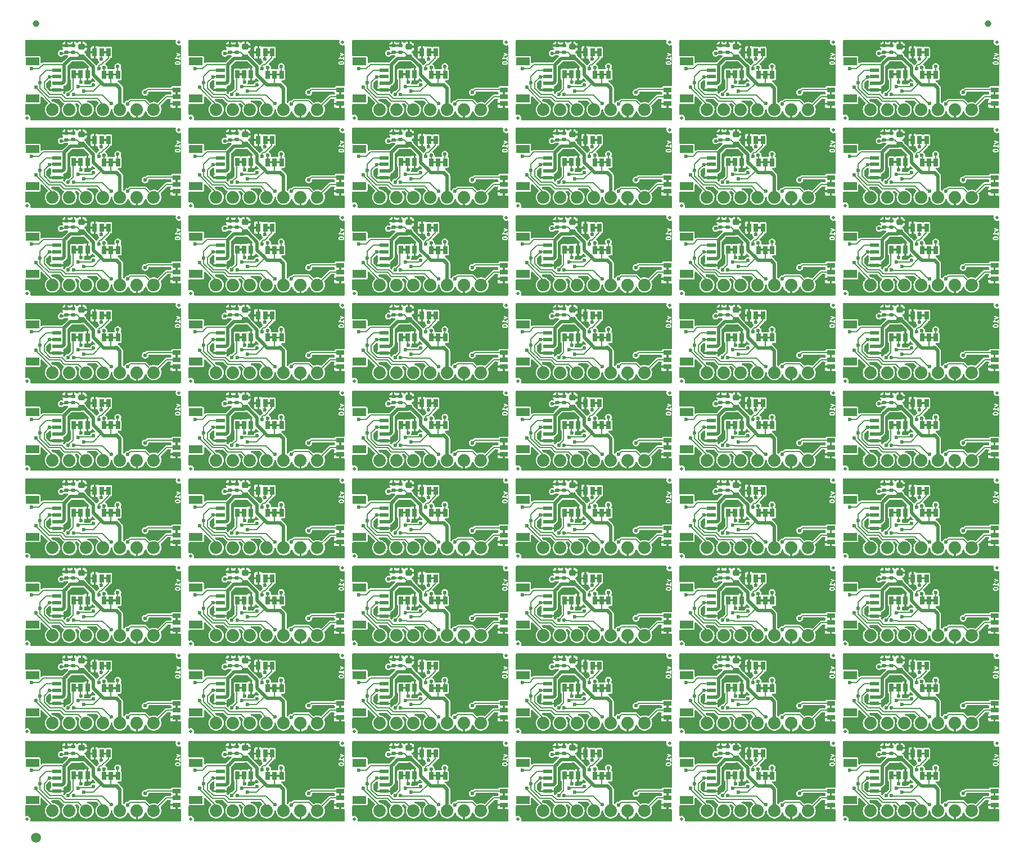
<source format=gbl>
%TF.GenerationSoftware,KiCad,Pcbnew,8.0.6*%
%TF.CreationDate,2024-11-25T14:03:36-07:00*%
%TF.ProjectId,SparkFun_BMV080_panelized,53706172-6b46-4756-9e5f-424d56303830,v01*%
%TF.SameCoordinates,Original*%
%TF.FileFunction,Copper,L2,Bot*%
%TF.FilePolarity,Positive*%
%FSLAX46Y46*%
G04 Gerber Fmt 4.6, Leading zero omitted, Abs format (unit mm)*
G04 Created by KiCad (PCBNEW 8.0.6) date 2024-11-25 14:03:36*
%MOMM*%
%LPD*%
G01*
G04 APERTURE LIST*
G04 Aperture macros list*
%AMRoundRect*
0 Rectangle with rounded corners*
0 $1 Rounding radius*
0 $2 $3 $4 $5 $6 $7 $8 $9 X,Y pos of 4 corners*
0 Add a 4 corners polygon primitive as box body*
4,1,4,$2,$3,$4,$5,$6,$7,$8,$9,$2,$3,0*
0 Add four circle primitives for the rounded corners*
1,1,$1+$1,$2,$3*
1,1,$1+$1,$4,$5*
1,1,$1+$1,$6,$7*
1,1,$1+$1,$8,$9*
0 Add four rect primitives between the rounded corners*
20,1,$1+$1,$2,$3,$4,$5,0*
20,1,$1+$1,$4,$5,$6,$7,0*
20,1,$1+$1,$6,$7,$8,$9,0*
20,1,$1+$1,$8,$9,$2,$3,0*%
G04 Aperture macros list end*
%ADD10C,0.175000*%
%TA.AperFunction,EtchedComponent*%
%ADD11C,0.000000*%
%TD*%
%TA.AperFunction,SMDPad,CuDef*%
%ADD12C,1.000000*%
%TD*%
%TA.AperFunction,SMDPad,CuDef*%
%ADD13C,1.500000*%
%TD*%
%TA.AperFunction,SMDPad,CuDef*%
%ADD14RoundRect,0.140000X0.170000X-0.140000X0.170000X0.140000X-0.170000X0.140000X-0.170000X-0.140000X0*%
%TD*%
%TA.AperFunction,SMDPad,CuDef*%
%ADD15C,0.500000*%
%TD*%
%TA.AperFunction,SMDPad,CuDef*%
%ADD16R,0.660400X1.270000*%
%TD*%
%TA.AperFunction,SMDPad,CuDef*%
%ADD17RoundRect,0.225000X0.250000X-0.225000X0.250000X0.225000X-0.250000X0.225000X-0.250000X-0.225000X0*%
%TD*%
%TA.AperFunction,SMDPad,CuDef*%
%ADD18R,1.270000X0.660400*%
%TD*%
%TA.AperFunction,SMDPad,CuDef*%
%ADD19R,1.350000X0.600000*%
%TD*%
%TA.AperFunction,SMDPad,CuDef*%
%ADD20R,2.000000X1.200000*%
%TD*%
%TA.AperFunction,ComponentPad*%
%ADD21C,1.879600*%
%TD*%
%TA.AperFunction,ViaPad*%
%ADD22C,0.600000*%
%TD*%
%TA.AperFunction,Conductor*%
%ADD23C,0.200000*%
%TD*%
%TA.AperFunction,Conductor*%
%ADD24C,0.203200*%
%TD*%
%TA.AperFunction,Conductor*%
%ADD25C,0.508000*%
%TD*%
G04 APERTURE END LIST*
D10*
G36*
X146630860Y101904108D02*
G01*
X146676233Y101881422D01*
X146689489Y101868166D01*
X146707233Y101832678D01*
X146707233Y101807322D01*
X146689487Y101771830D01*
X146676233Y101758577D01*
X146630859Y101735890D01*
X146517296Y101707499D01*
X146372170Y101707499D01*
X146258606Y101735890D01*
X146213232Y101758577D01*
X146199978Y101771831D01*
X146182233Y101807322D01*
X146182233Y101832678D01*
X146199977Y101868166D01*
X146213233Y101881422D01*
X146258601Y101904106D01*
X146372173Y101932499D01*
X146517292Y101932499D01*
X146630860Y101904108D01*
G37*
G36*
X146969733Y101444999D02*
G01*
X145919733Y101444999D01*
X145919733Y101853333D01*
X146007233Y101853333D01*
X146007233Y101786666D01*
X146008914Y101769596D01*
X146010117Y101766691D01*
X146010340Y101763555D01*
X146016470Y101747535D01*
X146049803Y101680868D01*
X146054428Y101673519D01*
X146055313Y101671385D01*
X146057285Y101668981D01*
X146058941Y101666352D01*
X146060685Y101664838D01*
X146066195Y101658126D01*
X146099529Y101624793D01*
X146106239Y101619285D01*
X146107753Y101617541D01*
X146110383Y101615885D01*
X146112788Y101613912D01*
X146114923Y101613027D01*
X146122269Y101608404D01*
X146188935Y101575071D01*
X146190183Y101574593D01*
X146190691Y101574217D01*
X146197844Y101571661D01*
X146204955Y101568940D01*
X146205587Y101568895D01*
X146206844Y101568446D01*
X146340178Y101535112D01*
X146343136Y101534674D01*
X146344330Y101534180D01*
X146350757Y101533547D01*
X146357146Y101532602D01*
X146358423Y101532792D01*
X146361400Y101532499D01*
X146528066Y101532499D01*
X146531042Y101532792D01*
X146532320Y101532602D01*
X146538708Y101533547D01*
X146545136Y101534180D01*
X146546329Y101534674D01*
X146549288Y101535112D01*
X146682622Y101568446D01*
X146683878Y101568895D01*
X146684512Y101568940D01*
X146691630Y101571664D01*
X146698775Y101574217D01*
X146699282Y101574593D01*
X146700531Y101575071D01*
X146767197Y101608404D01*
X146774541Y101613027D01*
X146776678Y101613912D01*
X146779082Y101615885D01*
X146781713Y101617541D01*
X146783226Y101619286D01*
X146789937Y101624793D01*
X146823271Y101658126D01*
X146828780Y101664838D01*
X146830525Y101666352D01*
X146832180Y101668981D01*
X146834153Y101671385D01*
X146835037Y101673520D01*
X146839663Y101680868D01*
X146872996Y101747536D01*
X146879126Y101763555D01*
X146879348Y101766691D01*
X146880552Y101769596D01*
X146882233Y101786666D01*
X146882233Y101853333D01*
X146880552Y101870403D01*
X146879348Y101873307D01*
X146879126Y101876444D01*
X146872995Y101892464D01*
X146839662Y101959130D01*
X146835037Y101966477D01*
X146834153Y101968612D01*
X146832181Y101971014D01*
X146830525Y101973646D01*
X146828779Y101975159D01*
X146823272Y101981871D01*
X146789938Y102015205D01*
X146783225Y102020714D01*
X146781713Y102022458D01*
X146779085Y102024111D01*
X146776679Y102026087D01*
X146774540Y102026972D01*
X146767197Y102031595D01*
X146700531Y102064928D01*
X146699283Y102065405D01*
X146698774Y102065783D01*
X146691604Y102068344D01*
X146684512Y102071059D01*
X146683880Y102071103D01*
X146682621Y102071554D01*
X146549288Y102104887D01*
X146546326Y102105324D01*
X146545136Y102105818D01*
X146538716Y102106450D01*
X146532320Y102107396D01*
X146531042Y102107205D01*
X146528066Y102107499D01*
X146361400Y102107499D01*
X146358423Y102107205D01*
X146357146Y102107396D01*
X146350757Y102106450D01*
X146344330Y102105818D01*
X146343136Y102105323D01*
X146340178Y102104886D01*
X146206844Y102071554D01*
X146205583Y102071103D01*
X146204955Y102071059D01*
X146197875Y102068349D01*
X146190692Y102065783D01*
X146190182Y102065405D01*
X146188935Y102064928D01*
X146122269Y102031595D01*
X146114921Y102026970D01*
X146112787Y102026086D01*
X146110384Y102024114D01*
X146107753Y102022458D01*
X146106239Y102020712D01*
X146099528Y102015205D01*
X146066194Y101981871D01*
X146060684Y101975158D01*
X146058941Y101973646D01*
X146057287Y101971018D01*
X146055312Y101968612D01*
X146054426Y101966473D01*
X146049804Y101959130D01*
X146016471Y101892464D01*
X146010340Y101876445D01*
X146010117Y101873307D01*
X146008914Y101870403D01*
X146007233Y101853333D01*
X145919733Y101853333D01*
X145919733Y102486757D01*
X146007233Y102486757D01*
X146008914Y102478260D01*
X146008914Y102469596D01*
X146012195Y102461673D01*
X146013859Y102453265D01*
X146018663Y102446057D01*
X146021979Y102438054D01*
X146028040Y102431992D01*
X146032796Y102424859D01*
X146039995Y102420037D01*
X146046121Y102413912D01*
X146054041Y102410631D01*
X146061163Y102405862D01*
X146069657Y102404163D01*
X146077663Y102400847D01*
X146094553Y102399183D01*
X146094642Y102399166D01*
X146094672Y102399171D01*
X146094733Y102399166D01*
X146707233Y102399166D01*
X146707233Y102286666D01*
X146708914Y102269596D01*
X146721979Y102238054D01*
X146746121Y102213912D01*
X146777663Y102200847D01*
X146811803Y102200847D01*
X146843345Y102213912D01*
X146867487Y102238054D01*
X146880552Y102269596D01*
X146882233Y102286666D01*
X146882233Y102686666D01*
X146880552Y102703736D01*
X146867487Y102735278D01*
X146843345Y102759420D01*
X146811803Y102772485D01*
X146777663Y102772485D01*
X146746121Y102759420D01*
X146721979Y102735278D01*
X146708914Y102703736D01*
X146707233Y102686666D01*
X146707233Y102574166D01*
X146335443Y102574166D01*
X146339662Y102580869D01*
X146372995Y102647535D01*
X146379126Y102663555D01*
X146381546Y102697609D01*
X146370750Y102729999D01*
X146348380Y102755791D01*
X146317845Y102771059D01*
X146283790Y102773479D01*
X146251400Y102762683D01*
X146225608Y102740313D01*
X146216471Y102725797D01*
X146189489Y102671833D01*
X146138986Y102621330D01*
X146046197Y102559470D01*
X146046151Y102559432D01*
X146046121Y102559420D01*
X146046053Y102559352D01*
X146032926Y102548603D01*
X146028104Y102541403D01*
X146021979Y102535278D01*
X146018698Y102527357D01*
X146013929Y102520236D01*
X146012230Y102511741D01*
X146008914Y102503736D01*
X146008914Y102495161D01*
X146007233Y102486757D01*
X145919733Y102486757D01*
X145919733Y103266122D01*
X146241505Y103266122D01*
X146243201Y103232023D01*
X146257816Y103201168D01*
X146283126Y103178255D01*
X146298637Y103170931D01*
X146534578Y103086666D01*
X146298637Y103002401D01*
X146283126Y102995077D01*
X146257816Y102972164D01*
X146243201Y102941309D01*
X146241505Y102907210D01*
X146252988Y102875059D01*
X146275901Y102849749D01*
X146306756Y102835134D01*
X146340855Y102833438D01*
X146357495Y102837597D01*
X146824162Y103004264D01*
X146839673Y103011588D01*
X146842929Y103014536D01*
X146846898Y103016416D01*
X146855491Y103025907D01*
X146864983Y103034501D01*
X146866862Y103038469D01*
X146869811Y103041726D01*
X146874120Y103053791D01*
X146879598Y103065356D01*
X146879815Y103069738D01*
X146881294Y103073877D01*
X146880657Y103086666D01*
X146881294Y103099455D01*
X146879815Y103103593D01*
X146879598Y103107976D01*
X146874120Y103119540D01*
X146869811Y103131606D01*
X146866862Y103134862D01*
X146864983Y103138831D01*
X146855491Y103147424D01*
X146846898Y103156916D01*
X146842929Y103158795D01*
X146839673Y103161744D01*
X146824162Y103169068D01*
X146357495Y103335735D01*
X146340855Y103339894D01*
X146306756Y103338198D01*
X146275901Y103323583D01*
X146252988Y103298273D01*
X146241505Y103266122D01*
X145919733Y103266122D01*
X145919733Y103427394D01*
X146969733Y103427394D01*
X146969733Y101444999D01*
G37*
G36*
X146630857Y88704110D02*
G01*
X146676234Y88681422D01*
X146689487Y88668169D01*
X146707233Y88632677D01*
X146707233Y88607324D01*
X146689487Y88571832D01*
X146676234Y88558579D01*
X146630857Y88535891D01*
X146517292Y88507500D01*
X146372173Y88507500D01*
X146258604Y88535892D01*
X146213231Y88558579D01*
X146199978Y88571833D01*
X146182233Y88607324D01*
X146182233Y88632677D01*
X146199978Y88668168D01*
X146213231Y88681422D01*
X146258604Y88704109D01*
X146372173Y88732500D01*
X146517292Y88732500D01*
X146630857Y88704110D01*
G37*
G36*
X146969733Y88245000D02*
G01*
X145919733Y88245000D01*
X145919733Y88653333D01*
X146007233Y88653333D01*
X146007233Y88586667D01*
X146008914Y88569597D01*
X146010117Y88566693D01*
X146010340Y88563556D01*
X146016470Y88547536D01*
X146049803Y88480869D01*
X146054428Y88473521D01*
X146055313Y88471386D01*
X146057285Y88468983D01*
X146058941Y88466353D01*
X146060685Y88464840D01*
X146066195Y88458127D01*
X146099529Y88424794D01*
X146106239Y88419288D01*
X146107752Y88417543D01*
X146110382Y88415888D01*
X146112788Y88413913D01*
X146114923Y88413029D01*
X146122268Y88408405D01*
X146188934Y88375071D01*
X146190183Y88374593D01*
X146190692Y88374216D01*
X146197874Y88371650D01*
X146204953Y88368941D01*
X146205580Y88368897D01*
X146206844Y88368445D01*
X146340178Y88335113D01*
X146343136Y88334676D01*
X146344330Y88334181D01*
X146350757Y88333549D01*
X146357146Y88332603D01*
X146358423Y88332794D01*
X146361400Y88332500D01*
X146528066Y88332500D01*
X146531042Y88332794D01*
X146532320Y88332603D01*
X146538716Y88333549D01*
X146545136Y88334181D01*
X146546326Y88334675D01*
X146549288Y88335112D01*
X146682621Y88368445D01*
X146683880Y88368896D01*
X146684513Y88368940D01*
X146691619Y88371661D01*
X146698774Y88374216D01*
X146699282Y88374593D01*
X146700532Y88375071D01*
X146767198Y88408405D01*
X146774542Y88413029D01*
X146776678Y88413913D01*
X146779083Y88415888D01*
X146781714Y88417543D01*
X146783226Y88419288D01*
X146789937Y88424794D01*
X146823271Y88458127D01*
X146828780Y88464840D01*
X146830525Y88466353D01*
X146832180Y88468983D01*
X146834153Y88471386D01*
X146835037Y88473522D01*
X146839663Y88480869D01*
X146872996Y88547537D01*
X146879126Y88563556D01*
X146879348Y88566693D01*
X146880552Y88569597D01*
X146882233Y88586667D01*
X146882233Y88653333D01*
X146880552Y88670403D01*
X146879348Y88673308D01*
X146879126Y88676444D01*
X146872996Y88692463D01*
X146839663Y88759131D01*
X146835037Y88766479D01*
X146834153Y88768614D01*
X146832180Y88771018D01*
X146830525Y88773647D01*
X146828780Y88775161D01*
X146823271Y88781873D01*
X146789937Y88815206D01*
X146783226Y88820713D01*
X146781714Y88822457D01*
X146779083Y88824113D01*
X146776678Y88826087D01*
X146774542Y88826972D01*
X146767198Y88831595D01*
X146700532Y88864929D01*
X146699282Y88865408D01*
X146698774Y88865784D01*
X146691619Y88868340D01*
X146684513Y88871060D01*
X146683880Y88871105D01*
X146682621Y88871555D01*
X146549288Y88904888D01*
X146546326Y88905326D01*
X146545136Y88905819D01*
X146538716Y88906452D01*
X146532320Y88907397D01*
X146531042Y88907207D01*
X146528066Y88907500D01*
X146361400Y88907500D01*
X146358423Y88907207D01*
X146357146Y88907397D01*
X146350757Y88906452D01*
X146344330Y88905819D01*
X146343136Y88905325D01*
X146340178Y88904887D01*
X146206844Y88871555D01*
X146205580Y88871104D01*
X146204953Y88871059D01*
X146197874Y88868351D01*
X146190692Y88865784D01*
X146190183Y88865408D01*
X146188934Y88864929D01*
X146122268Y88831595D01*
X146114923Y88826972D01*
X146112788Y88826087D01*
X146110382Y88824113D01*
X146107752Y88822457D01*
X146106239Y88820713D01*
X146099529Y88815206D01*
X146066195Y88781873D01*
X146060685Y88775161D01*
X146058941Y88773647D01*
X146057285Y88771018D01*
X146055313Y88768614D01*
X146054428Y88766480D01*
X146049803Y88759131D01*
X146016470Y88692464D01*
X146010340Y88676444D01*
X146010117Y88673308D01*
X146008914Y88670403D01*
X146007233Y88653333D01*
X145919733Y88653333D01*
X145919733Y89286758D01*
X146007233Y89286758D01*
X146008914Y89278262D01*
X146008914Y89269597D01*
X146012195Y89261675D01*
X146013859Y89253266D01*
X146018663Y89246059D01*
X146021979Y89238055D01*
X146028040Y89231994D01*
X146032796Y89224860D01*
X146039995Y89220039D01*
X146046121Y89213913D01*
X146054041Y89210633D01*
X146061163Y89205863D01*
X146069657Y89204165D01*
X146077663Y89200848D01*
X146094553Y89199185D01*
X146094642Y89199167D01*
X146094672Y89199173D01*
X146094733Y89199167D01*
X146707233Y89199167D01*
X146707233Y89086667D01*
X146708914Y89069597D01*
X146721979Y89038055D01*
X146746121Y89013913D01*
X146777663Y89000848D01*
X146811803Y89000848D01*
X146843345Y89013913D01*
X146867487Y89038055D01*
X146880552Y89069597D01*
X146882233Y89086667D01*
X146882233Y89486667D01*
X146880552Y89503737D01*
X146867487Y89535279D01*
X146843345Y89559421D01*
X146811803Y89572486D01*
X146777663Y89572486D01*
X146746121Y89559421D01*
X146721979Y89535279D01*
X146708914Y89503737D01*
X146707233Y89486667D01*
X146707233Y89374167D01*
X146335444Y89374167D01*
X146339663Y89380869D01*
X146372996Y89447537D01*
X146379126Y89463556D01*
X146381546Y89497611D01*
X146370749Y89530001D01*
X146348380Y89555792D01*
X146317844Y89571060D01*
X146283789Y89573480D01*
X146251399Y89562683D01*
X146225608Y89540314D01*
X146216470Y89525798D01*
X146189486Y89471831D01*
X146138989Y89421334D01*
X146046197Y89359471D01*
X146046151Y89359434D01*
X146046121Y89359421D01*
X146046053Y89359354D01*
X146032926Y89348604D01*
X146028104Y89341405D01*
X146021979Y89335279D01*
X146018698Y89327359D01*
X146013929Y89320237D01*
X146012230Y89311743D01*
X146008914Y89303737D01*
X146008914Y89295163D01*
X146007233Y89286758D01*
X145919733Y89286758D01*
X145919733Y90066121D01*
X146241505Y90066121D01*
X146243201Y90032023D01*
X146257816Y90001167D01*
X146283127Y89978255D01*
X146298637Y89970931D01*
X146534577Y89886667D01*
X146298637Y89802402D01*
X146283126Y89795078D01*
X146257816Y89772165D01*
X146243201Y89741310D01*
X146241505Y89707211D01*
X146252988Y89675060D01*
X146275901Y89649750D01*
X146306756Y89635135D01*
X146340855Y89633439D01*
X146357495Y89637598D01*
X146824162Y89804265D01*
X146839673Y89811589D01*
X146842928Y89814537D01*
X146846899Y89816417D01*
X146855494Y89825913D01*
X146864983Y89834502D01*
X146866862Y89838470D01*
X146869811Y89841727D01*
X146874119Y89853792D01*
X146879598Y89865357D01*
X146879816Y89869741D01*
X146881294Y89873879D01*
X146880658Y89886672D01*
X146881294Y89899456D01*
X146879817Y89903592D01*
X146879599Y89907977D01*
X146874117Y89919549D01*
X146869811Y89931607D01*
X146866863Y89934863D01*
X146864983Y89938833D01*
X146855487Y89947429D01*
X146846898Y89956917D01*
X146842930Y89958797D01*
X146839673Y89961745D01*
X146824163Y89969069D01*
X146357495Y90135735D01*
X146340854Y90139894D01*
X146306756Y90138198D01*
X146275900Y90123583D01*
X146252988Y90098272D01*
X146241505Y90066121D01*
X145919733Y90066121D01*
X145919733Y90227394D01*
X146969733Y90227394D01*
X146969733Y88245000D01*
G37*
G36*
X146630857Y75504110D02*
G01*
X146676234Y75481422D01*
X146689487Y75468169D01*
X146707233Y75432677D01*
X146707233Y75407324D01*
X146689487Y75371832D01*
X146676234Y75358579D01*
X146630857Y75335891D01*
X146517292Y75307500D01*
X146372173Y75307500D01*
X146258604Y75335892D01*
X146213231Y75358579D01*
X146199978Y75371833D01*
X146182233Y75407324D01*
X146182233Y75432677D01*
X146199978Y75468168D01*
X146213231Y75481422D01*
X146258604Y75504109D01*
X146372173Y75532500D01*
X146517292Y75532500D01*
X146630857Y75504110D01*
G37*
G36*
X146969733Y75045000D02*
G01*
X145919733Y75045000D01*
X145919733Y75453333D01*
X146007233Y75453333D01*
X146007233Y75386667D01*
X146008914Y75369597D01*
X146010117Y75366693D01*
X146010340Y75363556D01*
X146016470Y75347536D01*
X146049803Y75280869D01*
X146054428Y75273521D01*
X146055313Y75271386D01*
X146057285Y75268983D01*
X146058941Y75266353D01*
X146060685Y75264840D01*
X146066195Y75258127D01*
X146099529Y75224794D01*
X146106239Y75219288D01*
X146107752Y75217543D01*
X146110382Y75215888D01*
X146112788Y75213913D01*
X146114923Y75213029D01*
X146122268Y75208405D01*
X146188934Y75175071D01*
X146190183Y75174593D01*
X146190692Y75174216D01*
X146197874Y75171650D01*
X146204953Y75168941D01*
X146205580Y75168897D01*
X146206844Y75168445D01*
X146340178Y75135113D01*
X146343136Y75134676D01*
X146344330Y75134181D01*
X146350757Y75133549D01*
X146357146Y75132603D01*
X146358423Y75132794D01*
X146361400Y75132500D01*
X146528066Y75132500D01*
X146531042Y75132794D01*
X146532320Y75132603D01*
X146538716Y75133549D01*
X146545136Y75134181D01*
X146546326Y75134675D01*
X146549288Y75135112D01*
X146682621Y75168445D01*
X146683880Y75168896D01*
X146684513Y75168940D01*
X146691619Y75171661D01*
X146698774Y75174216D01*
X146699282Y75174593D01*
X146700532Y75175071D01*
X146767198Y75208405D01*
X146774542Y75213029D01*
X146776678Y75213913D01*
X146779083Y75215888D01*
X146781714Y75217543D01*
X146783226Y75219288D01*
X146789937Y75224794D01*
X146823271Y75258127D01*
X146828780Y75264840D01*
X146830525Y75266353D01*
X146832180Y75268983D01*
X146834153Y75271386D01*
X146835037Y75273522D01*
X146839663Y75280869D01*
X146872996Y75347537D01*
X146879126Y75363556D01*
X146879348Y75366693D01*
X146880552Y75369597D01*
X146882233Y75386667D01*
X146882233Y75453333D01*
X146880552Y75470403D01*
X146879348Y75473308D01*
X146879126Y75476444D01*
X146872996Y75492463D01*
X146839663Y75559131D01*
X146835037Y75566479D01*
X146834153Y75568614D01*
X146832180Y75571018D01*
X146830525Y75573647D01*
X146828780Y75575161D01*
X146823271Y75581873D01*
X146789937Y75615206D01*
X146783226Y75620713D01*
X146781714Y75622457D01*
X146779083Y75624113D01*
X146776678Y75626087D01*
X146774542Y75626972D01*
X146767198Y75631595D01*
X146700532Y75664929D01*
X146699282Y75665408D01*
X146698774Y75665784D01*
X146691619Y75668340D01*
X146684513Y75671060D01*
X146683880Y75671105D01*
X146682621Y75671555D01*
X146549288Y75704888D01*
X146546326Y75705326D01*
X146545136Y75705819D01*
X146538716Y75706452D01*
X146532320Y75707397D01*
X146531042Y75707207D01*
X146528066Y75707500D01*
X146361400Y75707500D01*
X146358423Y75707207D01*
X146357146Y75707397D01*
X146350757Y75706452D01*
X146344330Y75705819D01*
X146343136Y75705325D01*
X146340178Y75704887D01*
X146206844Y75671555D01*
X146205580Y75671104D01*
X146204953Y75671059D01*
X146197874Y75668351D01*
X146190692Y75665784D01*
X146190183Y75665408D01*
X146188934Y75664929D01*
X146122268Y75631595D01*
X146114923Y75626972D01*
X146112788Y75626087D01*
X146110382Y75624113D01*
X146107752Y75622457D01*
X146106239Y75620713D01*
X146099529Y75615206D01*
X146066195Y75581873D01*
X146060685Y75575161D01*
X146058941Y75573647D01*
X146057285Y75571018D01*
X146055313Y75568614D01*
X146054428Y75566480D01*
X146049803Y75559131D01*
X146016470Y75492464D01*
X146010340Y75476444D01*
X146010117Y75473308D01*
X146008914Y75470403D01*
X146007233Y75453333D01*
X145919733Y75453333D01*
X145919733Y76086758D01*
X146007233Y76086758D01*
X146008914Y76078262D01*
X146008914Y76069597D01*
X146012195Y76061675D01*
X146013859Y76053266D01*
X146018663Y76046059D01*
X146021979Y76038055D01*
X146028040Y76031994D01*
X146032796Y76024860D01*
X146039995Y76020039D01*
X146046121Y76013913D01*
X146054041Y76010633D01*
X146061163Y76005863D01*
X146069657Y76004165D01*
X146077663Y76000848D01*
X146094553Y75999185D01*
X146094642Y75999167D01*
X146094672Y75999173D01*
X146094733Y75999167D01*
X146707233Y75999167D01*
X146707233Y75886667D01*
X146708914Y75869597D01*
X146721979Y75838055D01*
X146746121Y75813913D01*
X146777663Y75800848D01*
X146811803Y75800848D01*
X146843345Y75813913D01*
X146867487Y75838055D01*
X146880552Y75869597D01*
X146882233Y75886667D01*
X146882233Y76286667D01*
X146880552Y76303737D01*
X146867487Y76335279D01*
X146843345Y76359421D01*
X146811803Y76372486D01*
X146777663Y76372486D01*
X146746121Y76359421D01*
X146721979Y76335279D01*
X146708914Y76303737D01*
X146707233Y76286667D01*
X146707233Y76174167D01*
X146335444Y76174167D01*
X146339663Y76180869D01*
X146372996Y76247537D01*
X146379126Y76263556D01*
X146381546Y76297611D01*
X146370749Y76330001D01*
X146348380Y76355792D01*
X146317844Y76371060D01*
X146283789Y76373480D01*
X146251399Y76362683D01*
X146225608Y76340314D01*
X146216470Y76325798D01*
X146189486Y76271831D01*
X146138989Y76221334D01*
X146046197Y76159471D01*
X146046151Y76159434D01*
X146046121Y76159421D01*
X146046053Y76159354D01*
X146032926Y76148604D01*
X146028104Y76141405D01*
X146021979Y76135279D01*
X146018698Y76127359D01*
X146013929Y76120237D01*
X146012230Y76111743D01*
X146008914Y76103737D01*
X146008914Y76095163D01*
X146007233Y76086758D01*
X145919733Y76086758D01*
X145919733Y76866121D01*
X146241505Y76866121D01*
X146243201Y76832023D01*
X146257816Y76801167D01*
X146283127Y76778255D01*
X146298637Y76770931D01*
X146534577Y76686667D01*
X146298637Y76602402D01*
X146283126Y76595078D01*
X146257816Y76572165D01*
X146243201Y76541310D01*
X146241505Y76507211D01*
X146252988Y76475060D01*
X146275901Y76449750D01*
X146306756Y76435135D01*
X146340855Y76433439D01*
X146357495Y76437598D01*
X146824162Y76604265D01*
X146839673Y76611589D01*
X146842928Y76614537D01*
X146846899Y76616417D01*
X146855494Y76625913D01*
X146864983Y76634502D01*
X146866862Y76638470D01*
X146869811Y76641727D01*
X146874119Y76653792D01*
X146879598Y76665357D01*
X146879816Y76669741D01*
X146881294Y76673879D01*
X146880658Y76686672D01*
X146881294Y76699456D01*
X146879817Y76703592D01*
X146879599Y76707977D01*
X146874117Y76719549D01*
X146869811Y76731607D01*
X146866863Y76734863D01*
X146864983Y76738833D01*
X146855487Y76747429D01*
X146846898Y76756917D01*
X146842930Y76758797D01*
X146839673Y76761745D01*
X146824163Y76769069D01*
X146357495Y76935735D01*
X146340854Y76939894D01*
X146306756Y76938198D01*
X146275900Y76923583D01*
X146252988Y76898272D01*
X146241505Y76866121D01*
X145919733Y76866121D01*
X145919733Y77027394D01*
X146969733Y77027394D01*
X146969733Y75045000D01*
G37*
G36*
X146630857Y62304110D02*
G01*
X146676234Y62281422D01*
X146689487Y62268169D01*
X146707233Y62232677D01*
X146707233Y62207324D01*
X146689487Y62171832D01*
X146676234Y62158579D01*
X146630857Y62135891D01*
X146517292Y62107500D01*
X146372173Y62107500D01*
X146258604Y62135892D01*
X146213231Y62158579D01*
X146199978Y62171833D01*
X146182233Y62207324D01*
X146182233Y62232677D01*
X146199978Y62268168D01*
X146213231Y62281422D01*
X146258604Y62304109D01*
X146372173Y62332500D01*
X146517292Y62332500D01*
X146630857Y62304110D01*
G37*
G36*
X146969733Y61845000D02*
G01*
X145919733Y61845000D01*
X145919733Y62253333D01*
X146007233Y62253333D01*
X146007233Y62186667D01*
X146008914Y62169597D01*
X146010117Y62166693D01*
X146010340Y62163556D01*
X146016470Y62147536D01*
X146049803Y62080869D01*
X146054428Y62073521D01*
X146055313Y62071386D01*
X146057285Y62068983D01*
X146058941Y62066353D01*
X146060685Y62064840D01*
X146066195Y62058127D01*
X146099529Y62024794D01*
X146106239Y62019288D01*
X146107752Y62017543D01*
X146110382Y62015888D01*
X146112788Y62013913D01*
X146114923Y62013029D01*
X146122268Y62008405D01*
X146188934Y61975071D01*
X146190183Y61974593D01*
X146190692Y61974216D01*
X146197874Y61971650D01*
X146204953Y61968941D01*
X146205580Y61968897D01*
X146206844Y61968445D01*
X146340178Y61935113D01*
X146343136Y61934676D01*
X146344330Y61934181D01*
X146350757Y61933549D01*
X146357146Y61932603D01*
X146358423Y61932794D01*
X146361400Y61932500D01*
X146528066Y61932500D01*
X146531042Y61932794D01*
X146532320Y61932603D01*
X146538716Y61933549D01*
X146545136Y61934181D01*
X146546326Y61934675D01*
X146549288Y61935112D01*
X146682621Y61968445D01*
X146683880Y61968896D01*
X146684513Y61968940D01*
X146691619Y61971661D01*
X146698774Y61974216D01*
X146699282Y61974593D01*
X146700532Y61975071D01*
X146767198Y62008405D01*
X146774542Y62013029D01*
X146776678Y62013913D01*
X146779083Y62015888D01*
X146781714Y62017543D01*
X146783226Y62019288D01*
X146789937Y62024794D01*
X146823271Y62058127D01*
X146828780Y62064840D01*
X146830525Y62066353D01*
X146832180Y62068983D01*
X146834153Y62071386D01*
X146835037Y62073522D01*
X146839663Y62080869D01*
X146872996Y62147537D01*
X146879126Y62163556D01*
X146879348Y62166693D01*
X146880552Y62169597D01*
X146882233Y62186667D01*
X146882233Y62253333D01*
X146880552Y62270403D01*
X146879348Y62273308D01*
X146879126Y62276444D01*
X146872996Y62292463D01*
X146839663Y62359131D01*
X146835037Y62366479D01*
X146834153Y62368614D01*
X146832180Y62371018D01*
X146830525Y62373647D01*
X146828780Y62375161D01*
X146823271Y62381873D01*
X146789937Y62415206D01*
X146783226Y62420713D01*
X146781714Y62422457D01*
X146779083Y62424113D01*
X146776678Y62426087D01*
X146774542Y62426972D01*
X146767198Y62431595D01*
X146700532Y62464929D01*
X146699282Y62465408D01*
X146698774Y62465784D01*
X146691619Y62468340D01*
X146684513Y62471060D01*
X146683880Y62471105D01*
X146682621Y62471555D01*
X146549288Y62504888D01*
X146546326Y62505326D01*
X146545136Y62505819D01*
X146538716Y62506452D01*
X146532320Y62507397D01*
X146531042Y62507207D01*
X146528066Y62507500D01*
X146361400Y62507500D01*
X146358423Y62507207D01*
X146357146Y62507397D01*
X146350757Y62506452D01*
X146344330Y62505819D01*
X146343136Y62505325D01*
X146340178Y62504887D01*
X146206844Y62471555D01*
X146205580Y62471104D01*
X146204953Y62471059D01*
X146197874Y62468351D01*
X146190692Y62465784D01*
X146190183Y62465408D01*
X146188934Y62464929D01*
X146122268Y62431595D01*
X146114923Y62426972D01*
X146112788Y62426087D01*
X146110382Y62424113D01*
X146107752Y62422457D01*
X146106239Y62420713D01*
X146099529Y62415206D01*
X146066195Y62381873D01*
X146060685Y62375161D01*
X146058941Y62373647D01*
X146057285Y62371018D01*
X146055313Y62368614D01*
X146054428Y62366480D01*
X146049803Y62359131D01*
X146016470Y62292464D01*
X146010340Y62276444D01*
X146010117Y62273308D01*
X146008914Y62270403D01*
X146007233Y62253333D01*
X145919733Y62253333D01*
X145919733Y62886758D01*
X146007233Y62886758D01*
X146008914Y62878262D01*
X146008914Y62869597D01*
X146012195Y62861675D01*
X146013859Y62853266D01*
X146018663Y62846059D01*
X146021979Y62838055D01*
X146028040Y62831994D01*
X146032796Y62824860D01*
X146039995Y62820039D01*
X146046121Y62813913D01*
X146054041Y62810633D01*
X146061163Y62805863D01*
X146069657Y62804165D01*
X146077663Y62800848D01*
X146094553Y62799185D01*
X146094642Y62799167D01*
X146094672Y62799173D01*
X146094733Y62799167D01*
X146707233Y62799167D01*
X146707233Y62686667D01*
X146708914Y62669597D01*
X146721979Y62638055D01*
X146746121Y62613913D01*
X146777663Y62600848D01*
X146811803Y62600848D01*
X146843345Y62613913D01*
X146867487Y62638055D01*
X146880552Y62669597D01*
X146882233Y62686667D01*
X146882233Y63086667D01*
X146880552Y63103737D01*
X146867487Y63135279D01*
X146843345Y63159421D01*
X146811803Y63172486D01*
X146777663Y63172486D01*
X146746121Y63159421D01*
X146721979Y63135279D01*
X146708914Y63103737D01*
X146707233Y63086667D01*
X146707233Y62974167D01*
X146335444Y62974167D01*
X146339663Y62980869D01*
X146372996Y63047537D01*
X146379126Y63063556D01*
X146381546Y63097611D01*
X146370749Y63130001D01*
X146348380Y63155792D01*
X146317844Y63171060D01*
X146283789Y63173480D01*
X146251399Y63162683D01*
X146225608Y63140314D01*
X146216470Y63125798D01*
X146189486Y63071831D01*
X146138989Y63021334D01*
X146046197Y62959471D01*
X146046151Y62959434D01*
X146046121Y62959421D01*
X146046053Y62959354D01*
X146032926Y62948604D01*
X146028104Y62941405D01*
X146021979Y62935279D01*
X146018698Y62927359D01*
X146013929Y62920237D01*
X146012230Y62911743D01*
X146008914Y62903737D01*
X146008914Y62895163D01*
X146007233Y62886758D01*
X145919733Y62886758D01*
X145919733Y63666121D01*
X146241505Y63666121D01*
X146243201Y63632023D01*
X146257816Y63601167D01*
X146283127Y63578255D01*
X146298637Y63570931D01*
X146534577Y63486667D01*
X146298637Y63402402D01*
X146283126Y63395078D01*
X146257816Y63372165D01*
X146243201Y63341310D01*
X146241505Y63307211D01*
X146252988Y63275060D01*
X146275901Y63249750D01*
X146306756Y63235135D01*
X146340855Y63233439D01*
X146357495Y63237598D01*
X146824162Y63404265D01*
X146839673Y63411589D01*
X146842928Y63414537D01*
X146846899Y63416417D01*
X146855494Y63425913D01*
X146864983Y63434502D01*
X146866862Y63438470D01*
X146869811Y63441727D01*
X146874119Y63453792D01*
X146879598Y63465357D01*
X146879816Y63469741D01*
X146881294Y63473879D01*
X146880658Y63486672D01*
X146881294Y63499456D01*
X146879817Y63503592D01*
X146879599Y63507977D01*
X146874117Y63519549D01*
X146869811Y63531607D01*
X146866863Y63534863D01*
X146864983Y63538833D01*
X146855487Y63547429D01*
X146846898Y63556917D01*
X146842930Y63558797D01*
X146839673Y63561745D01*
X146824163Y63569069D01*
X146357495Y63735735D01*
X146340854Y63739894D01*
X146306756Y63738198D01*
X146275900Y63723583D01*
X146252988Y63698272D01*
X146241505Y63666121D01*
X145919733Y63666121D01*
X145919733Y63827394D01*
X146969733Y63827394D01*
X146969733Y61845000D01*
G37*
G36*
X146630857Y49104110D02*
G01*
X146676234Y49081422D01*
X146689487Y49068169D01*
X146707233Y49032677D01*
X146707233Y49007324D01*
X146689487Y48971832D01*
X146676234Y48958579D01*
X146630857Y48935891D01*
X146517292Y48907500D01*
X146372173Y48907500D01*
X146258604Y48935892D01*
X146213231Y48958579D01*
X146199978Y48971833D01*
X146182233Y49007324D01*
X146182233Y49032677D01*
X146199978Y49068168D01*
X146213231Y49081422D01*
X146258604Y49104109D01*
X146372173Y49132500D01*
X146517292Y49132500D01*
X146630857Y49104110D01*
G37*
G36*
X146969733Y48645000D02*
G01*
X145919733Y48645000D01*
X145919733Y49053333D01*
X146007233Y49053333D01*
X146007233Y48986667D01*
X146008914Y48969597D01*
X146010117Y48966693D01*
X146010340Y48963556D01*
X146016470Y48947536D01*
X146049803Y48880869D01*
X146054428Y48873521D01*
X146055313Y48871386D01*
X146057285Y48868983D01*
X146058941Y48866353D01*
X146060685Y48864840D01*
X146066195Y48858127D01*
X146099529Y48824794D01*
X146106239Y48819288D01*
X146107752Y48817543D01*
X146110382Y48815888D01*
X146112788Y48813913D01*
X146114923Y48813029D01*
X146122268Y48808405D01*
X146188934Y48775071D01*
X146190183Y48774593D01*
X146190692Y48774216D01*
X146197874Y48771650D01*
X146204953Y48768941D01*
X146205580Y48768897D01*
X146206844Y48768445D01*
X146340178Y48735113D01*
X146343136Y48734676D01*
X146344330Y48734181D01*
X146350757Y48733549D01*
X146357146Y48732603D01*
X146358423Y48732794D01*
X146361400Y48732500D01*
X146528066Y48732500D01*
X146531042Y48732794D01*
X146532320Y48732603D01*
X146538716Y48733549D01*
X146545136Y48734181D01*
X146546326Y48734675D01*
X146549288Y48735112D01*
X146682621Y48768445D01*
X146683880Y48768896D01*
X146684513Y48768940D01*
X146691619Y48771661D01*
X146698774Y48774216D01*
X146699282Y48774593D01*
X146700532Y48775071D01*
X146767198Y48808405D01*
X146774542Y48813029D01*
X146776678Y48813913D01*
X146779083Y48815888D01*
X146781714Y48817543D01*
X146783226Y48819288D01*
X146789937Y48824794D01*
X146823271Y48858127D01*
X146828780Y48864840D01*
X146830525Y48866353D01*
X146832180Y48868983D01*
X146834153Y48871386D01*
X146835037Y48873522D01*
X146839663Y48880869D01*
X146872996Y48947537D01*
X146879126Y48963556D01*
X146879348Y48966693D01*
X146880552Y48969597D01*
X146882233Y48986667D01*
X146882233Y49053333D01*
X146880552Y49070403D01*
X146879348Y49073308D01*
X146879126Y49076444D01*
X146872996Y49092463D01*
X146839663Y49159131D01*
X146835037Y49166479D01*
X146834153Y49168614D01*
X146832180Y49171018D01*
X146830525Y49173647D01*
X146828780Y49175161D01*
X146823271Y49181873D01*
X146789937Y49215206D01*
X146783226Y49220713D01*
X146781714Y49222457D01*
X146779083Y49224113D01*
X146776678Y49226087D01*
X146774542Y49226972D01*
X146767198Y49231595D01*
X146700532Y49264929D01*
X146699282Y49265408D01*
X146698774Y49265784D01*
X146691619Y49268340D01*
X146684513Y49271060D01*
X146683880Y49271105D01*
X146682621Y49271555D01*
X146549288Y49304888D01*
X146546326Y49305326D01*
X146545136Y49305819D01*
X146538716Y49306452D01*
X146532320Y49307397D01*
X146531042Y49307207D01*
X146528066Y49307500D01*
X146361400Y49307500D01*
X146358423Y49307207D01*
X146357146Y49307397D01*
X146350757Y49306452D01*
X146344330Y49305819D01*
X146343136Y49305325D01*
X146340178Y49304887D01*
X146206844Y49271555D01*
X146205580Y49271104D01*
X146204953Y49271059D01*
X146197874Y49268351D01*
X146190692Y49265784D01*
X146190183Y49265408D01*
X146188934Y49264929D01*
X146122268Y49231595D01*
X146114923Y49226972D01*
X146112788Y49226087D01*
X146110382Y49224113D01*
X146107752Y49222457D01*
X146106239Y49220713D01*
X146099529Y49215206D01*
X146066195Y49181873D01*
X146060685Y49175161D01*
X146058941Y49173647D01*
X146057285Y49171018D01*
X146055313Y49168614D01*
X146054428Y49166480D01*
X146049803Y49159131D01*
X146016470Y49092464D01*
X146010340Y49076444D01*
X146010117Y49073308D01*
X146008914Y49070403D01*
X146007233Y49053333D01*
X145919733Y49053333D01*
X145919733Y49686758D01*
X146007233Y49686758D01*
X146008914Y49678262D01*
X146008914Y49669597D01*
X146012195Y49661675D01*
X146013859Y49653266D01*
X146018663Y49646059D01*
X146021979Y49638055D01*
X146028040Y49631994D01*
X146032796Y49624860D01*
X146039995Y49620039D01*
X146046121Y49613913D01*
X146054041Y49610633D01*
X146061163Y49605863D01*
X146069657Y49604165D01*
X146077663Y49600848D01*
X146094553Y49599185D01*
X146094642Y49599167D01*
X146094672Y49599173D01*
X146094733Y49599167D01*
X146707233Y49599167D01*
X146707233Y49486667D01*
X146708914Y49469597D01*
X146721979Y49438055D01*
X146746121Y49413913D01*
X146777663Y49400848D01*
X146811803Y49400848D01*
X146843345Y49413913D01*
X146867487Y49438055D01*
X146880552Y49469597D01*
X146882233Y49486667D01*
X146882233Y49886667D01*
X146880552Y49903737D01*
X146867487Y49935279D01*
X146843345Y49959421D01*
X146811803Y49972486D01*
X146777663Y49972486D01*
X146746121Y49959421D01*
X146721979Y49935279D01*
X146708914Y49903737D01*
X146707233Y49886667D01*
X146707233Y49774167D01*
X146335444Y49774167D01*
X146339663Y49780869D01*
X146372996Y49847537D01*
X146379126Y49863556D01*
X146381546Y49897611D01*
X146370749Y49930001D01*
X146348380Y49955792D01*
X146317844Y49971060D01*
X146283789Y49973480D01*
X146251399Y49962683D01*
X146225608Y49940314D01*
X146216470Y49925798D01*
X146189486Y49871831D01*
X146138989Y49821334D01*
X146046197Y49759471D01*
X146046151Y49759434D01*
X146046121Y49759421D01*
X146046053Y49759354D01*
X146032926Y49748604D01*
X146028104Y49741405D01*
X146021979Y49735279D01*
X146018698Y49727359D01*
X146013929Y49720237D01*
X146012230Y49711743D01*
X146008914Y49703737D01*
X146008914Y49695163D01*
X146007233Y49686758D01*
X145919733Y49686758D01*
X145919733Y50466121D01*
X146241505Y50466121D01*
X146243201Y50432023D01*
X146257816Y50401167D01*
X146283127Y50378255D01*
X146298637Y50370931D01*
X146534577Y50286667D01*
X146298637Y50202402D01*
X146283126Y50195078D01*
X146257816Y50172165D01*
X146243201Y50141310D01*
X146241505Y50107211D01*
X146252988Y50075060D01*
X146275901Y50049750D01*
X146306756Y50035135D01*
X146340855Y50033439D01*
X146357495Y50037598D01*
X146824162Y50204265D01*
X146839673Y50211589D01*
X146842928Y50214537D01*
X146846899Y50216417D01*
X146855494Y50225913D01*
X146864983Y50234502D01*
X146866862Y50238470D01*
X146869811Y50241727D01*
X146874119Y50253792D01*
X146879598Y50265357D01*
X146879816Y50269741D01*
X146881294Y50273879D01*
X146880658Y50286672D01*
X146881294Y50299456D01*
X146879817Y50303592D01*
X146879599Y50307977D01*
X146874117Y50319549D01*
X146869811Y50331607D01*
X146866863Y50334863D01*
X146864983Y50338833D01*
X146855487Y50347429D01*
X146846898Y50356917D01*
X146842930Y50358797D01*
X146839673Y50361745D01*
X146824163Y50369069D01*
X146357495Y50535735D01*
X146340854Y50539894D01*
X146306756Y50538198D01*
X146275900Y50523583D01*
X146252988Y50498272D01*
X146241505Y50466121D01*
X145919733Y50466121D01*
X145919733Y50627394D01*
X146969733Y50627394D01*
X146969733Y48645000D01*
G37*
G36*
X146630857Y35904110D02*
G01*
X146676234Y35881422D01*
X146689487Y35868169D01*
X146707233Y35832677D01*
X146707233Y35807324D01*
X146689487Y35771832D01*
X146676234Y35758579D01*
X146630857Y35735891D01*
X146517292Y35707500D01*
X146372173Y35707500D01*
X146258604Y35735892D01*
X146213231Y35758579D01*
X146199978Y35771833D01*
X146182233Y35807324D01*
X146182233Y35832677D01*
X146199978Y35868168D01*
X146213231Y35881422D01*
X146258604Y35904109D01*
X146372173Y35932500D01*
X146517292Y35932500D01*
X146630857Y35904110D01*
G37*
G36*
X146969733Y35445000D02*
G01*
X145919733Y35445000D01*
X145919733Y35853333D01*
X146007233Y35853333D01*
X146007233Y35786667D01*
X146008914Y35769597D01*
X146010117Y35766693D01*
X146010340Y35763556D01*
X146016470Y35747536D01*
X146049803Y35680869D01*
X146054428Y35673521D01*
X146055313Y35671386D01*
X146057285Y35668983D01*
X146058941Y35666353D01*
X146060685Y35664840D01*
X146066195Y35658127D01*
X146099529Y35624794D01*
X146106239Y35619288D01*
X146107752Y35617543D01*
X146110382Y35615888D01*
X146112788Y35613913D01*
X146114923Y35613029D01*
X146122268Y35608405D01*
X146188934Y35575071D01*
X146190183Y35574593D01*
X146190692Y35574216D01*
X146197874Y35571650D01*
X146204953Y35568941D01*
X146205580Y35568897D01*
X146206844Y35568445D01*
X146340178Y35535113D01*
X146343136Y35534676D01*
X146344330Y35534181D01*
X146350757Y35533549D01*
X146357146Y35532603D01*
X146358423Y35532794D01*
X146361400Y35532500D01*
X146528066Y35532500D01*
X146531042Y35532794D01*
X146532320Y35532603D01*
X146538716Y35533549D01*
X146545136Y35534181D01*
X146546326Y35534675D01*
X146549288Y35535112D01*
X146682621Y35568445D01*
X146683880Y35568896D01*
X146684513Y35568940D01*
X146691619Y35571661D01*
X146698774Y35574216D01*
X146699282Y35574593D01*
X146700532Y35575071D01*
X146767198Y35608405D01*
X146774542Y35613029D01*
X146776678Y35613913D01*
X146779083Y35615888D01*
X146781714Y35617543D01*
X146783226Y35619288D01*
X146789937Y35624794D01*
X146823271Y35658127D01*
X146828780Y35664840D01*
X146830525Y35666353D01*
X146832180Y35668983D01*
X146834153Y35671386D01*
X146835037Y35673522D01*
X146839663Y35680869D01*
X146872996Y35747537D01*
X146879126Y35763556D01*
X146879348Y35766693D01*
X146880552Y35769597D01*
X146882233Y35786667D01*
X146882233Y35853333D01*
X146880552Y35870403D01*
X146879348Y35873308D01*
X146879126Y35876444D01*
X146872996Y35892463D01*
X146839663Y35959131D01*
X146835037Y35966479D01*
X146834153Y35968614D01*
X146832180Y35971018D01*
X146830525Y35973647D01*
X146828780Y35975161D01*
X146823271Y35981873D01*
X146789937Y36015206D01*
X146783226Y36020713D01*
X146781714Y36022457D01*
X146779083Y36024113D01*
X146776678Y36026087D01*
X146774542Y36026972D01*
X146767198Y36031595D01*
X146700532Y36064929D01*
X146699282Y36065408D01*
X146698774Y36065784D01*
X146691619Y36068340D01*
X146684513Y36071060D01*
X146683880Y36071105D01*
X146682621Y36071555D01*
X146549288Y36104888D01*
X146546326Y36105326D01*
X146545136Y36105819D01*
X146538716Y36106452D01*
X146532320Y36107397D01*
X146531042Y36107207D01*
X146528066Y36107500D01*
X146361400Y36107500D01*
X146358423Y36107207D01*
X146357146Y36107397D01*
X146350757Y36106452D01*
X146344330Y36105819D01*
X146343136Y36105325D01*
X146340178Y36104887D01*
X146206844Y36071555D01*
X146205580Y36071104D01*
X146204953Y36071059D01*
X146197874Y36068351D01*
X146190692Y36065784D01*
X146190183Y36065408D01*
X146188934Y36064929D01*
X146122268Y36031595D01*
X146114923Y36026972D01*
X146112788Y36026087D01*
X146110382Y36024113D01*
X146107752Y36022457D01*
X146106239Y36020713D01*
X146099529Y36015206D01*
X146066195Y35981873D01*
X146060685Y35975161D01*
X146058941Y35973647D01*
X146057285Y35971018D01*
X146055313Y35968614D01*
X146054428Y35966480D01*
X146049803Y35959131D01*
X146016470Y35892464D01*
X146010340Y35876444D01*
X146010117Y35873308D01*
X146008914Y35870403D01*
X146007233Y35853333D01*
X145919733Y35853333D01*
X145919733Y36486758D01*
X146007233Y36486758D01*
X146008914Y36478262D01*
X146008914Y36469597D01*
X146012195Y36461675D01*
X146013859Y36453266D01*
X146018663Y36446059D01*
X146021979Y36438055D01*
X146028040Y36431994D01*
X146032796Y36424860D01*
X146039995Y36420039D01*
X146046121Y36413913D01*
X146054041Y36410633D01*
X146061163Y36405863D01*
X146069657Y36404165D01*
X146077663Y36400848D01*
X146094553Y36399185D01*
X146094642Y36399167D01*
X146094672Y36399173D01*
X146094733Y36399167D01*
X146707233Y36399167D01*
X146707233Y36286667D01*
X146708914Y36269597D01*
X146721979Y36238055D01*
X146746121Y36213913D01*
X146777663Y36200848D01*
X146811803Y36200848D01*
X146843345Y36213913D01*
X146867487Y36238055D01*
X146880552Y36269597D01*
X146882233Y36286667D01*
X146882233Y36686667D01*
X146880552Y36703737D01*
X146867487Y36735279D01*
X146843345Y36759421D01*
X146811803Y36772486D01*
X146777663Y36772486D01*
X146746121Y36759421D01*
X146721979Y36735279D01*
X146708914Y36703737D01*
X146707233Y36686667D01*
X146707233Y36574167D01*
X146335444Y36574167D01*
X146339663Y36580869D01*
X146372996Y36647537D01*
X146379126Y36663556D01*
X146381546Y36697611D01*
X146370749Y36730001D01*
X146348380Y36755792D01*
X146317844Y36771060D01*
X146283789Y36773480D01*
X146251399Y36762683D01*
X146225608Y36740314D01*
X146216470Y36725798D01*
X146189486Y36671831D01*
X146138989Y36621334D01*
X146046197Y36559471D01*
X146046151Y36559434D01*
X146046121Y36559421D01*
X146046053Y36559354D01*
X146032926Y36548604D01*
X146028104Y36541405D01*
X146021979Y36535279D01*
X146018698Y36527359D01*
X146013929Y36520237D01*
X146012230Y36511743D01*
X146008914Y36503737D01*
X146008914Y36495163D01*
X146007233Y36486758D01*
X145919733Y36486758D01*
X145919733Y37266121D01*
X146241505Y37266121D01*
X146243201Y37232023D01*
X146257816Y37201167D01*
X146283127Y37178255D01*
X146298637Y37170931D01*
X146534577Y37086667D01*
X146298637Y37002402D01*
X146283126Y36995078D01*
X146257816Y36972165D01*
X146243201Y36941310D01*
X146241505Y36907211D01*
X146252988Y36875060D01*
X146275901Y36849750D01*
X146306756Y36835135D01*
X146340855Y36833439D01*
X146357495Y36837598D01*
X146824162Y37004265D01*
X146839673Y37011589D01*
X146842928Y37014537D01*
X146846899Y37016417D01*
X146855494Y37025913D01*
X146864983Y37034502D01*
X146866862Y37038470D01*
X146869811Y37041727D01*
X146874119Y37053792D01*
X146879598Y37065357D01*
X146879816Y37069741D01*
X146881294Y37073879D01*
X146880658Y37086672D01*
X146881294Y37099456D01*
X146879817Y37103592D01*
X146879599Y37107977D01*
X146874117Y37119549D01*
X146869811Y37131607D01*
X146866863Y37134863D01*
X146864983Y37138833D01*
X146855487Y37147429D01*
X146846898Y37156917D01*
X146842930Y37158797D01*
X146839673Y37161745D01*
X146824163Y37169069D01*
X146357495Y37335735D01*
X146340854Y37339894D01*
X146306756Y37338198D01*
X146275900Y37323583D01*
X146252988Y37298272D01*
X146241505Y37266121D01*
X145919733Y37266121D01*
X145919733Y37427394D01*
X146969733Y37427394D01*
X146969733Y35445000D01*
G37*
G36*
X146630857Y22704110D02*
G01*
X146676234Y22681422D01*
X146689487Y22668169D01*
X146707233Y22632677D01*
X146707233Y22607324D01*
X146689487Y22571832D01*
X146676234Y22558579D01*
X146630857Y22535891D01*
X146517292Y22507500D01*
X146372173Y22507500D01*
X146258604Y22535892D01*
X146213231Y22558579D01*
X146199978Y22571833D01*
X146182233Y22607324D01*
X146182233Y22632677D01*
X146199978Y22668168D01*
X146213231Y22681422D01*
X146258604Y22704109D01*
X146372173Y22732500D01*
X146517292Y22732500D01*
X146630857Y22704110D01*
G37*
G36*
X146969733Y22245000D02*
G01*
X145919733Y22245000D01*
X145919733Y22653333D01*
X146007233Y22653333D01*
X146007233Y22586667D01*
X146008914Y22569597D01*
X146010117Y22566693D01*
X146010340Y22563556D01*
X146016470Y22547536D01*
X146049803Y22480869D01*
X146054428Y22473521D01*
X146055313Y22471386D01*
X146057285Y22468983D01*
X146058941Y22466353D01*
X146060685Y22464840D01*
X146066195Y22458127D01*
X146099529Y22424794D01*
X146106239Y22419288D01*
X146107752Y22417543D01*
X146110382Y22415888D01*
X146112788Y22413913D01*
X146114923Y22413029D01*
X146122268Y22408405D01*
X146188934Y22375071D01*
X146190183Y22374593D01*
X146190692Y22374216D01*
X146197874Y22371650D01*
X146204953Y22368941D01*
X146205580Y22368897D01*
X146206844Y22368445D01*
X146340178Y22335113D01*
X146343136Y22334676D01*
X146344330Y22334181D01*
X146350757Y22333549D01*
X146357146Y22332603D01*
X146358423Y22332794D01*
X146361400Y22332500D01*
X146528066Y22332500D01*
X146531042Y22332794D01*
X146532320Y22332603D01*
X146538716Y22333549D01*
X146545136Y22334181D01*
X146546326Y22334675D01*
X146549288Y22335112D01*
X146682621Y22368445D01*
X146683880Y22368896D01*
X146684513Y22368940D01*
X146691619Y22371661D01*
X146698774Y22374216D01*
X146699282Y22374593D01*
X146700532Y22375071D01*
X146767198Y22408405D01*
X146774542Y22413029D01*
X146776678Y22413913D01*
X146779083Y22415888D01*
X146781714Y22417543D01*
X146783226Y22419288D01*
X146789937Y22424794D01*
X146823271Y22458127D01*
X146828780Y22464840D01*
X146830525Y22466353D01*
X146832180Y22468983D01*
X146834153Y22471386D01*
X146835037Y22473522D01*
X146839663Y22480869D01*
X146872996Y22547537D01*
X146879126Y22563556D01*
X146879348Y22566693D01*
X146880552Y22569597D01*
X146882233Y22586667D01*
X146882233Y22653333D01*
X146880552Y22670403D01*
X146879348Y22673308D01*
X146879126Y22676444D01*
X146872996Y22692463D01*
X146839663Y22759131D01*
X146835037Y22766479D01*
X146834153Y22768614D01*
X146832180Y22771018D01*
X146830525Y22773647D01*
X146828780Y22775161D01*
X146823271Y22781873D01*
X146789937Y22815206D01*
X146783226Y22820713D01*
X146781714Y22822457D01*
X146779083Y22824113D01*
X146776678Y22826087D01*
X146774542Y22826972D01*
X146767198Y22831595D01*
X146700532Y22864929D01*
X146699282Y22865408D01*
X146698774Y22865784D01*
X146691619Y22868340D01*
X146684513Y22871060D01*
X146683880Y22871105D01*
X146682621Y22871555D01*
X146549288Y22904888D01*
X146546326Y22905326D01*
X146545136Y22905819D01*
X146538716Y22906452D01*
X146532320Y22907397D01*
X146531042Y22907207D01*
X146528066Y22907500D01*
X146361400Y22907500D01*
X146358423Y22907207D01*
X146357146Y22907397D01*
X146350757Y22906452D01*
X146344330Y22905819D01*
X146343136Y22905325D01*
X146340178Y22904887D01*
X146206844Y22871555D01*
X146205580Y22871104D01*
X146204953Y22871059D01*
X146197874Y22868351D01*
X146190692Y22865784D01*
X146190183Y22865408D01*
X146188934Y22864929D01*
X146122268Y22831595D01*
X146114923Y22826972D01*
X146112788Y22826087D01*
X146110382Y22824113D01*
X146107752Y22822457D01*
X146106239Y22820713D01*
X146099529Y22815206D01*
X146066195Y22781873D01*
X146060685Y22775161D01*
X146058941Y22773647D01*
X146057285Y22771018D01*
X146055313Y22768614D01*
X146054428Y22766480D01*
X146049803Y22759131D01*
X146016470Y22692464D01*
X146010340Y22676444D01*
X146010117Y22673308D01*
X146008914Y22670403D01*
X146007233Y22653333D01*
X145919733Y22653333D01*
X145919733Y23286758D01*
X146007233Y23286758D01*
X146008914Y23278262D01*
X146008914Y23269597D01*
X146012195Y23261675D01*
X146013859Y23253266D01*
X146018663Y23246059D01*
X146021979Y23238055D01*
X146028040Y23231994D01*
X146032796Y23224860D01*
X146039995Y23220039D01*
X146046121Y23213913D01*
X146054041Y23210633D01*
X146061163Y23205863D01*
X146069657Y23204165D01*
X146077663Y23200848D01*
X146094553Y23199185D01*
X146094642Y23199167D01*
X146094672Y23199173D01*
X146094733Y23199167D01*
X146707233Y23199167D01*
X146707233Y23086667D01*
X146708914Y23069597D01*
X146721979Y23038055D01*
X146746121Y23013913D01*
X146777663Y23000848D01*
X146811803Y23000848D01*
X146843345Y23013913D01*
X146867487Y23038055D01*
X146880552Y23069597D01*
X146882233Y23086667D01*
X146882233Y23486667D01*
X146880552Y23503737D01*
X146867487Y23535279D01*
X146843345Y23559421D01*
X146811803Y23572486D01*
X146777663Y23572486D01*
X146746121Y23559421D01*
X146721979Y23535279D01*
X146708914Y23503737D01*
X146707233Y23486667D01*
X146707233Y23374167D01*
X146335444Y23374167D01*
X146339663Y23380869D01*
X146372996Y23447537D01*
X146379126Y23463556D01*
X146381546Y23497611D01*
X146370749Y23530001D01*
X146348380Y23555792D01*
X146317844Y23571060D01*
X146283789Y23573480D01*
X146251399Y23562683D01*
X146225608Y23540314D01*
X146216470Y23525798D01*
X146189486Y23471831D01*
X146138989Y23421334D01*
X146046197Y23359471D01*
X146046151Y23359434D01*
X146046121Y23359421D01*
X146046053Y23359354D01*
X146032926Y23348604D01*
X146028104Y23341405D01*
X146021979Y23335279D01*
X146018698Y23327359D01*
X146013929Y23320237D01*
X146012230Y23311743D01*
X146008914Y23303737D01*
X146008914Y23295163D01*
X146007233Y23286758D01*
X145919733Y23286758D01*
X145919733Y24066121D01*
X146241505Y24066121D01*
X146243201Y24032023D01*
X146257816Y24001167D01*
X146283127Y23978255D01*
X146298637Y23970931D01*
X146534577Y23886667D01*
X146298637Y23802402D01*
X146283126Y23795078D01*
X146257816Y23772165D01*
X146243201Y23741310D01*
X146241505Y23707211D01*
X146252988Y23675060D01*
X146275901Y23649750D01*
X146306756Y23635135D01*
X146340855Y23633439D01*
X146357495Y23637598D01*
X146824162Y23804265D01*
X146839673Y23811589D01*
X146842928Y23814537D01*
X146846899Y23816417D01*
X146855494Y23825913D01*
X146864983Y23834502D01*
X146866862Y23838470D01*
X146869811Y23841727D01*
X146874119Y23853792D01*
X146879598Y23865357D01*
X146879816Y23869741D01*
X146881294Y23873879D01*
X146880658Y23886672D01*
X146881294Y23899456D01*
X146879817Y23903592D01*
X146879599Y23907977D01*
X146874117Y23919549D01*
X146869811Y23931607D01*
X146866863Y23934863D01*
X146864983Y23938833D01*
X146855487Y23947429D01*
X146846898Y23956917D01*
X146842930Y23958797D01*
X146839673Y23961745D01*
X146824163Y23969069D01*
X146357495Y24135735D01*
X146340854Y24139894D01*
X146306756Y24138198D01*
X146275900Y24123583D01*
X146252988Y24098272D01*
X146241505Y24066121D01*
X145919733Y24066121D01*
X145919733Y24227394D01*
X146969733Y24227394D01*
X146969733Y22245000D01*
G37*
G36*
X146630857Y9504110D02*
G01*
X146676234Y9481422D01*
X146689487Y9468169D01*
X146707233Y9432677D01*
X146707233Y9407324D01*
X146689487Y9371832D01*
X146676234Y9358579D01*
X146630857Y9335891D01*
X146517292Y9307500D01*
X146372173Y9307500D01*
X146258604Y9335892D01*
X146213231Y9358579D01*
X146199978Y9371833D01*
X146182233Y9407324D01*
X146182233Y9432677D01*
X146199978Y9468168D01*
X146213231Y9481422D01*
X146258604Y9504109D01*
X146372173Y9532500D01*
X146517292Y9532500D01*
X146630857Y9504110D01*
G37*
G36*
X146969733Y9045000D02*
G01*
X145919733Y9045000D01*
X145919733Y9453333D01*
X146007233Y9453333D01*
X146007233Y9386667D01*
X146008914Y9369597D01*
X146010117Y9366693D01*
X146010340Y9363556D01*
X146016470Y9347536D01*
X146049803Y9280869D01*
X146054428Y9273521D01*
X146055313Y9271386D01*
X146057285Y9268983D01*
X146058941Y9266353D01*
X146060685Y9264840D01*
X146066195Y9258127D01*
X146099529Y9224794D01*
X146106239Y9219288D01*
X146107752Y9217543D01*
X146110382Y9215888D01*
X146112788Y9213913D01*
X146114923Y9213029D01*
X146122268Y9208405D01*
X146188934Y9175071D01*
X146190183Y9174593D01*
X146190692Y9174216D01*
X146197874Y9171650D01*
X146204953Y9168941D01*
X146205580Y9168897D01*
X146206844Y9168445D01*
X146340178Y9135113D01*
X146343136Y9134676D01*
X146344330Y9134181D01*
X146350757Y9133549D01*
X146357146Y9132603D01*
X146358423Y9132794D01*
X146361400Y9132500D01*
X146528066Y9132500D01*
X146531042Y9132794D01*
X146532320Y9132603D01*
X146538716Y9133549D01*
X146545136Y9134181D01*
X146546326Y9134675D01*
X146549288Y9135112D01*
X146682621Y9168445D01*
X146683880Y9168896D01*
X146684513Y9168940D01*
X146691619Y9171661D01*
X146698774Y9174216D01*
X146699282Y9174593D01*
X146700532Y9175071D01*
X146767198Y9208405D01*
X146774542Y9213029D01*
X146776678Y9213913D01*
X146779083Y9215888D01*
X146781714Y9217543D01*
X146783226Y9219288D01*
X146789937Y9224794D01*
X146823271Y9258127D01*
X146828780Y9264840D01*
X146830525Y9266353D01*
X146832180Y9268983D01*
X146834153Y9271386D01*
X146835037Y9273522D01*
X146839663Y9280869D01*
X146872996Y9347537D01*
X146879126Y9363556D01*
X146879348Y9366693D01*
X146880552Y9369597D01*
X146882233Y9386667D01*
X146882233Y9453333D01*
X146880552Y9470403D01*
X146879348Y9473308D01*
X146879126Y9476444D01*
X146872996Y9492463D01*
X146839663Y9559131D01*
X146835037Y9566479D01*
X146834153Y9568614D01*
X146832180Y9571018D01*
X146830525Y9573647D01*
X146828780Y9575161D01*
X146823271Y9581873D01*
X146789937Y9615206D01*
X146783226Y9620713D01*
X146781714Y9622457D01*
X146779083Y9624113D01*
X146776678Y9626087D01*
X146774542Y9626972D01*
X146767198Y9631595D01*
X146700532Y9664929D01*
X146699282Y9665408D01*
X146698774Y9665784D01*
X146691619Y9668340D01*
X146684513Y9671060D01*
X146683880Y9671105D01*
X146682621Y9671555D01*
X146549288Y9704888D01*
X146546326Y9705326D01*
X146545136Y9705819D01*
X146538716Y9706452D01*
X146532320Y9707397D01*
X146531042Y9707207D01*
X146528066Y9707500D01*
X146361400Y9707500D01*
X146358423Y9707207D01*
X146357146Y9707397D01*
X146350757Y9706452D01*
X146344330Y9705819D01*
X146343136Y9705325D01*
X146340178Y9704887D01*
X146206844Y9671555D01*
X146205580Y9671104D01*
X146204953Y9671059D01*
X146197874Y9668351D01*
X146190692Y9665784D01*
X146190183Y9665408D01*
X146188934Y9664929D01*
X146122268Y9631595D01*
X146114923Y9626972D01*
X146112788Y9626087D01*
X146110382Y9624113D01*
X146107752Y9622457D01*
X146106239Y9620713D01*
X146099529Y9615206D01*
X146066195Y9581873D01*
X146060685Y9575161D01*
X146058941Y9573647D01*
X146057285Y9571018D01*
X146055313Y9568614D01*
X146054428Y9566480D01*
X146049803Y9559131D01*
X146016470Y9492464D01*
X146010340Y9476444D01*
X146010117Y9473308D01*
X146008914Y9470403D01*
X146007233Y9453333D01*
X145919733Y9453333D01*
X145919733Y10086758D01*
X146007233Y10086758D01*
X146008914Y10078262D01*
X146008914Y10069597D01*
X146012195Y10061675D01*
X146013859Y10053266D01*
X146018663Y10046059D01*
X146021979Y10038055D01*
X146028040Y10031994D01*
X146032796Y10024860D01*
X146039995Y10020039D01*
X146046121Y10013913D01*
X146054041Y10010633D01*
X146061163Y10005863D01*
X146069657Y10004165D01*
X146077663Y10000848D01*
X146094553Y9999185D01*
X146094642Y9999167D01*
X146094672Y9999173D01*
X146094733Y9999167D01*
X146707233Y9999167D01*
X146707233Y9886667D01*
X146708914Y9869597D01*
X146721979Y9838055D01*
X146746121Y9813913D01*
X146777663Y9800848D01*
X146811803Y9800848D01*
X146843345Y9813913D01*
X146867487Y9838055D01*
X146880552Y9869597D01*
X146882233Y9886667D01*
X146882233Y10286667D01*
X146880552Y10303737D01*
X146867487Y10335279D01*
X146843345Y10359421D01*
X146811803Y10372486D01*
X146777663Y10372486D01*
X146746121Y10359421D01*
X146721979Y10335279D01*
X146708914Y10303737D01*
X146707233Y10286667D01*
X146707233Y10174167D01*
X146335444Y10174167D01*
X146339663Y10180869D01*
X146372996Y10247537D01*
X146379126Y10263556D01*
X146381546Y10297611D01*
X146370749Y10330001D01*
X146348380Y10355792D01*
X146317844Y10371060D01*
X146283789Y10373480D01*
X146251399Y10362683D01*
X146225608Y10340314D01*
X146216470Y10325798D01*
X146189486Y10271831D01*
X146138989Y10221334D01*
X146046197Y10159471D01*
X146046151Y10159434D01*
X146046121Y10159421D01*
X146046053Y10159354D01*
X146032926Y10148604D01*
X146028104Y10141405D01*
X146021979Y10135279D01*
X146018698Y10127359D01*
X146013929Y10120237D01*
X146012230Y10111743D01*
X146008914Y10103737D01*
X146008914Y10095163D01*
X146007233Y10086758D01*
X145919733Y10086758D01*
X145919733Y10866121D01*
X146241505Y10866121D01*
X146243201Y10832023D01*
X146257816Y10801167D01*
X146283127Y10778255D01*
X146298637Y10770931D01*
X146534577Y10686667D01*
X146298637Y10602402D01*
X146283126Y10595078D01*
X146257816Y10572165D01*
X146243201Y10541310D01*
X146241505Y10507211D01*
X146252988Y10475060D01*
X146275901Y10449750D01*
X146306756Y10435135D01*
X146340855Y10433439D01*
X146357495Y10437598D01*
X146824162Y10604265D01*
X146839673Y10611589D01*
X146842928Y10614537D01*
X146846899Y10616417D01*
X146855494Y10625913D01*
X146864983Y10634502D01*
X146866862Y10638470D01*
X146869811Y10641727D01*
X146874119Y10653792D01*
X146879598Y10665357D01*
X146879816Y10669741D01*
X146881294Y10673879D01*
X146880658Y10686672D01*
X146881294Y10699456D01*
X146879817Y10703592D01*
X146879599Y10707977D01*
X146874117Y10719549D01*
X146869811Y10731607D01*
X146866863Y10734863D01*
X146864983Y10738833D01*
X146855487Y10747429D01*
X146846898Y10756917D01*
X146842930Y10758797D01*
X146839673Y10761745D01*
X146824163Y10769069D01*
X146357495Y10935735D01*
X146340854Y10939894D01*
X146306756Y10938198D01*
X146275900Y10923583D01*
X146252988Y10898272D01*
X146241505Y10866121D01*
X145919733Y10866121D01*
X145919733Y11027394D01*
X146969733Y11027394D01*
X146969733Y9045000D01*
G37*
G36*
X146630857Y-3695890D02*
G01*
X146676234Y-3718578D01*
X146689487Y-3731831D01*
X146707233Y-3767323D01*
X146707233Y-3792676D01*
X146689487Y-3828168D01*
X146676234Y-3841421D01*
X146630857Y-3864109D01*
X146517292Y-3892500D01*
X146372173Y-3892500D01*
X146258604Y-3864108D01*
X146213231Y-3841421D01*
X146199978Y-3828167D01*
X146182233Y-3792676D01*
X146182233Y-3767323D01*
X146199978Y-3731832D01*
X146213231Y-3718578D01*
X146258604Y-3695891D01*
X146372173Y-3667500D01*
X146517292Y-3667500D01*
X146630857Y-3695890D01*
G37*
G36*
X146969733Y-4155000D02*
G01*
X145919733Y-4155000D01*
X145919733Y-3746667D01*
X146007233Y-3746667D01*
X146007233Y-3813333D01*
X146008914Y-3830403D01*
X146010117Y-3833307D01*
X146010340Y-3836444D01*
X146016470Y-3852464D01*
X146049803Y-3919131D01*
X146054428Y-3926479D01*
X146055313Y-3928614D01*
X146057285Y-3931017D01*
X146058941Y-3933647D01*
X146060685Y-3935160D01*
X146066195Y-3941873D01*
X146099529Y-3975206D01*
X146106239Y-3980712D01*
X146107752Y-3982457D01*
X146110382Y-3984112D01*
X146112788Y-3986087D01*
X146114923Y-3986971D01*
X146122268Y-3991595D01*
X146188934Y-4024929D01*
X146190183Y-4025407D01*
X146190692Y-4025784D01*
X146197874Y-4028350D01*
X146204953Y-4031059D01*
X146205580Y-4031103D01*
X146206844Y-4031555D01*
X146340178Y-4064887D01*
X146343136Y-4065324D01*
X146344330Y-4065819D01*
X146350757Y-4066451D01*
X146357146Y-4067397D01*
X146358423Y-4067206D01*
X146361400Y-4067500D01*
X146528066Y-4067500D01*
X146531042Y-4067206D01*
X146532320Y-4067397D01*
X146538716Y-4066451D01*
X146545136Y-4065819D01*
X146546326Y-4065325D01*
X146549288Y-4064888D01*
X146682621Y-4031555D01*
X146683880Y-4031104D01*
X146684513Y-4031060D01*
X146691619Y-4028339D01*
X146698774Y-4025784D01*
X146699282Y-4025407D01*
X146700532Y-4024929D01*
X146767198Y-3991595D01*
X146774542Y-3986971D01*
X146776678Y-3986087D01*
X146779083Y-3984112D01*
X146781714Y-3982457D01*
X146783226Y-3980712D01*
X146789937Y-3975206D01*
X146823271Y-3941873D01*
X146828780Y-3935160D01*
X146830525Y-3933647D01*
X146832180Y-3931017D01*
X146834153Y-3928614D01*
X146835037Y-3926478D01*
X146839663Y-3919131D01*
X146872996Y-3852463D01*
X146879126Y-3836444D01*
X146879348Y-3833307D01*
X146880552Y-3830403D01*
X146882233Y-3813333D01*
X146882233Y-3746667D01*
X146880552Y-3729597D01*
X146879348Y-3726692D01*
X146879126Y-3723556D01*
X146872996Y-3707537D01*
X146839663Y-3640869D01*
X146835037Y-3633521D01*
X146834153Y-3631386D01*
X146832180Y-3628982D01*
X146830525Y-3626353D01*
X146828780Y-3624839D01*
X146823271Y-3618127D01*
X146789937Y-3584794D01*
X146783226Y-3579287D01*
X146781714Y-3577543D01*
X146779083Y-3575887D01*
X146776678Y-3573913D01*
X146774542Y-3573028D01*
X146767198Y-3568405D01*
X146700532Y-3535071D01*
X146699282Y-3534592D01*
X146698774Y-3534216D01*
X146691619Y-3531660D01*
X146684513Y-3528940D01*
X146683880Y-3528895D01*
X146682621Y-3528445D01*
X146549288Y-3495112D01*
X146546326Y-3494674D01*
X146545136Y-3494181D01*
X146538716Y-3493548D01*
X146532320Y-3492603D01*
X146531042Y-3492793D01*
X146528066Y-3492500D01*
X146361400Y-3492500D01*
X146358423Y-3492793D01*
X146357146Y-3492603D01*
X146350757Y-3493548D01*
X146344330Y-3494181D01*
X146343136Y-3494675D01*
X146340178Y-3495113D01*
X146206844Y-3528445D01*
X146205580Y-3528896D01*
X146204953Y-3528941D01*
X146197874Y-3531649D01*
X146190692Y-3534216D01*
X146190183Y-3534592D01*
X146188934Y-3535071D01*
X146122268Y-3568405D01*
X146114923Y-3573028D01*
X146112788Y-3573913D01*
X146110382Y-3575887D01*
X146107752Y-3577543D01*
X146106239Y-3579287D01*
X146099529Y-3584794D01*
X146066195Y-3618127D01*
X146060685Y-3624839D01*
X146058941Y-3626353D01*
X146057285Y-3628982D01*
X146055313Y-3631386D01*
X146054428Y-3633520D01*
X146049803Y-3640869D01*
X146016470Y-3707536D01*
X146010340Y-3723556D01*
X146010117Y-3726692D01*
X146008914Y-3729597D01*
X146007233Y-3746667D01*
X145919733Y-3746667D01*
X145919733Y-3113242D01*
X146007233Y-3113242D01*
X146008914Y-3121738D01*
X146008914Y-3130403D01*
X146012195Y-3138325D01*
X146013859Y-3146734D01*
X146018663Y-3153941D01*
X146021979Y-3161945D01*
X146028040Y-3168006D01*
X146032796Y-3175140D01*
X146039995Y-3179961D01*
X146046121Y-3186087D01*
X146054041Y-3189367D01*
X146061163Y-3194137D01*
X146069657Y-3195835D01*
X146077663Y-3199152D01*
X146094553Y-3200815D01*
X146094642Y-3200833D01*
X146094672Y-3200827D01*
X146094733Y-3200833D01*
X146707233Y-3200833D01*
X146707233Y-3313333D01*
X146708914Y-3330403D01*
X146721979Y-3361945D01*
X146746121Y-3386087D01*
X146777663Y-3399152D01*
X146811803Y-3399152D01*
X146843345Y-3386087D01*
X146867487Y-3361945D01*
X146880552Y-3330403D01*
X146882233Y-3313333D01*
X146882233Y-2913333D01*
X146880552Y-2896263D01*
X146867487Y-2864721D01*
X146843345Y-2840579D01*
X146811803Y-2827514D01*
X146777663Y-2827514D01*
X146746121Y-2840579D01*
X146721979Y-2864721D01*
X146708914Y-2896263D01*
X146707233Y-2913333D01*
X146707233Y-3025833D01*
X146335444Y-3025833D01*
X146339663Y-3019131D01*
X146372996Y-2952463D01*
X146379126Y-2936444D01*
X146381546Y-2902389D01*
X146370749Y-2869999D01*
X146348380Y-2844208D01*
X146317844Y-2828940D01*
X146283789Y-2826520D01*
X146251399Y-2837317D01*
X146225608Y-2859686D01*
X146216470Y-2874202D01*
X146189486Y-2928169D01*
X146138989Y-2978666D01*
X146046197Y-3040529D01*
X146046151Y-3040566D01*
X146046121Y-3040579D01*
X146046053Y-3040646D01*
X146032926Y-3051396D01*
X146028104Y-3058595D01*
X146021979Y-3064721D01*
X146018698Y-3072641D01*
X146013929Y-3079763D01*
X146012230Y-3088257D01*
X146008914Y-3096263D01*
X146008914Y-3104837D01*
X146007233Y-3113242D01*
X145919733Y-3113242D01*
X145919733Y-2333879D01*
X146241505Y-2333879D01*
X146243201Y-2367977D01*
X146257816Y-2398833D01*
X146283127Y-2421745D01*
X146298637Y-2429069D01*
X146534577Y-2513333D01*
X146298637Y-2597598D01*
X146283126Y-2604922D01*
X146257816Y-2627835D01*
X146243201Y-2658690D01*
X146241505Y-2692789D01*
X146252988Y-2724940D01*
X146275901Y-2750250D01*
X146306756Y-2764865D01*
X146340855Y-2766561D01*
X146357495Y-2762402D01*
X146824162Y-2595735D01*
X146839673Y-2588411D01*
X146842928Y-2585463D01*
X146846899Y-2583583D01*
X146855494Y-2574087D01*
X146864983Y-2565498D01*
X146866862Y-2561530D01*
X146869811Y-2558273D01*
X146874119Y-2546208D01*
X146879598Y-2534643D01*
X146879816Y-2530259D01*
X146881294Y-2526121D01*
X146880658Y-2513328D01*
X146881294Y-2500544D01*
X146879817Y-2496408D01*
X146879599Y-2492023D01*
X146874117Y-2480451D01*
X146869811Y-2468393D01*
X146866863Y-2465137D01*
X146864983Y-2461167D01*
X146855487Y-2452571D01*
X146846898Y-2443083D01*
X146842930Y-2441203D01*
X146839673Y-2438255D01*
X146824163Y-2430931D01*
X146357495Y-2264265D01*
X146340854Y-2260106D01*
X146306756Y-2261802D01*
X146275900Y-2276417D01*
X146252988Y-2301728D01*
X146241505Y-2333879D01*
X145919733Y-2333879D01*
X145919733Y-2172606D01*
X146969733Y-2172606D01*
X146969733Y-4155000D01*
G37*
G36*
X122000860Y101904108D02*
G01*
X122046233Y101881422D01*
X122059489Y101868166D01*
X122077233Y101832678D01*
X122077233Y101807322D01*
X122059487Y101771830D01*
X122046233Y101758577D01*
X122000859Y101735890D01*
X121887296Y101707499D01*
X121742170Y101707499D01*
X121628606Y101735890D01*
X121583232Y101758577D01*
X121569978Y101771831D01*
X121552233Y101807322D01*
X121552233Y101832678D01*
X121569977Y101868166D01*
X121583233Y101881422D01*
X121628601Y101904106D01*
X121742173Y101932499D01*
X121887292Y101932499D01*
X122000860Y101904108D01*
G37*
G36*
X122339733Y101444999D02*
G01*
X121289733Y101444999D01*
X121289733Y101853333D01*
X121377233Y101853333D01*
X121377233Y101786666D01*
X121378914Y101769596D01*
X121380117Y101766691D01*
X121380340Y101763555D01*
X121386470Y101747535D01*
X121419803Y101680868D01*
X121424428Y101673519D01*
X121425313Y101671385D01*
X121427285Y101668981D01*
X121428941Y101666352D01*
X121430685Y101664838D01*
X121436195Y101658126D01*
X121469529Y101624793D01*
X121476239Y101619285D01*
X121477753Y101617541D01*
X121480383Y101615885D01*
X121482788Y101613912D01*
X121484923Y101613027D01*
X121492269Y101608404D01*
X121558935Y101575071D01*
X121560183Y101574593D01*
X121560691Y101574217D01*
X121567844Y101571661D01*
X121574955Y101568940D01*
X121575587Y101568895D01*
X121576844Y101568446D01*
X121710178Y101535112D01*
X121713136Y101534674D01*
X121714330Y101534180D01*
X121720757Y101533547D01*
X121727146Y101532602D01*
X121728423Y101532792D01*
X121731400Y101532499D01*
X121898066Y101532499D01*
X121901042Y101532792D01*
X121902320Y101532602D01*
X121908708Y101533547D01*
X121915136Y101534180D01*
X121916329Y101534674D01*
X121919288Y101535112D01*
X122052622Y101568446D01*
X122053878Y101568895D01*
X122054512Y101568940D01*
X122061630Y101571664D01*
X122068775Y101574217D01*
X122069282Y101574593D01*
X122070531Y101575071D01*
X122137197Y101608404D01*
X122144541Y101613027D01*
X122146678Y101613912D01*
X122149082Y101615885D01*
X122151713Y101617541D01*
X122153226Y101619286D01*
X122159937Y101624793D01*
X122193271Y101658126D01*
X122198780Y101664838D01*
X122200525Y101666352D01*
X122202180Y101668981D01*
X122204153Y101671385D01*
X122205037Y101673520D01*
X122209663Y101680868D01*
X122242996Y101747536D01*
X122249126Y101763555D01*
X122249348Y101766691D01*
X122250552Y101769596D01*
X122252233Y101786666D01*
X122252233Y101853333D01*
X122250552Y101870403D01*
X122249348Y101873307D01*
X122249126Y101876444D01*
X122242995Y101892464D01*
X122209662Y101959130D01*
X122205037Y101966477D01*
X122204153Y101968612D01*
X122202181Y101971014D01*
X122200525Y101973646D01*
X122198779Y101975159D01*
X122193272Y101981871D01*
X122159938Y102015205D01*
X122153225Y102020714D01*
X122151713Y102022458D01*
X122149085Y102024111D01*
X122146679Y102026087D01*
X122144540Y102026972D01*
X122137197Y102031595D01*
X122070531Y102064928D01*
X122069283Y102065405D01*
X122068774Y102065783D01*
X122061604Y102068344D01*
X122054512Y102071059D01*
X122053880Y102071103D01*
X122052621Y102071554D01*
X121919288Y102104887D01*
X121916326Y102105324D01*
X121915136Y102105818D01*
X121908716Y102106450D01*
X121902320Y102107396D01*
X121901042Y102107205D01*
X121898066Y102107499D01*
X121731400Y102107499D01*
X121728423Y102107205D01*
X121727146Y102107396D01*
X121720757Y102106450D01*
X121714330Y102105818D01*
X121713136Y102105323D01*
X121710178Y102104886D01*
X121576844Y102071554D01*
X121575583Y102071103D01*
X121574955Y102071059D01*
X121567875Y102068349D01*
X121560692Y102065783D01*
X121560182Y102065405D01*
X121558935Y102064928D01*
X121492269Y102031595D01*
X121484921Y102026970D01*
X121482787Y102026086D01*
X121480384Y102024114D01*
X121477753Y102022458D01*
X121476239Y102020712D01*
X121469528Y102015205D01*
X121436194Y101981871D01*
X121430684Y101975158D01*
X121428941Y101973646D01*
X121427287Y101971018D01*
X121425312Y101968612D01*
X121424426Y101966473D01*
X121419804Y101959130D01*
X121386471Y101892464D01*
X121380340Y101876445D01*
X121380117Y101873307D01*
X121378914Y101870403D01*
X121377233Y101853333D01*
X121289733Y101853333D01*
X121289733Y102486757D01*
X121377233Y102486757D01*
X121378914Y102478260D01*
X121378914Y102469596D01*
X121382195Y102461673D01*
X121383859Y102453265D01*
X121388663Y102446057D01*
X121391979Y102438054D01*
X121398040Y102431992D01*
X121402796Y102424859D01*
X121409995Y102420037D01*
X121416121Y102413912D01*
X121424041Y102410631D01*
X121431163Y102405862D01*
X121439657Y102404163D01*
X121447663Y102400847D01*
X121464553Y102399183D01*
X121464642Y102399166D01*
X121464672Y102399171D01*
X121464733Y102399166D01*
X122077233Y102399166D01*
X122077233Y102286666D01*
X122078914Y102269596D01*
X122091979Y102238054D01*
X122116121Y102213912D01*
X122147663Y102200847D01*
X122181803Y102200847D01*
X122213345Y102213912D01*
X122237487Y102238054D01*
X122250552Y102269596D01*
X122252233Y102286666D01*
X122252233Y102686666D01*
X122250552Y102703736D01*
X122237487Y102735278D01*
X122213345Y102759420D01*
X122181803Y102772485D01*
X122147663Y102772485D01*
X122116121Y102759420D01*
X122091979Y102735278D01*
X122078914Y102703736D01*
X122077233Y102686666D01*
X122077233Y102574166D01*
X121705443Y102574166D01*
X121709662Y102580869D01*
X121742995Y102647535D01*
X121749126Y102663555D01*
X121751546Y102697609D01*
X121740750Y102729999D01*
X121718380Y102755791D01*
X121687845Y102771059D01*
X121653790Y102773479D01*
X121621400Y102762683D01*
X121595608Y102740313D01*
X121586471Y102725797D01*
X121559489Y102671833D01*
X121508986Y102621330D01*
X121416197Y102559470D01*
X121416151Y102559432D01*
X121416121Y102559420D01*
X121416053Y102559352D01*
X121402926Y102548603D01*
X121398104Y102541403D01*
X121391979Y102535278D01*
X121388698Y102527357D01*
X121383929Y102520236D01*
X121382230Y102511741D01*
X121378914Y102503736D01*
X121378914Y102495161D01*
X121377233Y102486757D01*
X121289733Y102486757D01*
X121289733Y103266122D01*
X121611505Y103266122D01*
X121613201Y103232023D01*
X121627816Y103201168D01*
X121653126Y103178255D01*
X121668637Y103170931D01*
X121904578Y103086666D01*
X121668637Y103002401D01*
X121653126Y102995077D01*
X121627816Y102972164D01*
X121613201Y102941309D01*
X121611505Y102907210D01*
X121622988Y102875059D01*
X121645901Y102849749D01*
X121676756Y102835134D01*
X121710855Y102833438D01*
X121727495Y102837597D01*
X122194162Y103004264D01*
X122209673Y103011588D01*
X122212929Y103014536D01*
X122216898Y103016416D01*
X122225491Y103025907D01*
X122234983Y103034501D01*
X122236862Y103038469D01*
X122239811Y103041726D01*
X122244120Y103053791D01*
X122249598Y103065356D01*
X122249815Y103069738D01*
X122251294Y103073877D01*
X122250657Y103086666D01*
X122251294Y103099455D01*
X122249815Y103103593D01*
X122249598Y103107976D01*
X122244120Y103119540D01*
X122239811Y103131606D01*
X122236862Y103134862D01*
X122234983Y103138831D01*
X122225491Y103147424D01*
X122216898Y103156916D01*
X122212929Y103158795D01*
X122209673Y103161744D01*
X122194162Y103169068D01*
X121727495Y103335735D01*
X121710855Y103339894D01*
X121676756Y103338198D01*
X121645901Y103323583D01*
X121622988Y103298273D01*
X121611505Y103266122D01*
X121289733Y103266122D01*
X121289733Y103427394D01*
X122339733Y103427394D01*
X122339733Y101444999D01*
G37*
G36*
X122000857Y88704110D02*
G01*
X122046234Y88681422D01*
X122059487Y88668169D01*
X122077233Y88632677D01*
X122077233Y88607324D01*
X122059487Y88571832D01*
X122046234Y88558579D01*
X122000857Y88535891D01*
X121887292Y88507500D01*
X121742173Y88507500D01*
X121628604Y88535892D01*
X121583231Y88558579D01*
X121569978Y88571833D01*
X121552233Y88607324D01*
X121552233Y88632677D01*
X121569978Y88668168D01*
X121583231Y88681422D01*
X121628604Y88704109D01*
X121742173Y88732500D01*
X121887292Y88732500D01*
X122000857Y88704110D01*
G37*
G36*
X122339733Y88245000D02*
G01*
X121289733Y88245000D01*
X121289733Y88653333D01*
X121377233Y88653333D01*
X121377233Y88586667D01*
X121378914Y88569597D01*
X121380117Y88566693D01*
X121380340Y88563556D01*
X121386470Y88547536D01*
X121419803Y88480869D01*
X121424428Y88473521D01*
X121425313Y88471386D01*
X121427285Y88468983D01*
X121428941Y88466353D01*
X121430685Y88464840D01*
X121436195Y88458127D01*
X121469529Y88424794D01*
X121476239Y88419288D01*
X121477752Y88417543D01*
X121480382Y88415888D01*
X121482788Y88413913D01*
X121484923Y88413029D01*
X121492268Y88408405D01*
X121558934Y88375071D01*
X121560183Y88374593D01*
X121560692Y88374216D01*
X121567874Y88371650D01*
X121574953Y88368941D01*
X121575580Y88368897D01*
X121576844Y88368445D01*
X121710178Y88335113D01*
X121713136Y88334676D01*
X121714330Y88334181D01*
X121720757Y88333549D01*
X121727146Y88332603D01*
X121728423Y88332794D01*
X121731400Y88332500D01*
X121898066Y88332500D01*
X121901042Y88332794D01*
X121902320Y88332603D01*
X121908716Y88333549D01*
X121915136Y88334181D01*
X121916326Y88334675D01*
X121919288Y88335112D01*
X122052621Y88368445D01*
X122053880Y88368896D01*
X122054513Y88368940D01*
X122061619Y88371661D01*
X122068774Y88374216D01*
X122069282Y88374593D01*
X122070532Y88375071D01*
X122137198Y88408405D01*
X122144542Y88413029D01*
X122146678Y88413913D01*
X122149083Y88415888D01*
X122151714Y88417543D01*
X122153226Y88419288D01*
X122159937Y88424794D01*
X122193271Y88458127D01*
X122198780Y88464840D01*
X122200525Y88466353D01*
X122202180Y88468983D01*
X122204153Y88471386D01*
X122205037Y88473522D01*
X122209663Y88480869D01*
X122242996Y88547537D01*
X122249126Y88563556D01*
X122249348Y88566693D01*
X122250552Y88569597D01*
X122252233Y88586667D01*
X122252233Y88653333D01*
X122250552Y88670403D01*
X122249348Y88673308D01*
X122249126Y88676444D01*
X122242996Y88692463D01*
X122209663Y88759131D01*
X122205037Y88766479D01*
X122204153Y88768614D01*
X122202180Y88771018D01*
X122200525Y88773647D01*
X122198780Y88775161D01*
X122193271Y88781873D01*
X122159937Y88815206D01*
X122153226Y88820713D01*
X122151714Y88822457D01*
X122149083Y88824113D01*
X122146678Y88826087D01*
X122144542Y88826972D01*
X122137198Y88831595D01*
X122070532Y88864929D01*
X122069282Y88865408D01*
X122068774Y88865784D01*
X122061619Y88868340D01*
X122054513Y88871060D01*
X122053880Y88871105D01*
X122052621Y88871555D01*
X121919288Y88904888D01*
X121916326Y88905326D01*
X121915136Y88905819D01*
X121908716Y88906452D01*
X121902320Y88907397D01*
X121901042Y88907207D01*
X121898066Y88907500D01*
X121731400Y88907500D01*
X121728423Y88907207D01*
X121727146Y88907397D01*
X121720757Y88906452D01*
X121714330Y88905819D01*
X121713136Y88905325D01*
X121710178Y88904887D01*
X121576844Y88871555D01*
X121575580Y88871104D01*
X121574953Y88871059D01*
X121567874Y88868351D01*
X121560692Y88865784D01*
X121560183Y88865408D01*
X121558934Y88864929D01*
X121492268Y88831595D01*
X121484923Y88826972D01*
X121482788Y88826087D01*
X121480382Y88824113D01*
X121477752Y88822457D01*
X121476239Y88820713D01*
X121469529Y88815206D01*
X121436195Y88781873D01*
X121430685Y88775161D01*
X121428941Y88773647D01*
X121427285Y88771018D01*
X121425313Y88768614D01*
X121424428Y88766480D01*
X121419803Y88759131D01*
X121386470Y88692464D01*
X121380340Y88676444D01*
X121380117Y88673308D01*
X121378914Y88670403D01*
X121377233Y88653333D01*
X121289733Y88653333D01*
X121289733Y89286758D01*
X121377233Y89286758D01*
X121378914Y89278262D01*
X121378914Y89269597D01*
X121382195Y89261675D01*
X121383859Y89253266D01*
X121388663Y89246059D01*
X121391979Y89238055D01*
X121398040Y89231994D01*
X121402796Y89224860D01*
X121409995Y89220039D01*
X121416121Y89213913D01*
X121424041Y89210633D01*
X121431163Y89205863D01*
X121439657Y89204165D01*
X121447663Y89200848D01*
X121464553Y89199185D01*
X121464642Y89199167D01*
X121464672Y89199173D01*
X121464733Y89199167D01*
X122077233Y89199167D01*
X122077233Y89086667D01*
X122078914Y89069597D01*
X122091979Y89038055D01*
X122116121Y89013913D01*
X122147663Y89000848D01*
X122181803Y89000848D01*
X122213345Y89013913D01*
X122237487Y89038055D01*
X122250552Y89069597D01*
X122252233Y89086667D01*
X122252233Y89486667D01*
X122250552Y89503737D01*
X122237487Y89535279D01*
X122213345Y89559421D01*
X122181803Y89572486D01*
X122147663Y89572486D01*
X122116121Y89559421D01*
X122091979Y89535279D01*
X122078914Y89503737D01*
X122077233Y89486667D01*
X122077233Y89374167D01*
X121705444Y89374167D01*
X121709663Y89380869D01*
X121742996Y89447537D01*
X121749126Y89463556D01*
X121751546Y89497611D01*
X121740749Y89530001D01*
X121718380Y89555792D01*
X121687844Y89571060D01*
X121653789Y89573480D01*
X121621399Y89562683D01*
X121595608Y89540314D01*
X121586470Y89525798D01*
X121559486Y89471831D01*
X121508989Y89421334D01*
X121416197Y89359471D01*
X121416151Y89359434D01*
X121416121Y89359421D01*
X121416053Y89359354D01*
X121402926Y89348604D01*
X121398104Y89341405D01*
X121391979Y89335279D01*
X121388698Y89327359D01*
X121383929Y89320237D01*
X121382230Y89311743D01*
X121378914Y89303737D01*
X121378914Y89295163D01*
X121377233Y89286758D01*
X121289733Y89286758D01*
X121289733Y90066121D01*
X121611505Y90066121D01*
X121613201Y90032023D01*
X121627816Y90001167D01*
X121653127Y89978255D01*
X121668637Y89970931D01*
X121904577Y89886667D01*
X121668637Y89802402D01*
X121653126Y89795078D01*
X121627816Y89772165D01*
X121613201Y89741310D01*
X121611505Y89707211D01*
X121622988Y89675060D01*
X121645901Y89649750D01*
X121676756Y89635135D01*
X121710855Y89633439D01*
X121727495Y89637598D01*
X122194162Y89804265D01*
X122209673Y89811589D01*
X122212928Y89814537D01*
X122216899Y89816417D01*
X122225494Y89825913D01*
X122234983Y89834502D01*
X122236862Y89838470D01*
X122239811Y89841727D01*
X122244119Y89853792D01*
X122249598Y89865357D01*
X122249816Y89869741D01*
X122251294Y89873879D01*
X122250658Y89886672D01*
X122251294Y89899456D01*
X122249817Y89903592D01*
X122249599Y89907977D01*
X122244117Y89919549D01*
X122239811Y89931607D01*
X122236863Y89934863D01*
X122234983Y89938833D01*
X122225487Y89947429D01*
X122216898Y89956917D01*
X122212930Y89958797D01*
X122209673Y89961745D01*
X122194163Y89969069D01*
X121727495Y90135735D01*
X121710854Y90139894D01*
X121676756Y90138198D01*
X121645900Y90123583D01*
X121622988Y90098272D01*
X121611505Y90066121D01*
X121289733Y90066121D01*
X121289733Y90227394D01*
X122339733Y90227394D01*
X122339733Y88245000D01*
G37*
G36*
X122000857Y75504110D02*
G01*
X122046234Y75481422D01*
X122059487Y75468169D01*
X122077233Y75432677D01*
X122077233Y75407324D01*
X122059487Y75371832D01*
X122046234Y75358579D01*
X122000857Y75335891D01*
X121887292Y75307500D01*
X121742173Y75307500D01*
X121628604Y75335892D01*
X121583231Y75358579D01*
X121569978Y75371833D01*
X121552233Y75407324D01*
X121552233Y75432677D01*
X121569978Y75468168D01*
X121583231Y75481422D01*
X121628604Y75504109D01*
X121742173Y75532500D01*
X121887292Y75532500D01*
X122000857Y75504110D01*
G37*
G36*
X122339733Y75045000D02*
G01*
X121289733Y75045000D01*
X121289733Y75453333D01*
X121377233Y75453333D01*
X121377233Y75386667D01*
X121378914Y75369597D01*
X121380117Y75366693D01*
X121380340Y75363556D01*
X121386470Y75347536D01*
X121419803Y75280869D01*
X121424428Y75273521D01*
X121425313Y75271386D01*
X121427285Y75268983D01*
X121428941Y75266353D01*
X121430685Y75264840D01*
X121436195Y75258127D01*
X121469529Y75224794D01*
X121476239Y75219288D01*
X121477752Y75217543D01*
X121480382Y75215888D01*
X121482788Y75213913D01*
X121484923Y75213029D01*
X121492268Y75208405D01*
X121558934Y75175071D01*
X121560183Y75174593D01*
X121560692Y75174216D01*
X121567874Y75171650D01*
X121574953Y75168941D01*
X121575580Y75168897D01*
X121576844Y75168445D01*
X121710178Y75135113D01*
X121713136Y75134676D01*
X121714330Y75134181D01*
X121720757Y75133549D01*
X121727146Y75132603D01*
X121728423Y75132794D01*
X121731400Y75132500D01*
X121898066Y75132500D01*
X121901042Y75132794D01*
X121902320Y75132603D01*
X121908716Y75133549D01*
X121915136Y75134181D01*
X121916326Y75134675D01*
X121919288Y75135112D01*
X122052621Y75168445D01*
X122053880Y75168896D01*
X122054513Y75168940D01*
X122061619Y75171661D01*
X122068774Y75174216D01*
X122069282Y75174593D01*
X122070532Y75175071D01*
X122137198Y75208405D01*
X122144542Y75213029D01*
X122146678Y75213913D01*
X122149083Y75215888D01*
X122151714Y75217543D01*
X122153226Y75219288D01*
X122159937Y75224794D01*
X122193271Y75258127D01*
X122198780Y75264840D01*
X122200525Y75266353D01*
X122202180Y75268983D01*
X122204153Y75271386D01*
X122205037Y75273522D01*
X122209663Y75280869D01*
X122242996Y75347537D01*
X122249126Y75363556D01*
X122249348Y75366693D01*
X122250552Y75369597D01*
X122252233Y75386667D01*
X122252233Y75453333D01*
X122250552Y75470403D01*
X122249348Y75473308D01*
X122249126Y75476444D01*
X122242996Y75492463D01*
X122209663Y75559131D01*
X122205037Y75566479D01*
X122204153Y75568614D01*
X122202180Y75571018D01*
X122200525Y75573647D01*
X122198780Y75575161D01*
X122193271Y75581873D01*
X122159937Y75615206D01*
X122153226Y75620713D01*
X122151714Y75622457D01*
X122149083Y75624113D01*
X122146678Y75626087D01*
X122144542Y75626972D01*
X122137198Y75631595D01*
X122070532Y75664929D01*
X122069282Y75665408D01*
X122068774Y75665784D01*
X122061619Y75668340D01*
X122054513Y75671060D01*
X122053880Y75671105D01*
X122052621Y75671555D01*
X121919288Y75704888D01*
X121916326Y75705326D01*
X121915136Y75705819D01*
X121908716Y75706452D01*
X121902320Y75707397D01*
X121901042Y75707207D01*
X121898066Y75707500D01*
X121731400Y75707500D01*
X121728423Y75707207D01*
X121727146Y75707397D01*
X121720757Y75706452D01*
X121714330Y75705819D01*
X121713136Y75705325D01*
X121710178Y75704887D01*
X121576844Y75671555D01*
X121575580Y75671104D01*
X121574953Y75671059D01*
X121567874Y75668351D01*
X121560692Y75665784D01*
X121560183Y75665408D01*
X121558934Y75664929D01*
X121492268Y75631595D01*
X121484923Y75626972D01*
X121482788Y75626087D01*
X121480382Y75624113D01*
X121477752Y75622457D01*
X121476239Y75620713D01*
X121469529Y75615206D01*
X121436195Y75581873D01*
X121430685Y75575161D01*
X121428941Y75573647D01*
X121427285Y75571018D01*
X121425313Y75568614D01*
X121424428Y75566480D01*
X121419803Y75559131D01*
X121386470Y75492464D01*
X121380340Y75476444D01*
X121380117Y75473308D01*
X121378914Y75470403D01*
X121377233Y75453333D01*
X121289733Y75453333D01*
X121289733Y76086758D01*
X121377233Y76086758D01*
X121378914Y76078262D01*
X121378914Y76069597D01*
X121382195Y76061675D01*
X121383859Y76053266D01*
X121388663Y76046059D01*
X121391979Y76038055D01*
X121398040Y76031994D01*
X121402796Y76024860D01*
X121409995Y76020039D01*
X121416121Y76013913D01*
X121424041Y76010633D01*
X121431163Y76005863D01*
X121439657Y76004165D01*
X121447663Y76000848D01*
X121464553Y75999185D01*
X121464642Y75999167D01*
X121464672Y75999173D01*
X121464733Y75999167D01*
X122077233Y75999167D01*
X122077233Y75886667D01*
X122078914Y75869597D01*
X122091979Y75838055D01*
X122116121Y75813913D01*
X122147663Y75800848D01*
X122181803Y75800848D01*
X122213345Y75813913D01*
X122237487Y75838055D01*
X122250552Y75869597D01*
X122252233Y75886667D01*
X122252233Y76286667D01*
X122250552Y76303737D01*
X122237487Y76335279D01*
X122213345Y76359421D01*
X122181803Y76372486D01*
X122147663Y76372486D01*
X122116121Y76359421D01*
X122091979Y76335279D01*
X122078914Y76303737D01*
X122077233Y76286667D01*
X122077233Y76174167D01*
X121705444Y76174167D01*
X121709663Y76180869D01*
X121742996Y76247537D01*
X121749126Y76263556D01*
X121751546Y76297611D01*
X121740749Y76330001D01*
X121718380Y76355792D01*
X121687844Y76371060D01*
X121653789Y76373480D01*
X121621399Y76362683D01*
X121595608Y76340314D01*
X121586470Y76325798D01*
X121559486Y76271831D01*
X121508989Y76221334D01*
X121416197Y76159471D01*
X121416151Y76159434D01*
X121416121Y76159421D01*
X121416053Y76159354D01*
X121402926Y76148604D01*
X121398104Y76141405D01*
X121391979Y76135279D01*
X121388698Y76127359D01*
X121383929Y76120237D01*
X121382230Y76111743D01*
X121378914Y76103737D01*
X121378914Y76095163D01*
X121377233Y76086758D01*
X121289733Y76086758D01*
X121289733Y76866121D01*
X121611505Y76866121D01*
X121613201Y76832023D01*
X121627816Y76801167D01*
X121653127Y76778255D01*
X121668637Y76770931D01*
X121904577Y76686667D01*
X121668637Y76602402D01*
X121653126Y76595078D01*
X121627816Y76572165D01*
X121613201Y76541310D01*
X121611505Y76507211D01*
X121622988Y76475060D01*
X121645901Y76449750D01*
X121676756Y76435135D01*
X121710855Y76433439D01*
X121727495Y76437598D01*
X122194162Y76604265D01*
X122209673Y76611589D01*
X122212928Y76614537D01*
X122216899Y76616417D01*
X122225494Y76625913D01*
X122234983Y76634502D01*
X122236862Y76638470D01*
X122239811Y76641727D01*
X122244119Y76653792D01*
X122249598Y76665357D01*
X122249816Y76669741D01*
X122251294Y76673879D01*
X122250658Y76686672D01*
X122251294Y76699456D01*
X122249817Y76703592D01*
X122249599Y76707977D01*
X122244117Y76719549D01*
X122239811Y76731607D01*
X122236863Y76734863D01*
X122234983Y76738833D01*
X122225487Y76747429D01*
X122216898Y76756917D01*
X122212930Y76758797D01*
X122209673Y76761745D01*
X122194163Y76769069D01*
X121727495Y76935735D01*
X121710854Y76939894D01*
X121676756Y76938198D01*
X121645900Y76923583D01*
X121622988Y76898272D01*
X121611505Y76866121D01*
X121289733Y76866121D01*
X121289733Y77027394D01*
X122339733Y77027394D01*
X122339733Y75045000D01*
G37*
G36*
X122000857Y62304110D02*
G01*
X122046234Y62281422D01*
X122059487Y62268169D01*
X122077233Y62232677D01*
X122077233Y62207324D01*
X122059487Y62171832D01*
X122046234Y62158579D01*
X122000857Y62135891D01*
X121887292Y62107500D01*
X121742173Y62107500D01*
X121628604Y62135892D01*
X121583231Y62158579D01*
X121569978Y62171833D01*
X121552233Y62207324D01*
X121552233Y62232677D01*
X121569978Y62268168D01*
X121583231Y62281422D01*
X121628604Y62304109D01*
X121742173Y62332500D01*
X121887292Y62332500D01*
X122000857Y62304110D01*
G37*
G36*
X122339733Y61845000D02*
G01*
X121289733Y61845000D01*
X121289733Y62253333D01*
X121377233Y62253333D01*
X121377233Y62186667D01*
X121378914Y62169597D01*
X121380117Y62166693D01*
X121380340Y62163556D01*
X121386470Y62147536D01*
X121419803Y62080869D01*
X121424428Y62073521D01*
X121425313Y62071386D01*
X121427285Y62068983D01*
X121428941Y62066353D01*
X121430685Y62064840D01*
X121436195Y62058127D01*
X121469529Y62024794D01*
X121476239Y62019288D01*
X121477752Y62017543D01*
X121480382Y62015888D01*
X121482788Y62013913D01*
X121484923Y62013029D01*
X121492268Y62008405D01*
X121558934Y61975071D01*
X121560183Y61974593D01*
X121560692Y61974216D01*
X121567874Y61971650D01*
X121574953Y61968941D01*
X121575580Y61968897D01*
X121576844Y61968445D01*
X121710178Y61935113D01*
X121713136Y61934676D01*
X121714330Y61934181D01*
X121720757Y61933549D01*
X121727146Y61932603D01*
X121728423Y61932794D01*
X121731400Y61932500D01*
X121898066Y61932500D01*
X121901042Y61932794D01*
X121902320Y61932603D01*
X121908716Y61933549D01*
X121915136Y61934181D01*
X121916326Y61934675D01*
X121919288Y61935112D01*
X122052621Y61968445D01*
X122053880Y61968896D01*
X122054513Y61968940D01*
X122061619Y61971661D01*
X122068774Y61974216D01*
X122069282Y61974593D01*
X122070532Y61975071D01*
X122137198Y62008405D01*
X122144542Y62013029D01*
X122146678Y62013913D01*
X122149083Y62015888D01*
X122151714Y62017543D01*
X122153226Y62019288D01*
X122159937Y62024794D01*
X122193271Y62058127D01*
X122198780Y62064840D01*
X122200525Y62066353D01*
X122202180Y62068983D01*
X122204153Y62071386D01*
X122205037Y62073522D01*
X122209663Y62080869D01*
X122242996Y62147537D01*
X122249126Y62163556D01*
X122249348Y62166693D01*
X122250552Y62169597D01*
X122252233Y62186667D01*
X122252233Y62253333D01*
X122250552Y62270403D01*
X122249348Y62273308D01*
X122249126Y62276444D01*
X122242996Y62292463D01*
X122209663Y62359131D01*
X122205037Y62366479D01*
X122204153Y62368614D01*
X122202180Y62371018D01*
X122200525Y62373647D01*
X122198780Y62375161D01*
X122193271Y62381873D01*
X122159937Y62415206D01*
X122153226Y62420713D01*
X122151714Y62422457D01*
X122149083Y62424113D01*
X122146678Y62426087D01*
X122144542Y62426972D01*
X122137198Y62431595D01*
X122070532Y62464929D01*
X122069282Y62465408D01*
X122068774Y62465784D01*
X122061619Y62468340D01*
X122054513Y62471060D01*
X122053880Y62471105D01*
X122052621Y62471555D01*
X121919288Y62504888D01*
X121916326Y62505326D01*
X121915136Y62505819D01*
X121908716Y62506452D01*
X121902320Y62507397D01*
X121901042Y62507207D01*
X121898066Y62507500D01*
X121731400Y62507500D01*
X121728423Y62507207D01*
X121727146Y62507397D01*
X121720757Y62506452D01*
X121714330Y62505819D01*
X121713136Y62505325D01*
X121710178Y62504887D01*
X121576844Y62471555D01*
X121575580Y62471104D01*
X121574953Y62471059D01*
X121567874Y62468351D01*
X121560692Y62465784D01*
X121560183Y62465408D01*
X121558934Y62464929D01*
X121492268Y62431595D01*
X121484923Y62426972D01*
X121482788Y62426087D01*
X121480382Y62424113D01*
X121477752Y62422457D01*
X121476239Y62420713D01*
X121469529Y62415206D01*
X121436195Y62381873D01*
X121430685Y62375161D01*
X121428941Y62373647D01*
X121427285Y62371018D01*
X121425313Y62368614D01*
X121424428Y62366480D01*
X121419803Y62359131D01*
X121386470Y62292464D01*
X121380340Y62276444D01*
X121380117Y62273308D01*
X121378914Y62270403D01*
X121377233Y62253333D01*
X121289733Y62253333D01*
X121289733Y62886758D01*
X121377233Y62886758D01*
X121378914Y62878262D01*
X121378914Y62869597D01*
X121382195Y62861675D01*
X121383859Y62853266D01*
X121388663Y62846059D01*
X121391979Y62838055D01*
X121398040Y62831994D01*
X121402796Y62824860D01*
X121409995Y62820039D01*
X121416121Y62813913D01*
X121424041Y62810633D01*
X121431163Y62805863D01*
X121439657Y62804165D01*
X121447663Y62800848D01*
X121464553Y62799185D01*
X121464642Y62799167D01*
X121464672Y62799173D01*
X121464733Y62799167D01*
X122077233Y62799167D01*
X122077233Y62686667D01*
X122078914Y62669597D01*
X122091979Y62638055D01*
X122116121Y62613913D01*
X122147663Y62600848D01*
X122181803Y62600848D01*
X122213345Y62613913D01*
X122237487Y62638055D01*
X122250552Y62669597D01*
X122252233Y62686667D01*
X122252233Y63086667D01*
X122250552Y63103737D01*
X122237487Y63135279D01*
X122213345Y63159421D01*
X122181803Y63172486D01*
X122147663Y63172486D01*
X122116121Y63159421D01*
X122091979Y63135279D01*
X122078914Y63103737D01*
X122077233Y63086667D01*
X122077233Y62974167D01*
X121705444Y62974167D01*
X121709663Y62980869D01*
X121742996Y63047537D01*
X121749126Y63063556D01*
X121751546Y63097611D01*
X121740749Y63130001D01*
X121718380Y63155792D01*
X121687844Y63171060D01*
X121653789Y63173480D01*
X121621399Y63162683D01*
X121595608Y63140314D01*
X121586470Y63125798D01*
X121559486Y63071831D01*
X121508989Y63021334D01*
X121416197Y62959471D01*
X121416151Y62959434D01*
X121416121Y62959421D01*
X121416053Y62959354D01*
X121402926Y62948604D01*
X121398104Y62941405D01*
X121391979Y62935279D01*
X121388698Y62927359D01*
X121383929Y62920237D01*
X121382230Y62911743D01*
X121378914Y62903737D01*
X121378914Y62895163D01*
X121377233Y62886758D01*
X121289733Y62886758D01*
X121289733Y63666121D01*
X121611505Y63666121D01*
X121613201Y63632023D01*
X121627816Y63601167D01*
X121653127Y63578255D01*
X121668637Y63570931D01*
X121904577Y63486667D01*
X121668637Y63402402D01*
X121653126Y63395078D01*
X121627816Y63372165D01*
X121613201Y63341310D01*
X121611505Y63307211D01*
X121622988Y63275060D01*
X121645901Y63249750D01*
X121676756Y63235135D01*
X121710855Y63233439D01*
X121727495Y63237598D01*
X122194162Y63404265D01*
X122209673Y63411589D01*
X122212928Y63414537D01*
X122216899Y63416417D01*
X122225494Y63425913D01*
X122234983Y63434502D01*
X122236862Y63438470D01*
X122239811Y63441727D01*
X122244119Y63453792D01*
X122249598Y63465357D01*
X122249816Y63469741D01*
X122251294Y63473879D01*
X122250658Y63486672D01*
X122251294Y63499456D01*
X122249817Y63503592D01*
X122249599Y63507977D01*
X122244117Y63519549D01*
X122239811Y63531607D01*
X122236863Y63534863D01*
X122234983Y63538833D01*
X122225487Y63547429D01*
X122216898Y63556917D01*
X122212930Y63558797D01*
X122209673Y63561745D01*
X122194163Y63569069D01*
X121727495Y63735735D01*
X121710854Y63739894D01*
X121676756Y63738198D01*
X121645900Y63723583D01*
X121622988Y63698272D01*
X121611505Y63666121D01*
X121289733Y63666121D01*
X121289733Y63827394D01*
X122339733Y63827394D01*
X122339733Y61845000D01*
G37*
G36*
X122000857Y49104110D02*
G01*
X122046234Y49081422D01*
X122059487Y49068169D01*
X122077233Y49032677D01*
X122077233Y49007324D01*
X122059487Y48971832D01*
X122046234Y48958579D01*
X122000857Y48935891D01*
X121887292Y48907500D01*
X121742173Y48907500D01*
X121628604Y48935892D01*
X121583231Y48958579D01*
X121569978Y48971833D01*
X121552233Y49007324D01*
X121552233Y49032677D01*
X121569978Y49068168D01*
X121583231Y49081422D01*
X121628604Y49104109D01*
X121742173Y49132500D01*
X121887292Y49132500D01*
X122000857Y49104110D01*
G37*
G36*
X122339733Y48645000D02*
G01*
X121289733Y48645000D01*
X121289733Y49053333D01*
X121377233Y49053333D01*
X121377233Y48986667D01*
X121378914Y48969597D01*
X121380117Y48966693D01*
X121380340Y48963556D01*
X121386470Y48947536D01*
X121419803Y48880869D01*
X121424428Y48873521D01*
X121425313Y48871386D01*
X121427285Y48868983D01*
X121428941Y48866353D01*
X121430685Y48864840D01*
X121436195Y48858127D01*
X121469529Y48824794D01*
X121476239Y48819288D01*
X121477752Y48817543D01*
X121480382Y48815888D01*
X121482788Y48813913D01*
X121484923Y48813029D01*
X121492268Y48808405D01*
X121558934Y48775071D01*
X121560183Y48774593D01*
X121560692Y48774216D01*
X121567874Y48771650D01*
X121574953Y48768941D01*
X121575580Y48768897D01*
X121576844Y48768445D01*
X121710178Y48735113D01*
X121713136Y48734676D01*
X121714330Y48734181D01*
X121720757Y48733549D01*
X121727146Y48732603D01*
X121728423Y48732794D01*
X121731400Y48732500D01*
X121898066Y48732500D01*
X121901042Y48732794D01*
X121902320Y48732603D01*
X121908716Y48733549D01*
X121915136Y48734181D01*
X121916326Y48734675D01*
X121919288Y48735112D01*
X122052621Y48768445D01*
X122053880Y48768896D01*
X122054513Y48768940D01*
X122061619Y48771661D01*
X122068774Y48774216D01*
X122069282Y48774593D01*
X122070532Y48775071D01*
X122137198Y48808405D01*
X122144542Y48813029D01*
X122146678Y48813913D01*
X122149083Y48815888D01*
X122151714Y48817543D01*
X122153226Y48819288D01*
X122159937Y48824794D01*
X122193271Y48858127D01*
X122198780Y48864840D01*
X122200525Y48866353D01*
X122202180Y48868983D01*
X122204153Y48871386D01*
X122205037Y48873522D01*
X122209663Y48880869D01*
X122242996Y48947537D01*
X122249126Y48963556D01*
X122249348Y48966693D01*
X122250552Y48969597D01*
X122252233Y48986667D01*
X122252233Y49053333D01*
X122250552Y49070403D01*
X122249348Y49073308D01*
X122249126Y49076444D01*
X122242996Y49092463D01*
X122209663Y49159131D01*
X122205037Y49166479D01*
X122204153Y49168614D01*
X122202180Y49171018D01*
X122200525Y49173647D01*
X122198780Y49175161D01*
X122193271Y49181873D01*
X122159937Y49215206D01*
X122153226Y49220713D01*
X122151714Y49222457D01*
X122149083Y49224113D01*
X122146678Y49226087D01*
X122144542Y49226972D01*
X122137198Y49231595D01*
X122070532Y49264929D01*
X122069282Y49265408D01*
X122068774Y49265784D01*
X122061619Y49268340D01*
X122054513Y49271060D01*
X122053880Y49271105D01*
X122052621Y49271555D01*
X121919288Y49304888D01*
X121916326Y49305326D01*
X121915136Y49305819D01*
X121908716Y49306452D01*
X121902320Y49307397D01*
X121901042Y49307207D01*
X121898066Y49307500D01*
X121731400Y49307500D01*
X121728423Y49307207D01*
X121727146Y49307397D01*
X121720757Y49306452D01*
X121714330Y49305819D01*
X121713136Y49305325D01*
X121710178Y49304887D01*
X121576844Y49271555D01*
X121575580Y49271104D01*
X121574953Y49271059D01*
X121567874Y49268351D01*
X121560692Y49265784D01*
X121560183Y49265408D01*
X121558934Y49264929D01*
X121492268Y49231595D01*
X121484923Y49226972D01*
X121482788Y49226087D01*
X121480382Y49224113D01*
X121477752Y49222457D01*
X121476239Y49220713D01*
X121469529Y49215206D01*
X121436195Y49181873D01*
X121430685Y49175161D01*
X121428941Y49173647D01*
X121427285Y49171018D01*
X121425313Y49168614D01*
X121424428Y49166480D01*
X121419803Y49159131D01*
X121386470Y49092464D01*
X121380340Y49076444D01*
X121380117Y49073308D01*
X121378914Y49070403D01*
X121377233Y49053333D01*
X121289733Y49053333D01*
X121289733Y49686758D01*
X121377233Y49686758D01*
X121378914Y49678262D01*
X121378914Y49669597D01*
X121382195Y49661675D01*
X121383859Y49653266D01*
X121388663Y49646059D01*
X121391979Y49638055D01*
X121398040Y49631994D01*
X121402796Y49624860D01*
X121409995Y49620039D01*
X121416121Y49613913D01*
X121424041Y49610633D01*
X121431163Y49605863D01*
X121439657Y49604165D01*
X121447663Y49600848D01*
X121464553Y49599185D01*
X121464642Y49599167D01*
X121464672Y49599173D01*
X121464733Y49599167D01*
X122077233Y49599167D01*
X122077233Y49486667D01*
X122078914Y49469597D01*
X122091979Y49438055D01*
X122116121Y49413913D01*
X122147663Y49400848D01*
X122181803Y49400848D01*
X122213345Y49413913D01*
X122237487Y49438055D01*
X122250552Y49469597D01*
X122252233Y49486667D01*
X122252233Y49886667D01*
X122250552Y49903737D01*
X122237487Y49935279D01*
X122213345Y49959421D01*
X122181803Y49972486D01*
X122147663Y49972486D01*
X122116121Y49959421D01*
X122091979Y49935279D01*
X122078914Y49903737D01*
X122077233Y49886667D01*
X122077233Y49774167D01*
X121705444Y49774167D01*
X121709663Y49780869D01*
X121742996Y49847537D01*
X121749126Y49863556D01*
X121751546Y49897611D01*
X121740749Y49930001D01*
X121718380Y49955792D01*
X121687844Y49971060D01*
X121653789Y49973480D01*
X121621399Y49962683D01*
X121595608Y49940314D01*
X121586470Y49925798D01*
X121559486Y49871831D01*
X121508989Y49821334D01*
X121416197Y49759471D01*
X121416151Y49759434D01*
X121416121Y49759421D01*
X121416053Y49759354D01*
X121402926Y49748604D01*
X121398104Y49741405D01*
X121391979Y49735279D01*
X121388698Y49727359D01*
X121383929Y49720237D01*
X121382230Y49711743D01*
X121378914Y49703737D01*
X121378914Y49695163D01*
X121377233Y49686758D01*
X121289733Y49686758D01*
X121289733Y50466121D01*
X121611505Y50466121D01*
X121613201Y50432023D01*
X121627816Y50401167D01*
X121653127Y50378255D01*
X121668637Y50370931D01*
X121904577Y50286667D01*
X121668637Y50202402D01*
X121653126Y50195078D01*
X121627816Y50172165D01*
X121613201Y50141310D01*
X121611505Y50107211D01*
X121622988Y50075060D01*
X121645901Y50049750D01*
X121676756Y50035135D01*
X121710855Y50033439D01*
X121727495Y50037598D01*
X122194162Y50204265D01*
X122209673Y50211589D01*
X122212928Y50214537D01*
X122216899Y50216417D01*
X122225494Y50225913D01*
X122234983Y50234502D01*
X122236862Y50238470D01*
X122239811Y50241727D01*
X122244119Y50253792D01*
X122249598Y50265357D01*
X122249816Y50269741D01*
X122251294Y50273879D01*
X122250658Y50286672D01*
X122251294Y50299456D01*
X122249817Y50303592D01*
X122249599Y50307977D01*
X122244117Y50319549D01*
X122239811Y50331607D01*
X122236863Y50334863D01*
X122234983Y50338833D01*
X122225487Y50347429D01*
X122216898Y50356917D01*
X122212930Y50358797D01*
X122209673Y50361745D01*
X122194163Y50369069D01*
X121727495Y50535735D01*
X121710854Y50539894D01*
X121676756Y50538198D01*
X121645900Y50523583D01*
X121622988Y50498272D01*
X121611505Y50466121D01*
X121289733Y50466121D01*
X121289733Y50627394D01*
X122339733Y50627394D01*
X122339733Y48645000D01*
G37*
G36*
X122000857Y35904110D02*
G01*
X122046234Y35881422D01*
X122059487Y35868169D01*
X122077233Y35832677D01*
X122077233Y35807324D01*
X122059487Y35771832D01*
X122046234Y35758579D01*
X122000857Y35735891D01*
X121887292Y35707500D01*
X121742173Y35707500D01*
X121628604Y35735892D01*
X121583231Y35758579D01*
X121569978Y35771833D01*
X121552233Y35807324D01*
X121552233Y35832677D01*
X121569978Y35868168D01*
X121583231Y35881422D01*
X121628604Y35904109D01*
X121742173Y35932500D01*
X121887292Y35932500D01*
X122000857Y35904110D01*
G37*
G36*
X122339733Y35445000D02*
G01*
X121289733Y35445000D01*
X121289733Y35853333D01*
X121377233Y35853333D01*
X121377233Y35786667D01*
X121378914Y35769597D01*
X121380117Y35766693D01*
X121380340Y35763556D01*
X121386470Y35747536D01*
X121419803Y35680869D01*
X121424428Y35673521D01*
X121425313Y35671386D01*
X121427285Y35668983D01*
X121428941Y35666353D01*
X121430685Y35664840D01*
X121436195Y35658127D01*
X121469529Y35624794D01*
X121476239Y35619288D01*
X121477752Y35617543D01*
X121480382Y35615888D01*
X121482788Y35613913D01*
X121484923Y35613029D01*
X121492268Y35608405D01*
X121558934Y35575071D01*
X121560183Y35574593D01*
X121560692Y35574216D01*
X121567874Y35571650D01*
X121574953Y35568941D01*
X121575580Y35568897D01*
X121576844Y35568445D01*
X121710178Y35535113D01*
X121713136Y35534676D01*
X121714330Y35534181D01*
X121720757Y35533549D01*
X121727146Y35532603D01*
X121728423Y35532794D01*
X121731400Y35532500D01*
X121898066Y35532500D01*
X121901042Y35532794D01*
X121902320Y35532603D01*
X121908716Y35533549D01*
X121915136Y35534181D01*
X121916326Y35534675D01*
X121919288Y35535112D01*
X122052621Y35568445D01*
X122053880Y35568896D01*
X122054513Y35568940D01*
X122061619Y35571661D01*
X122068774Y35574216D01*
X122069282Y35574593D01*
X122070532Y35575071D01*
X122137198Y35608405D01*
X122144542Y35613029D01*
X122146678Y35613913D01*
X122149083Y35615888D01*
X122151714Y35617543D01*
X122153226Y35619288D01*
X122159937Y35624794D01*
X122193271Y35658127D01*
X122198780Y35664840D01*
X122200525Y35666353D01*
X122202180Y35668983D01*
X122204153Y35671386D01*
X122205037Y35673522D01*
X122209663Y35680869D01*
X122242996Y35747537D01*
X122249126Y35763556D01*
X122249348Y35766693D01*
X122250552Y35769597D01*
X122252233Y35786667D01*
X122252233Y35853333D01*
X122250552Y35870403D01*
X122249348Y35873308D01*
X122249126Y35876444D01*
X122242996Y35892463D01*
X122209663Y35959131D01*
X122205037Y35966479D01*
X122204153Y35968614D01*
X122202180Y35971018D01*
X122200525Y35973647D01*
X122198780Y35975161D01*
X122193271Y35981873D01*
X122159937Y36015206D01*
X122153226Y36020713D01*
X122151714Y36022457D01*
X122149083Y36024113D01*
X122146678Y36026087D01*
X122144542Y36026972D01*
X122137198Y36031595D01*
X122070532Y36064929D01*
X122069282Y36065408D01*
X122068774Y36065784D01*
X122061619Y36068340D01*
X122054513Y36071060D01*
X122053880Y36071105D01*
X122052621Y36071555D01*
X121919288Y36104888D01*
X121916326Y36105326D01*
X121915136Y36105819D01*
X121908716Y36106452D01*
X121902320Y36107397D01*
X121901042Y36107207D01*
X121898066Y36107500D01*
X121731400Y36107500D01*
X121728423Y36107207D01*
X121727146Y36107397D01*
X121720757Y36106452D01*
X121714330Y36105819D01*
X121713136Y36105325D01*
X121710178Y36104887D01*
X121576844Y36071555D01*
X121575580Y36071104D01*
X121574953Y36071059D01*
X121567874Y36068351D01*
X121560692Y36065784D01*
X121560183Y36065408D01*
X121558934Y36064929D01*
X121492268Y36031595D01*
X121484923Y36026972D01*
X121482788Y36026087D01*
X121480382Y36024113D01*
X121477752Y36022457D01*
X121476239Y36020713D01*
X121469529Y36015206D01*
X121436195Y35981873D01*
X121430685Y35975161D01*
X121428941Y35973647D01*
X121427285Y35971018D01*
X121425313Y35968614D01*
X121424428Y35966480D01*
X121419803Y35959131D01*
X121386470Y35892464D01*
X121380340Y35876444D01*
X121380117Y35873308D01*
X121378914Y35870403D01*
X121377233Y35853333D01*
X121289733Y35853333D01*
X121289733Y36486758D01*
X121377233Y36486758D01*
X121378914Y36478262D01*
X121378914Y36469597D01*
X121382195Y36461675D01*
X121383859Y36453266D01*
X121388663Y36446059D01*
X121391979Y36438055D01*
X121398040Y36431994D01*
X121402796Y36424860D01*
X121409995Y36420039D01*
X121416121Y36413913D01*
X121424041Y36410633D01*
X121431163Y36405863D01*
X121439657Y36404165D01*
X121447663Y36400848D01*
X121464553Y36399185D01*
X121464642Y36399167D01*
X121464672Y36399173D01*
X121464733Y36399167D01*
X122077233Y36399167D01*
X122077233Y36286667D01*
X122078914Y36269597D01*
X122091979Y36238055D01*
X122116121Y36213913D01*
X122147663Y36200848D01*
X122181803Y36200848D01*
X122213345Y36213913D01*
X122237487Y36238055D01*
X122250552Y36269597D01*
X122252233Y36286667D01*
X122252233Y36686667D01*
X122250552Y36703737D01*
X122237487Y36735279D01*
X122213345Y36759421D01*
X122181803Y36772486D01*
X122147663Y36772486D01*
X122116121Y36759421D01*
X122091979Y36735279D01*
X122078914Y36703737D01*
X122077233Y36686667D01*
X122077233Y36574167D01*
X121705444Y36574167D01*
X121709663Y36580869D01*
X121742996Y36647537D01*
X121749126Y36663556D01*
X121751546Y36697611D01*
X121740749Y36730001D01*
X121718380Y36755792D01*
X121687844Y36771060D01*
X121653789Y36773480D01*
X121621399Y36762683D01*
X121595608Y36740314D01*
X121586470Y36725798D01*
X121559486Y36671831D01*
X121508989Y36621334D01*
X121416197Y36559471D01*
X121416151Y36559434D01*
X121416121Y36559421D01*
X121416053Y36559354D01*
X121402926Y36548604D01*
X121398104Y36541405D01*
X121391979Y36535279D01*
X121388698Y36527359D01*
X121383929Y36520237D01*
X121382230Y36511743D01*
X121378914Y36503737D01*
X121378914Y36495163D01*
X121377233Y36486758D01*
X121289733Y36486758D01*
X121289733Y37266121D01*
X121611505Y37266121D01*
X121613201Y37232023D01*
X121627816Y37201167D01*
X121653127Y37178255D01*
X121668637Y37170931D01*
X121904577Y37086667D01*
X121668637Y37002402D01*
X121653126Y36995078D01*
X121627816Y36972165D01*
X121613201Y36941310D01*
X121611505Y36907211D01*
X121622988Y36875060D01*
X121645901Y36849750D01*
X121676756Y36835135D01*
X121710855Y36833439D01*
X121727495Y36837598D01*
X122194162Y37004265D01*
X122209673Y37011589D01*
X122212928Y37014537D01*
X122216899Y37016417D01*
X122225494Y37025913D01*
X122234983Y37034502D01*
X122236862Y37038470D01*
X122239811Y37041727D01*
X122244119Y37053792D01*
X122249598Y37065357D01*
X122249816Y37069741D01*
X122251294Y37073879D01*
X122250658Y37086672D01*
X122251294Y37099456D01*
X122249817Y37103592D01*
X122249599Y37107977D01*
X122244117Y37119549D01*
X122239811Y37131607D01*
X122236863Y37134863D01*
X122234983Y37138833D01*
X122225487Y37147429D01*
X122216898Y37156917D01*
X122212930Y37158797D01*
X122209673Y37161745D01*
X122194163Y37169069D01*
X121727495Y37335735D01*
X121710854Y37339894D01*
X121676756Y37338198D01*
X121645900Y37323583D01*
X121622988Y37298272D01*
X121611505Y37266121D01*
X121289733Y37266121D01*
X121289733Y37427394D01*
X122339733Y37427394D01*
X122339733Y35445000D01*
G37*
G36*
X122000857Y22704110D02*
G01*
X122046234Y22681422D01*
X122059487Y22668169D01*
X122077233Y22632677D01*
X122077233Y22607324D01*
X122059487Y22571832D01*
X122046234Y22558579D01*
X122000857Y22535891D01*
X121887292Y22507500D01*
X121742173Y22507500D01*
X121628604Y22535892D01*
X121583231Y22558579D01*
X121569978Y22571833D01*
X121552233Y22607324D01*
X121552233Y22632677D01*
X121569978Y22668168D01*
X121583231Y22681422D01*
X121628604Y22704109D01*
X121742173Y22732500D01*
X121887292Y22732500D01*
X122000857Y22704110D01*
G37*
G36*
X122339733Y22245000D02*
G01*
X121289733Y22245000D01*
X121289733Y22653333D01*
X121377233Y22653333D01*
X121377233Y22586667D01*
X121378914Y22569597D01*
X121380117Y22566693D01*
X121380340Y22563556D01*
X121386470Y22547536D01*
X121419803Y22480869D01*
X121424428Y22473521D01*
X121425313Y22471386D01*
X121427285Y22468983D01*
X121428941Y22466353D01*
X121430685Y22464840D01*
X121436195Y22458127D01*
X121469529Y22424794D01*
X121476239Y22419288D01*
X121477752Y22417543D01*
X121480382Y22415888D01*
X121482788Y22413913D01*
X121484923Y22413029D01*
X121492268Y22408405D01*
X121558934Y22375071D01*
X121560183Y22374593D01*
X121560692Y22374216D01*
X121567874Y22371650D01*
X121574953Y22368941D01*
X121575580Y22368897D01*
X121576844Y22368445D01*
X121710178Y22335113D01*
X121713136Y22334676D01*
X121714330Y22334181D01*
X121720757Y22333549D01*
X121727146Y22332603D01*
X121728423Y22332794D01*
X121731400Y22332500D01*
X121898066Y22332500D01*
X121901042Y22332794D01*
X121902320Y22332603D01*
X121908716Y22333549D01*
X121915136Y22334181D01*
X121916326Y22334675D01*
X121919288Y22335112D01*
X122052621Y22368445D01*
X122053880Y22368896D01*
X122054513Y22368940D01*
X122061619Y22371661D01*
X122068774Y22374216D01*
X122069282Y22374593D01*
X122070532Y22375071D01*
X122137198Y22408405D01*
X122144542Y22413029D01*
X122146678Y22413913D01*
X122149083Y22415888D01*
X122151714Y22417543D01*
X122153226Y22419288D01*
X122159937Y22424794D01*
X122193271Y22458127D01*
X122198780Y22464840D01*
X122200525Y22466353D01*
X122202180Y22468983D01*
X122204153Y22471386D01*
X122205037Y22473522D01*
X122209663Y22480869D01*
X122242996Y22547537D01*
X122249126Y22563556D01*
X122249348Y22566693D01*
X122250552Y22569597D01*
X122252233Y22586667D01*
X122252233Y22653333D01*
X122250552Y22670403D01*
X122249348Y22673308D01*
X122249126Y22676444D01*
X122242996Y22692463D01*
X122209663Y22759131D01*
X122205037Y22766479D01*
X122204153Y22768614D01*
X122202180Y22771018D01*
X122200525Y22773647D01*
X122198780Y22775161D01*
X122193271Y22781873D01*
X122159937Y22815206D01*
X122153226Y22820713D01*
X122151714Y22822457D01*
X122149083Y22824113D01*
X122146678Y22826087D01*
X122144542Y22826972D01*
X122137198Y22831595D01*
X122070532Y22864929D01*
X122069282Y22865408D01*
X122068774Y22865784D01*
X122061619Y22868340D01*
X122054513Y22871060D01*
X122053880Y22871105D01*
X122052621Y22871555D01*
X121919288Y22904888D01*
X121916326Y22905326D01*
X121915136Y22905819D01*
X121908716Y22906452D01*
X121902320Y22907397D01*
X121901042Y22907207D01*
X121898066Y22907500D01*
X121731400Y22907500D01*
X121728423Y22907207D01*
X121727146Y22907397D01*
X121720757Y22906452D01*
X121714330Y22905819D01*
X121713136Y22905325D01*
X121710178Y22904887D01*
X121576844Y22871555D01*
X121575580Y22871104D01*
X121574953Y22871059D01*
X121567874Y22868351D01*
X121560692Y22865784D01*
X121560183Y22865408D01*
X121558934Y22864929D01*
X121492268Y22831595D01*
X121484923Y22826972D01*
X121482788Y22826087D01*
X121480382Y22824113D01*
X121477752Y22822457D01*
X121476239Y22820713D01*
X121469529Y22815206D01*
X121436195Y22781873D01*
X121430685Y22775161D01*
X121428941Y22773647D01*
X121427285Y22771018D01*
X121425313Y22768614D01*
X121424428Y22766480D01*
X121419803Y22759131D01*
X121386470Y22692464D01*
X121380340Y22676444D01*
X121380117Y22673308D01*
X121378914Y22670403D01*
X121377233Y22653333D01*
X121289733Y22653333D01*
X121289733Y23286758D01*
X121377233Y23286758D01*
X121378914Y23278262D01*
X121378914Y23269597D01*
X121382195Y23261675D01*
X121383859Y23253266D01*
X121388663Y23246059D01*
X121391979Y23238055D01*
X121398040Y23231994D01*
X121402796Y23224860D01*
X121409995Y23220039D01*
X121416121Y23213913D01*
X121424041Y23210633D01*
X121431163Y23205863D01*
X121439657Y23204165D01*
X121447663Y23200848D01*
X121464553Y23199185D01*
X121464642Y23199167D01*
X121464672Y23199173D01*
X121464733Y23199167D01*
X122077233Y23199167D01*
X122077233Y23086667D01*
X122078914Y23069597D01*
X122091979Y23038055D01*
X122116121Y23013913D01*
X122147663Y23000848D01*
X122181803Y23000848D01*
X122213345Y23013913D01*
X122237487Y23038055D01*
X122250552Y23069597D01*
X122252233Y23086667D01*
X122252233Y23486667D01*
X122250552Y23503737D01*
X122237487Y23535279D01*
X122213345Y23559421D01*
X122181803Y23572486D01*
X122147663Y23572486D01*
X122116121Y23559421D01*
X122091979Y23535279D01*
X122078914Y23503737D01*
X122077233Y23486667D01*
X122077233Y23374167D01*
X121705444Y23374167D01*
X121709663Y23380869D01*
X121742996Y23447537D01*
X121749126Y23463556D01*
X121751546Y23497611D01*
X121740749Y23530001D01*
X121718380Y23555792D01*
X121687844Y23571060D01*
X121653789Y23573480D01*
X121621399Y23562683D01*
X121595608Y23540314D01*
X121586470Y23525798D01*
X121559486Y23471831D01*
X121508989Y23421334D01*
X121416197Y23359471D01*
X121416151Y23359434D01*
X121416121Y23359421D01*
X121416053Y23359354D01*
X121402926Y23348604D01*
X121398104Y23341405D01*
X121391979Y23335279D01*
X121388698Y23327359D01*
X121383929Y23320237D01*
X121382230Y23311743D01*
X121378914Y23303737D01*
X121378914Y23295163D01*
X121377233Y23286758D01*
X121289733Y23286758D01*
X121289733Y24066121D01*
X121611505Y24066121D01*
X121613201Y24032023D01*
X121627816Y24001167D01*
X121653127Y23978255D01*
X121668637Y23970931D01*
X121904577Y23886667D01*
X121668637Y23802402D01*
X121653126Y23795078D01*
X121627816Y23772165D01*
X121613201Y23741310D01*
X121611505Y23707211D01*
X121622988Y23675060D01*
X121645901Y23649750D01*
X121676756Y23635135D01*
X121710855Y23633439D01*
X121727495Y23637598D01*
X122194162Y23804265D01*
X122209673Y23811589D01*
X122212928Y23814537D01*
X122216899Y23816417D01*
X122225494Y23825913D01*
X122234983Y23834502D01*
X122236862Y23838470D01*
X122239811Y23841727D01*
X122244119Y23853792D01*
X122249598Y23865357D01*
X122249816Y23869741D01*
X122251294Y23873879D01*
X122250658Y23886672D01*
X122251294Y23899456D01*
X122249817Y23903592D01*
X122249599Y23907977D01*
X122244117Y23919549D01*
X122239811Y23931607D01*
X122236863Y23934863D01*
X122234983Y23938833D01*
X122225487Y23947429D01*
X122216898Y23956917D01*
X122212930Y23958797D01*
X122209673Y23961745D01*
X122194163Y23969069D01*
X121727495Y24135735D01*
X121710854Y24139894D01*
X121676756Y24138198D01*
X121645900Y24123583D01*
X121622988Y24098272D01*
X121611505Y24066121D01*
X121289733Y24066121D01*
X121289733Y24227394D01*
X122339733Y24227394D01*
X122339733Y22245000D01*
G37*
G36*
X122000857Y9504110D02*
G01*
X122046234Y9481422D01*
X122059487Y9468169D01*
X122077233Y9432677D01*
X122077233Y9407324D01*
X122059487Y9371832D01*
X122046234Y9358579D01*
X122000857Y9335891D01*
X121887292Y9307500D01*
X121742173Y9307500D01*
X121628604Y9335892D01*
X121583231Y9358579D01*
X121569978Y9371833D01*
X121552233Y9407324D01*
X121552233Y9432677D01*
X121569978Y9468168D01*
X121583231Y9481422D01*
X121628604Y9504109D01*
X121742173Y9532500D01*
X121887292Y9532500D01*
X122000857Y9504110D01*
G37*
G36*
X122339733Y9045000D02*
G01*
X121289733Y9045000D01*
X121289733Y9453333D01*
X121377233Y9453333D01*
X121377233Y9386667D01*
X121378914Y9369597D01*
X121380117Y9366693D01*
X121380340Y9363556D01*
X121386470Y9347536D01*
X121419803Y9280869D01*
X121424428Y9273521D01*
X121425313Y9271386D01*
X121427285Y9268983D01*
X121428941Y9266353D01*
X121430685Y9264840D01*
X121436195Y9258127D01*
X121469529Y9224794D01*
X121476239Y9219288D01*
X121477752Y9217543D01*
X121480382Y9215888D01*
X121482788Y9213913D01*
X121484923Y9213029D01*
X121492268Y9208405D01*
X121558934Y9175071D01*
X121560183Y9174593D01*
X121560692Y9174216D01*
X121567874Y9171650D01*
X121574953Y9168941D01*
X121575580Y9168897D01*
X121576844Y9168445D01*
X121710178Y9135113D01*
X121713136Y9134676D01*
X121714330Y9134181D01*
X121720757Y9133549D01*
X121727146Y9132603D01*
X121728423Y9132794D01*
X121731400Y9132500D01*
X121898066Y9132500D01*
X121901042Y9132794D01*
X121902320Y9132603D01*
X121908716Y9133549D01*
X121915136Y9134181D01*
X121916326Y9134675D01*
X121919288Y9135112D01*
X122052621Y9168445D01*
X122053880Y9168896D01*
X122054513Y9168940D01*
X122061619Y9171661D01*
X122068774Y9174216D01*
X122069282Y9174593D01*
X122070532Y9175071D01*
X122137198Y9208405D01*
X122144542Y9213029D01*
X122146678Y9213913D01*
X122149083Y9215888D01*
X122151714Y9217543D01*
X122153226Y9219288D01*
X122159937Y9224794D01*
X122193271Y9258127D01*
X122198780Y9264840D01*
X122200525Y9266353D01*
X122202180Y9268983D01*
X122204153Y9271386D01*
X122205037Y9273522D01*
X122209663Y9280869D01*
X122242996Y9347537D01*
X122249126Y9363556D01*
X122249348Y9366693D01*
X122250552Y9369597D01*
X122252233Y9386667D01*
X122252233Y9453333D01*
X122250552Y9470403D01*
X122249348Y9473308D01*
X122249126Y9476444D01*
X122242996Y9492463D01*
X122209663Y9559131D01*
X122205037Y9566479D01*
X122204153Y9568614D01*
X122202180Y9571018D01*
X122200525Y9573647D01*
X122198780Y9575161D01*
X122193271Y9581873D01*
X122159937Y9615206D01*
X122153226Y9620713D01*
X122151714Y9622457D01*
X122149083Y9624113D01*
X122146678Y9626087D01*
X122144542Y9626972D01*
X122137198Y9631595D01*
X122070532Y9664929D01*
X122069282Y9665408D01*
X122068774Y9665784D01*
X122061619Y9668340D01*
X122054513Y9671060D01*
X122053880Y9671105D01*
X122052621Y9671555D01*
X121919288Y9704888D01*
X121916326Y9705326D01*
X121915136Y9705819D01*
X121908716Y9706452D01*
X121902320Y9707397D01*
X121901042Y9707207D01*
X121898066Y9707500D01*
X121731400Y9707500D01*
X121728423Y9707207D01*
X121727146Y9707397D01*
X121720757Y9706452D01*
X121714330Y9705819D01*
X121713136Y9705325D01*
X121710178Y9704887D01*
X121576844Y9671555D01*
X121575580Y9671104D01*
X121574953Y9671059D01*
X121567874Y9668351D01*
X121560692Y9665784D01*
X121560183Y9665408D01*
X121558934Y9664929D01*
X121492268Y9631595D01*
X121484923Y9626972D01*
X121482788Y9626087D01*
X121480382Y9624113D01*
X121477752Y9622457D01*
X121476239Y9620713D01*
X121469529Y9615206D01*
X121436195Y9581873D01*
X121430685Y9575161D01*
X121428941Y9573647D01*
X121427285Y9571018D01*
X121425313Y9568614D01*
X121424428Y9566480D01*
X121419803Y9559131D01*
X121386470Y9492464D01*
X121380340Y9476444D01*
X121380117Y9473308D01*
X121378914Y9470403D01*
X121377233Y9453333D01*
X121289733Y9453333D01*
X121289733Y10086758D01*
X121377233Y10086758D01*
X121378914Y10078262D01*
X121378914Y10069597D01*
X121382195Y10061675D01*
X121383859Y10053266D01*
X121388663Y10046059D01*
X121391979Y10038055D01*
X121398040Y10031994D01*
X121402796Y10024860D01*
X121409995Y10020039D01*
X121416121Y10013913D01*
X121424041Y10010633D01*
X121431163Y10005863D01*
X121439657Y10004165D01*
X121447663Y10000848D01*
X121464553Y9999185D01*
X121464642Y9999167D01*
X121464672Y9999173D01*
X121464733Y9999167D01*
X122077233Y9999167D01*
X122077233Y9886667D01*
X122078914Y9869597D01*
X122091979Y9838055D01*
X122116121Y9813913D01*
X122147663Y9800848D01*
X122181803Y9800848D01*
X122213345Y9813913D01*
X122237487Y9838055D01*
X122250552Y9869597D01*
X122252233Y9886667D01*
X122252233Y10286667D01*
X122250552Y10303737D01*
X122237487Y10335279D01*
X122213345Y10359421D01*
X122181803Y10372486D01*
X122147663Y10372486D01*
X122116121Y10359421D01*
X122091979Y10335279D01*
X122078914Y10303737D01*
X122077233Y10286667D01*
X122077233Y10174167D01*
X121705444Y10174167D01*
X121709663Y10180869D01*
X121742996Y10247537D01*
X121749126Y10263556D01*
X121751546Y10297611D01*
X121740749Y10330001D01*
X121718380Y10355792D01*
X121687844Y10371060D01*
X121653789Y10373480D01*
X121621399Y10362683D01*
X121595608Y10340314D01*
X121586470Y10325798D01*
X121559486Y10271831D01*
X121508989Y10221334D01*
X121416197Y10159471D01*
X121416151Y10159434D01*
X121416121Y10159421D01*
X121416053Y10159354D01*
X121402926Y10148604D01*
X121398104Y10141405D01*
X121391979Y10135279D01*
X121388698Y10127359D01*
X121383929Y10120237D01*
X121382230Y10111743D01*
X121378914Y10103737D01*
X121378914Y10095163D01*
X121377233Y10086758D01*
X121289733Y10086758D01*
X121289733Y10866121D01*
X121611505Y10866121D01*
X121613201Y10832023D01*
X121627816Y10801167D01*
X121653127Y10778255D01*
X121668637Y10770931D01*
X121904577Y10686667D01*
X121668637Y10602402D01*
X121653126Y10595078D01*
X121627816Y10572165D01*
X121613201Y10541310D01*
X121611505Y10507211D01*
X121622988Y10475060D01*
X121645901Y10449750D01*
X121676756Y10435135D01*
X121710855Y10433439D01*
X121727495Y10437598D01*
X122194162Y10604265D01*
X122209673Y10611589D01*
X122212928Y10614537D01*
X122216899Y10616417D01*
X122225494Y10625913D01*
X122234983Y10634502D01*
X122236862Y10638470D01*
X122239811Y10641727D01*
X122244119Y10653792D01*
X122249598Y10665357D01*
X122249816Y10669741D01*
X122251294Y10673879D01*
X122250658Y10686672D01*
X122251294Y10699456D01*
X122249817Y10703592D01*
X122249599Y10707977D01*
X122244117Y10719549D01*
X122239811Y10731607D01*
X122236863Y10734863D01*
X122234983Y10738833D01*
X122225487Y10747429D01*
X122216898Y10756917D01*
X122212930Y10758797D01*
X122209673Y10761745D01*
X122194163Y10769069D01*
X121727495Y10935735D01*
X121710854Y10939894D01*
X121676756Y10938198D01*
X121645900Y10923583D01*
X121622988Y10898272D01*
X121611505Y10866121D01*
X121289733Y10866121D01*
X121289733Y11027394D01*
X122339733Y11027394D01*
X122339733Y9045000D01*
G37*
G36*
X122000857Y-3695890D02*
G01*
X122046234Y-3718578D01*
X122059487Y-3731831D01*
X122077233Y-3767323D01*
X122077233Y-3792676D01*
X122059487Y-3828168D01*
X122046234Y-3841421D01*
X122000857Y-3864109D01*
X121887292Y-3892500D01*
X121742173Y-3892500D01*
X121628604Y-3864108D01*
X121583231Y-3841421D01*
X121569978Y-3828167D01*
X121552233Y-3792676D01*
X121552233Y-3767323D01*
X121569978Y-3731832D01*
X121583231Y-3718578D01*
X121628604Y-3695891D01*
X121742173Y-3667500D01*
X121887292Y-3667500D01*
X122000857Y-3695890D01*
G37*
G36*
X122339733Y-4155000D02*
G01*
X121289733Y-4155000D01*
X121289733Y-3746667D01*
X121377233Y-3746667D01*
X121377233Y-3813333D01*
X121378914Y-3830403D01*
X121380117Y-3833307D01*
X121380340Y-3836444D01*
X121386470Y-3852464D01*
X121419803Y-3919131D01*
X121424428Y-3926479D01*
X121425313Y-3928614D01*
X121427285Y-3931017D01*
X121428941Y-3933647D01*
X121430685Y-3935160D01*
X121436195Y-3941873D01*
X121469529Y-3975206D01*
X121476239Y-3980712D01*
X121477752Y-3982457D01*
X121480382Y-3984112D01*
X121482788Y-3986087D01*
X121484923Y-3986971D01*
X121492268Y-3991595D01*
X121558934Y-4024929D01*
X121560183Y-4025407D01*
X121560692Y-4025784D01*
X121567874Y-4028350D01*
X121574953Y-4031059D01*
X121575580Y-4031103D01*
X121576844Y-4031555D01*
X121710178Y-4064887D01*
X121713136Y-4065324D01*
X121714330Y-4065819D01*
X121720757Y-4066451D01*
X121727146Y-4067397D01*
X121728423Y-4067206D01*
X121731400Y-4067500D01*
X121898066Y-4067500D01*
X121901042Y-4067206D01*
X121902320Y-4067397D01*
X121908716Y-4066451D01*
X121915136Y-4065819D01*
X121916326Y-4065325D01*
X121919288Y-4064888D01*
X122052621Y-4031555D01*
X122053880Y-4031104D01*
X122054513Y-4031060D01*
X122061619Y-4028339D01*
X122068774Y-4025784D01*
X122069282Y-4025407D01*
X122070532Y-4024929D01*
X122137198Y-3991595D01*
X122144542Y-3986971D01*
X122146678Y-3986087D01*
X122149083Y-3984112D01*
X122151714Y-3982457D01*
X122153226Y-3980712D01*
X122159937Y-3975206D01*
X122193271Y-3941873D01*
X122198780Y-3935160D01*
X122200525Y-3933647D01*
X122202180Y-3931017D01*
X122204153Y-3928614D01*
X122205037Y-3926478D01*
X122209663Y-3919131D01*
X122242996Y-3852463D01*
X122249126Y-3836444D01*
X122249348Y-3833307D01*
X122250552Y-3830403D01*
X122252233Y-3813333D01*
X122252233Y-3746667D01*
X122250552Y-3729597D01*
X122249348Y-3726692D01*
X122249126Y-3723556D01*
X122242996Y-3707537D01*
X122209663Y-3640869D01*
X122205037Y-3633521D01*
X122204153Y-3631386D01*
X122202180Y-3628982D01*
X122200525Y-3626353D01*
X122198780Y-3624839D01*
X122193271Y-3618127D01*
X122159937Y-3584794D01*
X122153226Y-3579287D01*
X122151714Y-3577543D01*
X122149083Y-3575887D01*
X122146678Y-3573913D01*
X122144542Y-3573028D01*
X122137198Y-3568405D01*
X122070532Y-3535071D01*
X122069282Y-3534592D01*
X122068774Y-3534216D01*
X122061619Y-3531660D01*
X122054513Y-3528940D01*
X122053880Y-3528895D01*
X122052621Y-3528445D01*
X121919288Y-3495112D01*
X121916326Y-3494674D01*
X121915136Y-3494181D01*
X121908716Y-3493548D01*
X121902320Y-3492603D01*
X121901042Y-3492793D01*
X121898066Y-3492500D01*
X121731400Y-3492500D01*
X121728423Y-3492793D01*
X121727146Y-3492603D01*
X121720757Y-3493548D01*
X121714330Y-3494181D01*
X121713136Y-3494675D01*
X121710178Y-3495113D01*
X121576844Y-3528445D01*
X121575580Y-3528896D01*
X121574953Y-3528941D01*
X121567874Y-3531649D01*
X121560692Y-3534216D01*
X121560183Y-3534592D01*
X121558934Y-3535071D01*
X121492268Y-3568405D01*
X121484923Y-3573028D01*
X121482788Y-3573913D01*
X121480382Y-3575887D01*
X121477752Y-3577543D01*
X121476239Y-3579287D01*
X121469529Y-3584794D01*
X121436195Y-3618127D01*
X121430685Y-3624839D01*
X121428941Y-3626353D01*
X121427285Y-3628982D01*
X121425313Y-3631386D01*
X121424428Y-3633520D01*
X121419803Y-3640869D01*
X121386470Y-3707536D01*
X121380340Y-3723556D01*
X121380117Y-3726692D01*
X121378914Y-3729597D01*
X121377233Y-3746667D01*
X121289733Y-3746667D01*
X121289733Y-3113242D01*
X121377233Y-3113242D01*
X121378914Y-3121738D01*
X121378914Y-3130403D01*
X121382195Y-3138325D01*
X121383859Y-3146734D01*
X121388663Y-3153941D01*
X121391979Y-3161945D01*
X121398040Y-3168006D01*
X121402796Y-3175140D01*
X121409995Y-3179961D01*
X121416121Y-3186087D01*
X121424041Y-3189367D01*
X121431163Y-3194137D01*
X121439657Y-3195835D01*
X121447663Y-3199152D01*
X121464553Y-3200815D01*
X121464642Y-3200833D01*
X121464672Y-3200827D01*
X121464733Y-3200833D01*
X122077233Y-3200833D01*
X122077233Y-3313333D01*
X122078914Y-3330403D01*
X122091979Y-3361945D01*
X122116121Y-3386087D01*
X122147663Y-3399152D01*
X122181803Y-3399152D01*
X122213345Y-3386087D01*
X122237487Y-3361945D01*
X122250552Y-3330403D01*
X122252233Y-3313333D01*
X122252233Y-2913333D01*
X122250552Y-2896263D01*
X122237487Y-2864721D01*
X122213345Y-2840579D01*
X122181803Y-2827514D01*
X122147663Y-2827514D01*
X122116121Y-2840579D01*
X122091979Y-2864721D01*
X122078914Y-2896263D01*
X122077233Y-2913333D01*
X122077233Y-3025833D01*
X121705444Y-3025833D01*
X121709663Y-3019131D01*
X121742996Y-2952463D01*
X121749126Y-2936444D01*
X121751546Y-2902389D01*
X121740749Y-2869999D01*
X121718380Y-2844208D01*
X121687844Y-2828940D01*
X121653789Y-2826520D01*
X121621399Y-2837317D01*
X121595608Y-2859686D01*
X121586470Y-2874202D01*
X121559486Y-2928169D01*
X121508989Y-2978666D01*
X121416197Y-3040529D01*
X121416151Y-3040566D01*
X121416121Y-3040579D01*
X121416053Y-3040646D01*
X121402926Y-3051396D01*
X121398104Y-3058595D01*
X121391979Y-3064721D01*
X121388698Y-3072641D01*
X121383929Y-3079763D01*
X121382230Y-3088257D01*
X121378914Y-3096263D01*
X121378914Y-3104837D01*
X121377233Y-3113242D01*
X121289733Y-3113242D01*
X121289733Y-2333879D01*
X121611505Y-2333879D01*
X121613201Y-2367977D01*
X121627816Y-2398833D01*
X121653127Y-2421745D01*
X121668637Y-2429069D01*
X121904577Y-2513333D01*
X121668637Y-2597598D01*
X121653126Y-2604922D01*
X121627816Y-2627835D01*
X121613201Y-2658690D01*
X121611505Y-2692789D01*
X121622988Y-2724940D01*
X121645901Y-2750250D01*
X121676756Y-2764865D01*
X121710855Y-2766561D01*
X121727495Y-2762402D01*
X122194162Y-2595735D01*
X122209673Y-2588411D01*
X122212928Y-2585463D01*
X122216899Y-2583583D01*
X122225494Y-2574087D01*
X122234983Y-2565498D01*
X122236862Y-2561530D01*
X122239811Y-2558273D01*
X122244119Y-2546208D01*
X122249598Y-2534643D01*
X122249816Y-2530259D01*
X122251294Y-2526121D01*
X122250658Y-2513328D01*
X122251294Y-2500544D01*
X122249817Y-2496408D01*
X122249599Y-2492023D01*
X122244117Y-2480451D01*
X122239811Y-2468393D01*
X122236863Y-2465137D01*
X122234983Y-2461167D01*
X122225487Y-2452571D01*
X122216898Y-2443083D01*
X122212930Y-2441203D01*
X122209673Y-2438255D01*
X122194163Y-2430931D01*
X121727495Y-2264265D01*
X121710854Y-2260106D01*
X121676756Y-2261802D01*
X121645900Y-2276417D01*
X121622988Y-2301728D01*
X121611505Y-2333879D01*
X121289733Y-2333879D01*
X121289733Y-2172606D01*
X122339733Y-2172606D01*
X122339733Y-4155000D01*
G37*
G36*
X97370860Y101904108D02*
G01*
X97416233Y101881422D01*
X97429489Y101868166D01*
X97447233Y101832678D01*
X97447233Y101807322D01*
X97429487Y101771830D01*
X97416233Y101758577D01*
X97370859Y101735890D01*
X97257296Y101707499D01*
X97112170Y101707499D01*
X96998606Y101735890D01*
X96953232Y101758577D01*
X96939978Y101771831D01*
X96922233Y101807322D01*
X96922233Y101832678D01*
X96939977Y101868166D01*
X96953233Y101881422D01*
X96998601Y101904106D01*
X97112173Y101932499D01*
X97257292Y101932499D01*
X97370860Y101904108D01*
G37*
G36*
X97709733Y101444999D02*
G01*
X96659733Y101444999D01*
X96659733Y101853333D01*
X96747233Y101853333D01*
X96747233Y101786666D01*
X96748914Y101769596D01*
X96750117Y101766691D01*
X96750340Y101763555D01*
X96756470Y101747535D01*
X96789803Y101680868D01*
X96794428Y101673519D01*
X96795313Y101671385D01*
X96797285Y101668981D01*
X96798941Y101666352D01*
X96800685Y101664838D01*
X96806195Y101658126D01*
X96839529Y101624793D01*
X96846239Y101619285D01*
X96847753Y101617541D01*
X96850383Y101615885D01*
X96852788Y101613912D01*
X96854923Y101613027D01*
X96862269Y101608404D01*
X96928935Y101575071D01*
X96930183Y101574593D01*
X96930691Y101574217D01*
X96937844Y101571661D01*
X96944955Y101568940D01*
X96945587Y101568895D01*
X96946844Y101568446D01*
X97080178Y101535112D01*
X97083136Y101534674D01*
X97084330Y101534180D01*
X97090757Y101533547D01*
X97097146Y101532602D01*
X97098423Y101532792D01*
X97101400Y101532499D01*
X97268066Y101532499D01*
X97271042Y101532792D01*
X97272320Y101532602D01*
X97278708Y101533547D01*
X97285136Y101534180D01*
X97286329Y101534674D01*
X97289288Y101535112D01*
X97422622Y101568446D01*
X97423878Y101568895D01*
X97424512Y101568940D01*
X97431630Y101571664D01*
X97438775Y101574217D01*
X97439282Y101574593D01*
X97440531Y101575071D01*
X97507197Y101608404D01*
X97514541Y101613027D01*
X97516678Y101613912D01*
X97519082Y101615885D01*
X97521713Y101617541D01*
X97523226Y101619286D01*
X97529937Y101624793D01*
X97563271Y101658126D01*
X97568780Y101664838D01*
X97570525Y101666352D01*
X97572180Y101668981D01*
X97574153Y101671385D01*
X97575037Y101673520D01*
X97579663Y101680868D01*
X97612996Y101747536D01*
X97619126Y101763555D01*
X97619348Y101766691D01*
X97620552Y101769596D01*
X97622233Y101786666D01*
X97622233Y101853333D01*
X97620552Y101870403D01*
X97619348Y101873307D01*
X97619126Y101876444D01*
X97612995Y101892464D01*
X97579662Y101959130D01*
X97575037Y101966477D01*
X97574153Y101968612D01*
X97572181Y101971014D01*
X97570525Y101973646D01*
X97568779Y101975159D01*
X97563272Y101981871D01*
X97529938Y102015205D01*
X97523225Y102020714D01*
X97521713Y102022458D01*
X97519085Y102024111D01*
X97516679Y102026087D01*
X97514540Y102026972D01*
X97507197Y102031595D01*
X97440531Y102064928D01*
X97439283Y102065405D01*
X97438774Y102065783D01*
X97431604Y102068344D01*
X97424512Y102071059D01*
X97423880Y102071103D01*
X97422621Y102071554D01*
X97289288Y102104887D01*
X97286326Y102105324D01*
X97285136Y102105818D01*
X97278716Y102106450D01*
X97272320Y102107396D01*
X97271042Y102107205D01*
X97268066Y102107499D01*
X97101400Y102107499D01*
X97098423Y102107205D01*
X97097146Y102107396D01*
X97090757Y102106450D01*
X97084330Y102105818D01*
X97083136Y102105323D01*
X97080178Y102104886D01*
X96946844Y102071554D01*
X96945583Y102071103D01*
X96944955Y102071059D01*
X96937875Y102068349D01*
X96930692Y102065783D01*
X96930182Y102065405D01*
X96928935Y102064928D01*
X96862269Y102031595D01*
X96854921Y102026970D01*
X96852787Y102026086D01*
X96850384Y102024114D01*
X96847753Y102022458D01*
X96846239Y102020712D01*
X96839528Y102015205D01*
X96806194Y101981871D01*
X96800684Y101975158D01*
X96798941Y101973646D01*
X96797287Y101971018D01*
X96795312Y101968612D01*
X96794426Y101966473D01*
X96789804Y101959130D01*
X96756471Y101892464D01*
X96750340Y101876445D01*
X96750117Y101873307D01*
X96748914Y101870403D01*
X96747233Y101853333D01*
X96659733Y101853333D01*
X96659733Y102486757D01*
X96747233Y102486757D01*
X96748914Y102478260D01*
X96748914Y102469596D01*
X96752195Y102461673D01*
X96753859Y102453265D01*
X96758663Y102446057D01*
X96761979Y102438054D01*
X96768040Y102431992D01*
X96772796Y102424859D01*
X96779995Y102420037D01*
X96786121Y102413912D01*
X96794041Y102410631D01*
X96801163Y102405862D01*
X96809657Y102404163D01*
X96817663Y102400847D01*
X96834553Y102399183D01*
X96834642Y102399166D01*
X96834672Y102399171D01*
X96834733Y102399166D01*
X97447233Y102399166D01*
X97447233Y102286666D01*
X97448914Y102269596D01*
X97461979Y102238054D01*
X97486121Y102213912D01*
X97517663Y102200847D01*
X97551803Y102200847D01*
X97583345Y102213912D01*
X97607487Y102238054D01*
X97620552Y102269596D01*
X97622233Y102286666D01*
X97622233Y102686666D01*
X97620552Y102703736D01*
X97607487Y102735278D01*
X97583345Y102759420D01*
X97551803Y102772485D01*
X97517663Y102772485D01*
X97486121Y102759420D01*
X97461979Y102735278D01*
X97448914Y102703736D01*
X97447233Y102686666D01*
X97447233Y102574166D01*
X97075443Y102574166D01*
X97079662Y102580869D01*
X97112995Y102647535D01*
X97119126Y102663555D01*
X97121546Y102697609D01*
X97110750Y102729999D01*
X97088380Y102755791D01*
X97057845Y102771059D01*
X97023790Y102773479D01*
X96991400Y102762683D01*
X96965608Y102740313D01*
X96956471Y102725797D01*
X96929489Y102671833D01*
X96878986Y102621330D01*
X96786197Y102559470D01*
X96786151Y102559432D01*
X96786121Y102559420D01*
X96786053Y102559352D01*
X96772926Y102548603D01*
X96768104Y102541403D01*
X96761979Y102535278D01*
X96758698Y102527357D01*
X96753929Y102520236D01*
X96752230Y102511741D01*
X96748914Y102503736D01*
X96748914Y102495161D01*
X96747233Y102486757D01*
X96659733Y102486757D01*
X96659733Y103266122D01*
X96981505Y103266122D01*
X96983201Y103232023D01*
X96997816Y103201168D01*
X97023126Y103178255D01*
X97038637Y103170931D01*
X97274578Y103086666D01*
X97038637Y103002401D01*
X97023126Y102995077D01*
X96997816Y102972164D01*
X96983201Y102941309D01*
X96981505Y102907210D01*
X96992988Y102875059D01*
X97015901Y102849749D01*
X97046756Y102835134D01*
X97080855Y102833438D01*
X97097495Y102837597D01*
X97564162Y103004264D01*
X97579673Y103011588D01*
X97582929Y103014536D01*
X97586898Y103016416D01*
X97595491Y103025907D01*
X97604983Y103034501D01*
X97606862Y103038469D01*
X97609811Y103041726D01*
X97614120Y103053791D01*
X97619598Y103065356D01*
X97619815Y103069738D01*
X97621294Y103073877D01*
X97620657Y103086666D01*
X97621294Y103099455D01*
X97619815Y103103593D01*
X97619598Y103107976D01*
X97614120Y103119540D01*
X97609811Y103131606D01*
X97606862Y103134862D01*
X97604983Y103138831D01*
X97595491Y103147424D01*
X97586898Y103156916D01*
X97582929Y103158795D01*
X97579673Y103161744D01*
X97564162Y103169068D01*
X97097495Y103335735D01*
X97080855Y103339894D01*
X97046756Y103338198D01*
X97015901Y103323583D01*
X96992988Y103298273D01*
X96981505Y103266122D01*
X96659733Y103266122D01*
X96659733Y103427394D01*
X97709733Y103427394D01*
X97709733Y101444999D01*
G37*
G36*
X97370857Y88704110D02*
G01*
X97416234Y88681422D01*
X97429487Y88668169D01*
X97447233Y88632677D01*
X97447233Y88607324D01*
X97429487Y88571832D01*
X97416234Y88558579D01*
X97370857Y88535891D01*
X97257292Y88507500D01*
X97112173Y88507500D01*
X96998604Y88535892D01*
X96953231Y88558579D01*
X96939978Y88571833D01*
X96922233Y88607324D01*
X96922233Y88632677D01*
X96939978Y88668168D01*
X96953231Y88681422D01*
X96998604Y88704109D01*
X97112173Y88732500D01*
X97257292Y88732500D01*
X97370857Y88704110D01*
G37*
G36*
X97709733Y88245000D02*
G01*
X96659733Y88245000D01*
X96659733Y88653333D01*
X96747233Y88653333D01*
X96747233Y88586667D01*
X96748914Y88569597D01*
X96750117Y88566693D01*
X96750340Y88563556D01*
X96756470Y88547536D01*
X96789803Y88480869D01*
X96794428Y88473521D01*
X96795313Y88471386D01*
X96797285Y88468983D01*
X96798941Y88466353D01*
X96800685Y88464840D01*
X96806195Y88458127D01*
X96839529Y88424794D01*
X96846239Y88419288D01*
X96847752Y88417543D01*
X96850382Y88415888D01*
X96852788Y88413913D01*
X96854923Y88413029D01*
X96862268Y88408405D01*
X96928934Y88375071D01*
X96930183Y88374593D01*
X96930692Y88374216D01*
X96937874Y88371650D01*
X96944953Y88368941D01*
X96945580Y88368897D01*
X96946844Y88368445D01*
X97080178Y88335113D01*
X97083136Y88334676D01*
X97084330Y88334181D01*
X97090757Y88333549D01*
X97097146Y88332603D01*
X97098423Y88332794D01*
X97101400Y88332500D01*
X97268066Y88332500D01*
X97271042Y88332794D01*
X97272320Y88332603D01*
X97278716Y88333549D01*
X97285136Y88334181D01*
X97286326Y88334675D01*
X97289288Y88335112D01*
X97422621Y88368445D01*
X97423880Y88368896D01*
X97424513Y88368940D01*
X97431619Y88371661D01*
X97438774Y88374216D01*
X97439282Y88374593D01*
X97440532Y88375071D01*
X97507198Y88408405D01*
X97514542Y88413029D01*
X97516678Y88413913D01*
X97519083Y88415888D01*
X97521714Y88417543D01*
X97523226Y88419288D01*
X97529937Y88424794D01*
X97563271Y88458127D01*
X97568780Y88464840D01*
X97570525Y88466353D01*
X97572180Y88468983D01*
X97574153Y88471386D01*
X97575037Y88473522D01*
X97579663Y88480869D01*
X97612996Y88547537D01*
X97619126Y88563556D01*
X97619348Y88566693D01*
X97620552Y88569597D01*
X97622233Y88586667D01*
X97622233Y88653333D01*
X97620552Y88670403D01*
X97619348Y88673308D01*
X97619126Y88676444D01*
X97612996Y88692463D01*
X97579663Y88759131D01*
X97575037Y88766479D01*
X97574153Y88768614D01*
X97572180Y88771018D01*
X97570525Y88773647D01*
X97568780Y88775161D01*
X97563271Y88781873D01*
X97529937Y88815206D01*
X97523226Y88820713D01*
X97521714Y88822457D01*
X97519083Y88824113D01*
X97516678Y88826087D01*
X97514542Y88826972D01*
X97507198Y88831595D01*
X97440532Y88864929D01*
X97439282Y88865408D01*
X97438774Y88865784D01*
X97431619Y88868340D01*
X97424513Y88871060D01*
X97423880Y88871105D01*
X97422621Y88871555D01*
X97289288Y88904888D01*
X97286326Y88905326D01*
X97285136Y88905819D01*
X97278716Y88906452D01*
X97272320Y88907397D01*
X97271042Y88907207D01*
X97268066Y88907500D01*
X97101400Y88907500D01*
X97098423Y88907207D01*
X97097146Y88907397D01*
X97090757Y88906452D01*
X97084330Y88905819D01*
X97083136Y88905325D01*
X97080178Y88904887D01*
X96946844Y88871555D01*
X96945580Y88871104D01*
X96944953Y88871059D01*
X96937874Y88868351D01*
X96930692Y88865784D01*
X96930183Y88865408D01*
X96928934Y88864929D01*
X96862268Y88831595D01*
X96854923Y88826972D01*
X96852788Y88826087D01*
X96850382Y88824113D01*
X96847752Y88822457D01*
X96846239Y88820713D01*
X96839529Y88815206D01*
X96806195Y88781873D01*
X96800685Y88775161D01*
X96798941Y88773647D01*
X96797285Y88771018D01*
X96795313Y88768614D01*
X96794428Y88766480D01*
X96789803Y88759131D01*
X96756470Y88692464D01*
X96750340Y88676444D01*
X96750117Y88673308D01*
X96748914Y88670403D01*
X96747233Y88653333D01*
X96659733Y88653333D01*
X96659733Y89286758D01*
X96747233Y89286758D01*
X96748914Y89278262D01*
X96748914Y89269597D01*
X96752195Y89261675D01*
X96753859Y89253266D01*
X96758663Y89246059D01*
X96761979Y89238055D01*
X96768040Y89231994D01*
X96772796Y89224860D01*
X96779995Y89220039D01*
X96786121Y89213913D01*
X96794041Y89210633D01*
X96801163Y89205863D01*
X96809657Y89204165D01*
X96817663Y89200848D01*
X96834553Y89199185D01*
X96834642Y89199167D01*
X96834672Y89199173D01*
X96834733Y89199167D01*
X97447233Y89199167D01*
X97447233Y89086667D01*
X97448914Y89069597D01*
X97461979Y89038055D01*
X97486121Y89013913D01*
X97517663Y89000848D01*
X97551803Y89000848D01*
X97583345Y89013913D01*
X97607487Y89038055D01*
X97620552Y89069597D01*
X97622233Y89086667D01*
X97622233Y89486667D01*
X97620552Y89503737D01*
X97607487Y89535279D01*
X97583345Y89559421D01*
X97551803Y89572486D01*
X97517663Y89572486D01*
X97486121Y89559421D01*
X97461979Y89535279D01*
X97448914Y89503737D01*
X97447233Y89486667D01*
X97447233Y89374167D01*
X97075444Y89374167D01*
X97079663Y89380869D01*
X97112996Y89447537D01*
X97119126Y89463556D01*
X97121546Y89497611D01*
X97110749Y89530001D01*
X97088380Y89555792D01*
X97057844Y89571060D01*
X97023789Y89573480D01*
X96991399Y89562683D01*
X96965608Y89540314D01*
X96956470Y89525798D01*
X96929486Y89471831D01*
X96878989Y89421334D01*
X96786197Y89359471D01*
X96786151Y89359434D01*
X96786121Y89359421D01*
X96786053Y89359354D01*
X96772926Y89348604D01*
X96768104Y89341405D01*
X96761979Y89335279D01*
X96758698Y89327359D01*
X96753929Y89320237D01*
X96752230Y89311743D01*
X96748914Y89303737D01*
X96748914Y89295163D01*
X96747233Y89286758D01*
X96659733Y89286758D01*
X96659733Y90066121D01*
X96981505Y90066121D01*
X96983201Y90032023D01*
X96997816Y90001167D01*
X97023127Y89978255D01*
X97038637Y89970931D01*
X97274577Y89886667D01*
X97038637Y89802402D01*
X97023126Y89795078D01*
X96997816Y89772165D01*
X96983201Y89741310D01*
X96981505Y89707211D01*
X96992988Y89675060D01*
X97015901Y89649750D01*
X97046756Y89635135D01*
X97080855Y89633439D01*
X97097495Y89637598D01*
X97564162Y89804265D01*
X97579673Y89811589D01*
X97582928Y89814537D01*
X97586899Y89816417D01*
X97595494Y89825913D01*
X97604983Y89834502D01*
X97606862Y89838470D01*
X97609811Y89841727D01*
X97614119Y89853792D01*
X97619598Y89865357D01*
X97619816Y89869741D01*
X97621294Y89873879D01*
X97620658Y89886672D01*
X97621294Y89899456D01*
X97619817Y89903592D01*
X97619599Y89907977D01*
X97614117Y89919549D01*
X97609811Y89931607D01*
X97606863Y89934863D01*
X97604983Y89938833D01*
X97595487Y89947429D01*
X97586898Y89956917D01*
X97582930Y89958797D01*
X97579673Y89961745D01*
X97564163Y89969069D01*
X97097495Y90135735D01*
X97080854Y90139894D01*
X97046756Y90138198D01*
X97015900Y90123583D01*
X96992988Y90098272D01*
X96981505Y90066121D01*
X96659733Y90066121D01*
X96659733Y90227394D01*
X97709733Y90227394D01*
X97709733Y88245000D01*
G37*
G36*
X97370857Y75504110D02*
G01*
X97416234Y75481422D01*
X97429487Y75468169D01*
X97447233Y75432677D01*
X97447233Y75407324D01*
X97429487Y75371832D01*
X97416234Y75358579D01*
X97370857Y75335891D01*
X97257292Y75307500D01*
X97112173Y75307500D01*
X96998604Y75335892D01*
X96953231Y75358579D01*
X96939978Y75371833D01*
X96922233Y75407324D01*
X96922233Y75432677D01*
X96939978Y75468168D01*
X96953231Y75481422D01*
X96998604Y75504109D01*
X97112173Y75532500D01*
X97257292Y75532500D01*
X97370857Y75504110D01*
G37*
G36*
X97709733Y75045000D02*
G01*
X96659733Y75045000D01*
X96659733Y75453333D01*
X96747233Y75453333D01*
X96747233Y75386667D01*
X96748914Y75369597D01*
X96750117Y75366693D01*
X96750340Y75363556D01*
X96756470Y75347536D01*
X96789803Y75280869D01*
X96794428Y75273521D01*
X96795313Y75271386D01*
X96797285Y75268983D01*
X96798941Y75266353D01*
X96800685Y75264840D01*
X96806195Y75258127D01*
X96839529Y75224794D01*
X96846239Y75219288D01*
X96847752Y75217543D01*
X96850382Y75215888D01*
X96852788Y75213913D01*
X96854923Y75213029D01*
X96862268Y75208405D01*
X96928934Y75175071D01*
X96930183Y75174593D01*
X96930692Y75174216D01*
X96937874Y75171650D01*
X96944953Y75168941D01*
X96945580Y75168897D01*
X96946844Y75168445D01*
X97080178Y75135113D01*
X97083136Y75134676D01*
X97084330Y75134181D01*
X97090757Y75133549D01*
X97097146Y75132603D01*
X97098423Y75132794D01*
X97101400Y75132500D01*
X97268066Y75132500D01*
X97271042Y75132794D01*
X97272320Y75132603D01*
X97278716Y75133549D01*
X97285136Y75134181D01*
X97286326Y75134675D01*
X97289288Y75135112D01*
X97422621Y75168445D01*
X97423880Y75168896D01*
X97424513Y75168940D01*
X97431619Y75171661D01*
X97438774Y75174216D01*
X97439282Y75174593D01*
X97440532Y75175071D01*
X97507198Y75208405D01*
X97514542Y75213029D01*
X97516678Y75213913D01*
X97519083Y75215888D01*
X97521714Y75217543D01*
X97523226Y75219288D01*
X97529937Y75224794D01*
X97563271Y75258127D01*
X97568780Y75264840D01*
X97570525Y75266353D01*
X97572180Y75268983D01*
X97574153Y75271386D01*
X97575037Y75273522D01*
X97579663Y75280869D01*
X97612996Y75347537D01*
X97619126Y75363556D01*
X97619348Y75366693D01*
X97620552Y75369597D01*
X97622233Y75386667D01*
X97622233Y75453333D01*
X97620552Y75470403D01*
X97619348Y75473308D01*
X97619126Y75476444D01*
X97612996Y75492463D01*
X97579663Y75559131D01*
X97575037Y75566479D01*
X97574153Y75568614D01*
X97572180Y75571018D01*
X97570525Y75573647D01*
X97568780Y75575161D01*
X97563271Y75581873D01*
X97529937Y75615206D01*
X97523226Y75620713D01*
X97521714Y75622457D01*
X97519083Y75624113D01*
X97516678Y75626087D01*
X97514542Y75626972D01*
X97507198Y75631595D01*
X97440532Y75664929D01*
X97439282Y75665408D01*
X97438774Y75665784D01*
X97431619Y75668340D01*
X97424513Y75671060D01*
X97423880Y75671105D01*
X97422621Y75671555D01*
X97289288Y75704888D01*
X97286326Y75705326D01*
X97285136Y75705819D01*
X97278716Y75706452D01*
X97272320Y75707397D01*
X97271042Y75707207D01*
X97268066Y75707500D01*
X97101400Y75707500D01*
X97098423Y75707207D01*
X97097146Y75707397D01*
X97090757Y75706452D01*
X97084330Y75705819D01*
X97083136Y75705325D01*
X97080178Y75704887D01*
X96946844Y75671555D01*
X96945580Y75671104D01*
X96944953Y75671059D01*
X96937874Y75668351D01*
X96930692Y75665784D01*
X96930183Y75665408D01*
X96928934Y75664929D01*
X96862268Y75631595D01*
X96854923Y75626972D01*
X96852788Y75626087D01*
X96850382Y75624113D01*
X96847752Y75622457D01*
X96846239Y75620713D01*
X96839529Y75615206D01*
X96806195Y75581873D01*
X96800685Y75575161D01*
X96798941Y75573647D01*
X96797285Y75571018D01*
X96795313Y75568614D01*
X96794428Y75566480D01*
X96789803Y75559131D01*
X96756470Y75492464D01*
X96750340Y75476444D01*
X96750117Y75473308D01*
X96748914Y75470403D01*
X96747233Y75453333D01*
X96659733Y75453333D01*
X96659733Y76086758D01*
X96747233Y76086758D01*
X96748914Y76078262D01*
X96748914Y76069597D01*
X96752195Y76061675D01*
X96753859Y76053266D01*
X96758663Y76046059D01*
X96761979Y76038055D01*
X96768040Y76031994D01*
X96772796Y76024860D01*
X96779995Y76020039D01*
X96786121Y76013913D01*
X96794041Y76010633D01*
X96801163Y76005863D01*
X96809657Y76004165D01*
X96817663Y76000848D01*
X96834553Y75999185D01*
X96834642Y75999167D01*
X96834672Y75999173D01*
X96834733Y75999167D01*
X97447233Y75999167D01*
X97447233Y75886667D01*
X97448914Y75869597D01*
X97461979Y75838055D01*
X97486121Y75813913D01*
X97517663Y75800848D01*
X97551803Y75800848D01*
X97583345Y75813913D01*
X97607487Y75838055D01*
X97620552Y75869597D01*
X97622233Y75886667D01*
X97622233Y76286667D01*
X97620552Y76303737D01*
X97607487Y76335279D01*
X97583345Y76359421D01*
X97551803Y76372486D01*
X97517663Y76372486D01*
X97486121Y76359421D01*
X97461979Y76335279D01*
X97448914Y76303737D01*
X97447233Y76286667D01*
X97447233Y76174167D01*
X97075444Y76174167D01*
X97079663Y76180869D01*
X97112996Y76247537D01*
X97119126Y76263556D01*
X97121546Y76297611D01*
X97110749Y76330001D01*
X97088380Y76355792D01*
X97057844Y76371060D01*
X97023789Y76373480D01*
X96991399Y76362683D01*
X96965608Y76340314D01*
X96956470Y76325798D01*
X96929486Y76271831D01*
X96878989Y76221334D01*
X96786197Y76159471D01*
X96786151Y76159434D01*
X96786121Y76159421D01*
X96786053Y76159354D01*
X96772926Y76148604D01*
X96768104Y76141405D01*
X96761979Y76135279D01*
X96758698Y76127359D01*
X96753929Y76120237D01*
X96752230Y76111743D01*
X96748914Y76103737D01*
X96748914Y76095163D01*
X96747233Y76086758D01*
X96659733Y76086758D01*
X96659733Y76866121D01*
X96981505Y76866121D01*
X96983201Y76832023D01*
X96997816Y76801167D01*
X97023127Y76778255D01*
X97038637Y76770931D01*
X97274577Y76686667D01*
X97038637Y76602402D01*
X97023126Y76595078D01*
X96997816Y76572165D01*
X96983201Y76541310D01*
X96981505Y76507211D01*
X96992988Y76475060D01*
X97015901Y76449750D01*
X97046756Y76435135D01*
X97080855Y76433439D01*
X97097495Y76437598D01*
X97564162Y76604265D01*
X97579673Y76611589D01*
X97582928Y76614537D01*
X97586899Y76616417D01*
X97595494Y76625913D01*
X97604983Y76634502D01*
X97606862Y76638470D01*
X97609811Y76641727D01*
X97614119Y76653792D01*
X97619598Y76665357D01*
X97619816Y76669741D01*
X97621294Y76673879D01*
X97620658Y76686672D01*
X97621294Y76699456D01*
X97619817Y76703592D01*
X97619599Y76707977D01*
X97614117Y76719549D01*
X97609811Y76731607D01*
X97606863Y76734863D01*
X97604983Y76738833D01*
X97595487Y76747429D01*
X97586898Y76756917D01*
X97582930Y76758797D01*
X97579673Y76761745D01*
X97564163Y76769069D01*
X97097495Y76935735D01*
X97080854Y76939894D01*
X97046756Y76938198D01*
X97015900Y76923583D01*
X96992988Y76898272D01*
X96981505Y76866121D01*
X96659733Y76866121D01*
X96659733Y77027394D01*
X97709733Y77027394D01*
X97709733Y75045000D01*
G37*
G36*
X97370857Y62304110D02*
G01*
X97416234Y62281422D01*
X97429487Y62268169D01*
X97447233Y62232677D01*
X97447233Y62207324D01*
X97429487Y62171832D01*
X97416234Y62158579D01*
X97370857Y62135891D01*
X97257292Y62107500D01*
X97112173Y62107500D01*
X96998604Y62135892D01*
X96953231Y62158579D01*
X96939978Y62171833D01*
X96922233Y62207324D01*
X96922233Y62232677D01*
X96939978Y62268168D01*
X96953231Y62281422D01*
X96998604Y62304109D01*
X97112173Y62332500D01*
X97257292Y62332500D01*
X97370857Y62304110D01*
G37*
G36*
X97709733Y61845000D02*
G01*
X96659733Y61845000D01*
X96659733Y62253333D01*
X96747233Y62253333D01*
X96747233Y62186667D01*
X96748914Y62169597D01*
X96750117Y62166693D01*
X96750340Y62163556D01*
X96756470Y62147536D01*
X96789803Y62080869D01*
X96794428Y62073521D01*
X96795313Y62071386D01*
X96797285Y62068983D01*
X96798941Y62066353D01*
X96800685Y62064840D01*
X96806195Y62058127D01*
X96839529Y62024794D01*
X96846239Y62019288D01*
X96847752Y62017543D01*
X96850382Y62015888D01*
X96852788Y62013913D01*
X96854923Y62013029D01*
X96862268Y62008405D01*
X96928934Y61975071D01*
X96930183Y61974593D01*
X96930692Y61974216D01*
X96937874Y61971650D01*
X96944953Y61968941D01*
X96945580Y61968897D01*
X96946844Y61968445D01*
X97080178Y61935113D01*
X97083136Y61934676D01*
X97084330Y61934181D01*
X97090757Y61933549D01*
X97097146Y61932603D01*
X97098423Y61932794D01*
X97101400Y61932500D01*
X97268066Y61932500D01*
X97271042Y61932794D01*
X97272320Y61932603D01*
X97278716Y61933549D01*
X97285136Y61934181D01*
X97286326Y61934675D01*
X97289288Y61935112D01*
X97422621Y61968445D01*
X97423880Y61968896D01*
X97424513Y61968940D01*
X97431619Y61971661D01*
X97438774Y61974216D01*
X97439282Y61974593D01*
X97440532Y61975071D01*
X97507198Y62008405D01*
X97514542Y62013029D01*
X97516678Y62013913D01*
X97519083Y62015888D01*
X97521714Y62017543D01*
X97523226Y62019288D01*
X97529937Y62024794D01*
X97563271Y62058127D01*
X97568780Y62064840D01*
X97570525Y62066353D01*
X97572180Y62068983D01*
X97574153Y62071386D01*
X97575037Y62073522D01*
X97579663Y62080869D01*
X97612996Y62147537D01*
X97619126Y62163556D01*
X97619348Y62166693D01*
X97620552Y62169597D01*
X97622233Y62186667D01*
X97622233Y62253333D01*
X97620552Y62270403D01*
X97619348Y62273308D01*
X97619126Y62276444D01*
X97612996Y62292463D01*
X97579663Y62359131D01*
X97575037Y62366479D01*
X97574153Y62368614D01*
X97572180Y62371018D01*
X97570525Y62373647D01*
X97568780Y62375161D01*
X97563271Y62381873D01*
X97529937Y62415206D01*
X97523226Y62420713D01*
X97521714Y62422457D01*
X97519083Y62424113D01*
X97516678Y62426087D01*
X97514542Y62426972D01*
X97507198Y62431595D01*
X97440532Y62464929D01*
X97439282Y62465408D01*
X97438774Y62465784D01*
X97431619Y62468340D01*
X97424513Y62471060D01*
X97423880Y62471105D01*
X97422621Y62471555D01*
X97289288Y62504888D01*
X97286326Y62505326D01*
X97285136Y62505819D01*
X97278716Y62506452D01*
X97272320Y62507397D01*
X97271042Y62507207D01*
X97268066Y62507500D01*
X97101400Y62507500D01*
X97098423Y62507207D01*
X97097146Y62507397D01*
X97090757Y62506452D01*
X97084330Y62505819D01*
X97083136Y62505325D01*
X97080178Y62504887D01*
X96946844Y62471555D01*
X96945580Y62471104D01*
X96944953Y62471059D01*
X96937874Y62468351D01*
X96930692Y62465784D01*
X96930183Y62465408D01*
X96928934Y62464929D01*
X96862268Y62431595D01*
X96854923Y62426972D01*
X96852788Y62426087D01*
X96850382Y62424113D01*
X96847752Y62422457D01*
X96846239Y62420713D01*
X96839529Y62415206D01*
X96806195Y62381873D01*
X96800685Y62375161D01*
X96798941Y62373647D01*
X96797285Y62371018D01*
X96795313Y62368614D01*
X96794428Y62366480D01*
X96789803Y62359131D01*
X96756470Y62292464D01*
X96750340Y62276444D01*
X96750117Y62273308D01*
X96748914Y62270403D01*
X96747233Y62253333D01*
X96659733Y62253333D01*
X96659733Y62886758D01*
X96747233Y62886758D01*
X96748914Y62878262D01*
X96748914Y62869597D01*
X96752195Y62861675D01*
X96753859Y62853266D01*
X96758663Y62846059D01*
X96761979Y62838055D01*
X96768040Y62831994D01*
X96772796Y62824860D01*
X96779995Y62820039D01*
X96786121Y62813913D01*
X96794041Y62810633D01*
X96801163Y62805863D01*
X96809657Y62804165D01*
X96817663Y62800848D01*
X96834553Y62799185D01*
X96834642Y62799167D01*
X96834672Y62799173D01*
X96834733Y62799167D01*
X97447233Y62799167D01*
X97447233Y62686667D01*
X97448914Y62669597D01*
X97461979Y62638055D01*
X97486121Y62613913D01*
X97517663Y62600848D01*
X97551803Y62600848D01*
X97583345Y62613913D01*
X97607487Y62638055D01*
X97620552Y62669597D01*
X97622233Y62686667D01*
X97622233Y63086667D01*
X97620552Y63103737D01*
X97607487Y63135279D01*
X97583345Y63159421D01*
X97551803Y63172486D01*
X97517663Y63172486D01*
X97486121Y63159421D01*
X97461979Y63135279D01*
X97448914Y63103737D01*
X97447233Y63086667D01*
X97447233Y62974167D01*
X97075444Y62974167D01*
X97079663Y62980869D01*
X97112996Y63047537D01*
X97119126Y63063556D01*
X97121546Y63097611D01*
X97110749Y63130001D01*
X97088380Y63155792D01*
X97057844Y63171060D01*
X97023789Y63173480D01*
X96991399Y63162683D01*
X96965608Y63140314D01*
X96956470Y63125798D01*
X96929486Y63071831D01*
X96878989Y63021334D01*
X96786197Y62959471D01*
X96786151Y62959434D01*
X96786121Y62959421D01*
X96786053Y62959354D01*
X96772926Y62948604D01*
X96768104Y62941405D01*
X96761979Y62935279D01*
X96758698Y62927359D01*
X96753929Y62920237D01*
X96752230Y62911743D01*
X96748914Y62903737D01*
X96748914Y62895163D01*
X96747233Y62886758D01*
X96659733Y62886758D01*
X96659733Y63666121D01*
X96981505Y63666121D01*
X96983201Y63632023D01*
X96997816Y63601167D01*
X97023127Y63578255D01*
X97038637Y63570931D01*
X97274577Y63486667D01*
X97038637Y63402402D01*
X97023126Y63395078D01*
X96997816Y63372165D01*
X96983201Y63341310D01*
X96981505Y63307211D01*
X96992988Y63275060D01*
X97015901Y63249750D01*
X97046756Y63235135D01*
X97080855Y63233439D01*
X97097495Y63237598D01*
X97564162Y63404265D01*
X97579673Y63411589D01*
X97582928Y63414537D01*
X97586899Y63416417D01*
X97595494Y63425913D01*
X97604983Y63434502D01*
X97606862Y63438470D01*
X97609811Y63441727D01*
X97614119Y63453792D01*
X97619598Y63465357D01*
X97619816Y63469741D01*
X97621294Y63473879D01*
X97620658Y63486672D01*
X97621294Y63499456D01*
X97619817Y63503592D01*
X97619599Y63507977D01*
X97614117Y63519549D01*
X97609811Y63531607D01*
X97606863Y63534863D01*
X97604983Y63538833D01*
X97595487Y63547429D01*
X97586898Y63556917D01*
X97582930Y63558797D01*
X97579673Y63561745D01*
X97564163Y63569069D01*
X97097495Y63735735D01*
X97080854Y63739894D01*
X97046756Y63738198D01*
X97015900Y63723583D01*
X96992988Y63698272D01*
X96981505Y63666121D01*
X96659733Y63666121D01*
X96659733Y63827394D01*
X97709733Y63827394D01*
X97709733Y61845000D01*
G37*
G36*
X97370857Y49104110D02*
G01*
X97416234Y49081422D01*
X97429487Y49068169D01*
X97447233Y49032677D01*
X97447233Y49007324D01*
X97429487Y48971832D01*
X97416234Y48958579D01*
X97370857Y48935891D01*
X97257292Y48907500D01*
X97112173Y48907500D01*
X96998604Y48935892D01*
X96953231Y48958579D01*
X96939978Y48971833D01*
X96922233Y49007324D01*
X96922233Y49032677D01*
X96939978Y49068168D01*
X96953231Y49081422D01*
X96998604Y49104109D01*
X97112173Y49132500D01*
X97257292Y49132500D01*
X97370857Y49104110D01*
G37*
G36*
X97709733Y48645000D02*
G01*
X96659733Y48645000D01*
X96659733Y49053333D01*
X96747233Y49053333D01*
X96747233Y48986667D01*
X96748914Y48969597D01*
X96750117Y48966693D01*
X96750340Y48963556D01*
X96756470Y48947536D01*
X96789803Y48880869D01*
X96794428Y48873521D01*
X96795313Y48871386D01*
X96797285Y48868983D01*
X96798941Y48866353D01*
X96800685Y48864840D01*
X96806195Y48858127D01*
X96839529Y48824794D01*
X96846239Y48819288D01*
X96847752Y48817543D01*
X96850382Y48815888D01*
X96852788Y48813913D01*
X96854923Y48813029D01*
X96862268Y48808405D01*
X96928934Y48775071D01*
X96930183Y48774593D01*
X96930692Y48774216D01*
X96937874Y48771650D01*
X96944953Y48768941D01*
X96945580Y48768897D01*
X96946844Y48768445D01*
X97080178Y48735113D01*
X97083136Y48734676D01*
X97084330Y48734181D01*
X97090757Y48733549D01*
X97097146Y48732603D01*
X97098423Y48732794D01*
X97101400Y48732500D01*
X97268066Y48732500D01*
X97271042Y48732794D01*
X97272320Y48732603D01*
X97278716Y48733549D01*
X97285136Y48734181D01*
X97286326Y48734675D01*
X97289288Y48735112D01*
X97422621Y48768445D01*
X97423880Y48768896D01*
X97424513Y48768940D01*
X97431619Y48771661D01*
X97438774Y48774216D01*
X97439282Y48774593D01*
X97440532Y48775071D01*
X97507198Y48808405D01*
X97514542Y48813029D01*
X97516678Y48813913D01*
X97519083Y48815888D01*
X97521714Y48817543D01*
X97523226Y48819288D01*
X97529937Y48824794D01*
X97563271Y48858127D01*
X97568780Y48864840D01*
X97570525Y48866353D01*
X97572180Y48868983D01*
X97574153Y48871386D01*
X97575037Y48873522D01*
X97579663Y48880869D01*
X97612996Y48947537D01*
X97619126Y48963556D01*
X97619348Y48966693D01*
X97620552Y48969597D01*
X97622233Y48986667D01*
X97622233Y49053333D01*
X97620552Y49070403D01*
X97619348Y49073308D01*
X97619126Y49076444D01*
X97612996Y49092463D01*
X97579663Y49159131D01*
X97575037Y49166479D01*
X97574153Y49168614D01*
X97572180Y49171018D01*
X97570525Y49173647D01*
X97568780Y49175161D01*
X97563271Y49181873D01*
X97529937Y49215206D01*
X97523226Y49220713D01*
X97521714Y49222457D01*
X97519083Y49224113D01*
X97516678Y49226087D01*
X97514542Y49226972D01*
X97507198Y49231595D01*
X97440532Y49264929D01*
X97439282Y49265408D01*
X97438774Y49265784D01*
X97431619Y49268340D01*
X97424513Y49271060D01*
X97423880Y49271105D01*
X97422621Y49271555D01*
X97289288Y49304888D01*
X97286326Y49305326D01*
X97285136Y49305819D01*
X97278716Y49306452D01*
X97272320Y49307397D01*
X97271042Y49307207D01*
X97268066Y49307500D01*
X97101400Y49307500D01*
X97098423Y49307207D01*
X97097146Y49307397D01*
X97090757Y49306452D01*
X97084330Y49305819D01*
X97083136Y49305325D01*
X97080178Y49304887D01*
X96946844Y49271555D01*
X96945580Y49271104D01*
X96944953Y49271059D01*
X96937874Y49268351D01*
X96930692Y49265784D01*
X96930183Y49265408D01*
X96928934Y49264929D01*
X96862268Y49231595D01*
X96854923Y49226972D01*
X96852788Y49226087D01*
X96850382Y49224113D01*
X96847752Y49222457D01*
X96846239Y49220713D01*
X96839529Y49215206D01*
X96806195Y49181873D01*
X96800685Y49175161D01*
X96798941Y49173647D01*
X96797285Y49171018D01*
X96795313Y49168614D01*
X96794428Y49166480D01*
X96789803Y49159131D01*
X96756470Y49092464D01*
X96750340Y49076444D01*
X96750117Y49073308D01*
X96748914Y49070403D01*
X96747233Y49053333D01*
X96659733Y49053333D01*
X96659733Y49686758D01*
X96747233Y49686758D01*
X96748914Y49678262D01*
X96748914Y49669597D01*
X96752195Y49661675D01*
X96753859Y49653266D01*
X96758663Y49646059D01*
X96761979Y49638055D01*
X96768040Y49631994D01*
X96772796Y49624860D01*
X96779995Y49620039D01*
X96786121Y49613913D01*
X96794041Y49610633D01*
X96801163Y49605863D01*
X96809657Y49604165D01*
X96817663Y49600848D01*
X96834553Y49599185D01*
X96834642Y49599167D01*
X96834672Y49599173D01*
X96834733Y49599167D01*
X97447233Y49599167D01*
X97447233Y49486667D01*
X97448914Y49469597D01*
X97461979Y49438055D01*
X97486121Y49413913D01*
X97517663Y49400848D01*
X97551803Y49400848D01*
X97583345Y49413913D01*
X97607487Y49438055D01*
X97620552Y49469597D01*
X97622233Y49486667D01*
X97622233Y49886667D01*
X97620552Y49903737D01*
X97607487Y49935279D01*
X97583345Y49959421D01*
X97551803Y49972486D01*
X97517663Y49972486D01*
X97486121Y49959421D01*
X97461979Y49935279D01*
X97448914Y49903737D01*
X97447233Y49886667D01*
X97447233Y49774167D01*
X97075444Y49774167D01*
X97079663Y49780869D01*
X97112996Y49847537D01*
X97119126Y49863556D01*
X97121546Y49897611D01*
X97110749Y49930001D01*
X97088380Y49955792D01*
X97057844Y49971060D01*
X97023789Y49973480D01*
X96991399Y49962683D01*
X96965608Y49940314D01*
X96956470Y49925798D01*
X96929486Y49871831D01*
X96878989Y49821334D01*
X96786197Y49759471D01*
X96786151Y49759434D01*
X96786121Y49759421D01*
X96786053Y49759354D01*
X96772926Y49748604D01*
X96768104Y49741405D01*
X96761979Y49735279D01*
X96758698Y49727359D01*
X96753929Y49720237D01*
X96752230Y49711743D01*
X96748914Y49703737D01*
X96748914Y49695163D01*
X96747233Y49686758D01*
X96659733Y49686758D01*
X96659733Y50466121D01*
X96981505Y50466121D01*
X96983201Y50432023D01*
X96997816Y50401167D01*
X97023127Y50378255D01*
X97038637Y50370931D01*
X97274577Y50286667D01*
X97038637Y50202402D01*
X97023126Y50195078D01*
X96997816Y50172165D01*
X96983201Y50141310D01*
X96981505Y50107211D01*
X96992988Y50075060D01*
X97015901Y50049750D01*
X97046756Y50035135D01*
X97080855Y50033439D01*
X97097495Y50037598D01*
X97564162Y50204265D01*
X97579673Y50211589D01*
X97582928Y50214537D01*
X97586899Y50216417D01*
X97595494Y50225913D01*
X97604983Y50234502D01*
X97606862Y50238470D01*
X97609811Y50241727D01*
X97614119Y50253792D01*
X97619598Y50265357D01*
X97619816Y50269741D01*
X97621294Y50273879D01*
X97620658Y50286672D01*
X97621294Y50299456D01*
X97619817Y50303592D01*
X97619599Y50307977D01*
X97614117Y50319549D01*
X97609811Y50331607D01*
X97606863Y50334863D01*
X97604983Y50338833D01*
X97595487Y50347429D01*
X97586898Y50356917D01*
X97582930Y50358797D01*
X97579673Y50361745D01*
X97564163Y50369069D01*
X97097495Y50535735D01*
X97080854Y50539894D01*
X97046756Y50538198D01*
X97015900Y50523583D01*
X96992988Y50498272D01*
X96981505Y50466121D01*
X96659733Y50466121D01*
X96659733Y50627394D01*
X97709733Y50627394D01*
X97709733Y48645000D01*
G37*
G36*
X97370857Y35904110D02*
G01*
X97416234Y35881422D01*
X97429487Y35868169D01*
X97447233Y35832677D01*
X97447233Y35807324D01*
X97429487Y35771832D01*
X97416234Y35758579D01*
X97370857Y35735891D01*
X97257292Y35707500D01*
X97112173Y35707500D01*
X96998604Y35735892D01*
X96953231Y35758579D01*
X96939978Y35771833D01*
X96922233Y35807324D01*
X96922233Y35832677D01*
X96939978Y35868168D01*
X96953231Y35881422D01*
X96998604Y35904109D01*
X97112173Y35932500D01*
X97257292Y35932500D01*
X97370857Y35904110D01*
G37*
G36*
X97709733Y35445000D02*
G01*
X96659733Y35445000D01*
X96659733Y35853333D01*
X96747233Y35853333D01*
X96747233Y35786667D01*
X96748914Y35769597D01*
X96750117Y35766693D01*
X96750340Y35763556D01*
X96756470Y35747536D01*
X96789803Y35680869D01*
X96794428Y35673521D01*
X96795313Y35671386D01*
X96797285Y35668983D01*
X96798941Y35666353D01*
X96800685Y35664840D01*
X96806195Y35658127D01*
X96839529Y35624794D01*
X96846239Y35619288D01*
X96847752Y35617543D01*
X96850382Y35615888D01*
X96852788Y35613913D01*
X96854923Y35613029D01*
X96862268Y35608405D01*
X96928934Y35575071D01*
X96930183Y35574593D01*
X96930692Y35574216D01*
X96937874Y35571650D01*
X96944953Y35568941D01*
X96945580Y35568897D01*
X96946844Y35568445D01*
X97080178Y35535113D01*
X97083136Y35534676D01*
X97084330Y35534181D01*
X97090757Y35533549D01*
X97097146Y35532603D01*
X97098423Y35532794D01*
X97101400Y35532500D01*
X97268066Y35532500D01*
X97271042Y35532794D01*
X97272320Y35532603D01*
X97278716Y35533549D01*
X97285136Y35534181D01*
X97286326Y35534675D01*
X97289288Y35535112D01*
X97422621Y35568445D01*
X97423880Y35568896D01*
X97424513Y35568940D01*
X97431619Y35571661D01*
X97438774Y35574216D01*
X97439282Y35574593D01*
X97440532Y35575071D01*
X97507198Y35608405D01*
X97514542Y35613029D01*
X97516678Y35613913D01*
X97519083Y35615888D01*
X97521714Y35617543D01*
X97523226Y35619288D01*
X97529937Y35624794D01*
X97563271Y35658127D01*
X97568780Y35664840D01*
X97570525Y35666353D01*
X97572180Y35668983D01*
X97574153Y35671386D01*
X97575037Y35673522D01*
X97579663Y35680869D01*
X97612996Y35747537D01*
X97619126Y35763556D01*
X97619348Y35766693D01*
X97620552Y35769597D01*
X97622233Y35786667D01*
X97622233Y35853333D01*
X97620552Y35870403D01*
X97619348Y35873308D01*
X97619126Y35876444D01*
X97612996Y35892463D01*
X97579663Y35959131D01*
X97575037Y35966479D01*
X97574153Y35968614D01*
X97572180Y35971018D01*
X97570525Y35973647D01*
X97568780Y35975161D01*
X97563271Y35981873D01*
X97529937Y36015206D01*
X97523226Y36020713D01*
X97521714Y36022457D01*
X97519083Y36024113D01*
X97516678Y36026087D01*
X97514542Y36026972D01*
X97507198Y36031595D01*
X97440532Y36064929D01*
X97439282Y36065408D01*
X97438774Y36065784D01*
X97431619Y36068340D01*
X97424513Y36071060D01*
X97423880Y36071105D01*
X97422621Y36071555D01*
X97289288Y36104888D01*
X97286326Y36105326D01*
X97285136Y36105819D01*
X97278716Y36106452D01*
X97272320Y36107397D01*
X97271042Y36107207D01*
X97268066Y36107500D01*
X97101400Y36107500D01*
X97098423Y36107207D01*
X97097146Y36107397D01*
X97090757Y36106452D01*
X97084330Y36105819D01*
X97083136Y36105325D01*
X97080178Y36104887D01*
X96946844Y36071555D01*
X96945580Y36071104D01*
X96944953Y36071059D01*
X96937874Y36068351D01*
X96930692Y36065784D01*
X96930183Y36065408D01*
X96928934Y36064929D01*
X96862268Y36031595D01*
X96854923Y36026972D01*
X96852788Y36026087D01*
X96850382Y36024113D01*
X96847752Y36022457D01*
X96846239Y36020713D01*
X96839529Y36015206D01*
X96806195Y35981873D01*
X96800685Y35975161D01*
X96798941Y35973647D01*
X96797285Y35971018D01*
X96795313Y35968614D01*
X96794428Y35966480D01*
X96789803Y35959131D01*
X96756470Y35892464D01*
X96750340Y35876444D01*
X96750117Y35873308D01*
X96748914Y35870403D01*
X96747233Y35853333D01*
X96659733Y35853333D01*
X96659733Y36486758D01*
X96747233Y36486758D01*
X96748914Y36478262D01*
X96748914Y36469597D01*
X96752195Y36461675D01*
X96753859Y36453266D01*
X96758663Y36446059D01*
X96761979Y36438055D01*
X96768040Y36431994D01*
X96772796Y36424860D01*
X96779995Y36420039D01*
X96786121Y36413913D01*
X96794041Y36410633D01*
X96801163Y36405863D01*
X96809657Y36404165D01*
X96817663Y36400848D01*
X96834553Y36399185D01*
X96834642Y36399167D01*
X96834672Y36399173D01*
X96834733Y36399167D01*
X97447233Y36399167D01*
X97447233Y36286667D01*
X97448914Y36269597D01*
X97461979Y36238055D01*
X97486121Y36213913D01*
X97517663Y36200848D01*
X97551803Y36200848D01*
X97583345Y36213913D01*
X97607487Y36238055D01*
X97620552Y36269597D01*
X97622233Y36286667D01*
X97622233Y36686667D01*
X97620552Y36703737D01*
X97607487Y36735279D01*
X97583345Y36759421D01*
X97551803Y36772486D01*
X97517663Y36772486D01*
X97486121Y36759421D01*
X97461979Y36735279D01*
X97448914Y36703737D01*
X97447233Y36686667D01*
X97447233Y36574167D01*
X97075444Y36574167D01*
X97079663Y36580869D01*
X97112996Y36647537D01*
X97119126Y36663556D01*
X97121546Y36697611D01*
X97110749Y36730001D01*
X97088380Y36755792D01*
X97057844Y36771060D01*
X97023789Y36773480D01*
X96991399Y36762683D01*
X96965608Y36740314D01*
X96956470Y36725798D01*
X96929486Y36671831D01*
X96878989Y36621334D01*
X96786197Y36559471D01*
X96786151Y36559434D01*
X96786121Y36559421D01*
X96786053Y36559354D01*
X96772926Y36548604D01*
X96768104Y36541405D01*
X96761979Y36535279D01*
X96758698Y36527359D01*
X96753929Y36520237D01*
X96752230Y36511743D01*
X96748914Y36503737D01*
X96748914Y36495163D01*
X96747233Y36486758D01*
X96659733Y36486758D01*
X96659733Y37266121D01*
X96981505Y37266121D01*
X96983201Y37232023D01*
X96997816Y37201167D01*
X97023127Y37178255D01*
X97038637Y37170931D01*
X97274577Y37086667D01*
X97038637Y37002402D01*
X97023126Y36995078D01*
X96997816Y36972165D01*
X96983201Y36941310D01*
X96981505Y36907211D01*
X96992988Y36875060D01*
X97015901Y36849750D01*
X97046756Y36835135D01*
X97080855Y36833439D01*
X97097495Y36837598D01*
X97564162Y37004265D01*
X97579673Y37011589D01*
X97582928Y37014537D01*
X97586899Y37016417D01*
X97595494Y37025913D01*
X97604983Y37034502D01*
X97606862Y37038470D01*
X97609811Y37041727D01*
X97614119Y37053792D01*
X97619598Y37065357D01*
X97619816Y37069741D01*
X97621294Y37073879D01*
X97620658Y37086672D01*
X97621294Y37099456D01*
X97619817Y37103592D01*
X97619599Y37107977D01*
X97614117Y37119549D01*
X97609811Y37131607D01*
X97606863Y37134863D01*
X97604983Y37138833D01*
X97595487Y37147429D01*
X97586898Y37156917D01*
X97582930Y37158797D01*
X97579673Y37161745D01*
X97564163Y37169069D01*
X97097495Y37335735D01*
X97080854Y37339894D01*
X97046756Y37338198D01*
X97015900Y37323583D01*
X96992988Y37298272D01*
X96981505Y37266121D01*
X96659733Y37266121D01*
X96659733Y37427394D01*
X97709733Y37427394D01*
X97709733Y35445000D01*
G37*
G36*
X97370857Y22704110D02*
G01*
X97416234Y22681422D01*
X97429487Y22668169D01*
X97447233Y22632677D01*
X97447233Y22607324D01*
X97429487Y22571832D01*
X97416234Y22558579D01*
X97370857Y22535891D01*
X97257292Y22507500D01*
X97112173Y22507500D01*
X96998604Y22535892D01*
X96953231Y22558579D01*
X96939978Y22571833D01*
X96922233Y22607324D01*
X96922233Y22632677D01*
X96939978Y22668168D01*
X96953231Y22681422D01*
X96998604Y22704109D01*
X97112173Y22732500D01*
X97257292Y22732500D01*
X97370857Y22704110D01*
G37*
G36*
X97709733Y22245000D02*
G01*
X96659733Y22245000D01*
X96659733Y22653333D01*
X96747233Y22653333D01*
X96747233Y22586667D01*
X96748914Y22569597D01*
X96750117Y22566693D01*
X96750340Y22563556D01*
X96756470Y22547536D01*
X96789803Y22480869D01*
X96794428Y22473521D01*
X96795313Y22471386D01*
X96797285Y22468983D01*
X96798941Y22466353D01*
X96800685Y22464840D01*
X96806195Y22458127D01*
X96839529Y22424794D01*
X96846239Y22419288D01*
X96847752Y22417543D01*
X96850382Y22415888D01*
X96852788Y22413913D01*
X96854923Y22413029D01*
X96862268Y22408405D01*
X96928934Y22375071D01*
X96930183Y22374593D01*
X96930692Y22374216D01*
X96937874Y22371650D01*
X96944953Y22368941D01*
X96945580Y22368897D01*
X96946844Y22368445D01*
X97080178Y22335113D01*
X97083136Y22334676D01*
X97084330Y22334181D01*
X97090757Y22333549D01*
X97097146Y22332603D01*
X97098423Y22332794D01*
X97101400Y22332500D01*
X97268066Y22332500D01*
X97271042Y22332794D01*
X97272320Y22332603D01*
X97278716Y22333549D01*
X97285136Y22334181D01*
X97286326Y22334675D01*
X97289288Y22335112D01*
X97422621Y22368445D01*
X97423880Y22368896D01*
X97424513Y22368940D01*
X97431619Y22371661D01*
X97438774Y22374216D01*
X97439282Y22374593D01*
X97440532Y22375071D01*
X97507198Y22408405D01*
X97514542Y22413029D01*
X97516678Y22413913D01*
X97519083Y22415888D01*
X97521714Y22417543D01*
X97523226Y22419288D01*
X97529937Y22424794D01*
X97563271Y22458127D01*
X97568780Y22464840D01*
X97570525Y22466353D01*
X97572180Y22468983D01*
X97574153Y22471386D01*
X97575037Y22473522D01*
X97579663Y22480869D01*
X97612996Y22547537D01*
X97619126Y22563556D01*
X97619348Y22566693D01*
X97620552Y22569597D01*
X97622233Y22586667D01*
X97622233Y22653333D01*
X97620552Y22670403D01*
X97619348Y22673308D01*
X97619126Y22676444D01*
X97612996Y22692463D01*
X97579663Y22759131D01*
X97575037Y22766479D01*
X97574153Y22768614D01*
X97572180Y22771018D01*
X97570525Y22773647D01*
X97568780Y22775161D01*
X97563271Y22781873D01*
X97529937Y22815206D01*
X97523226Y22820713D01*
X97521714Y22822457D01*
X97519083Y22824113D01*
X97516678Y22826087D01*
X97514542Y22826972D01*
X97507198Y22831595D01*
X97440532Y22864929D01*
X97439282Y22865408D01*
X97438774Y22865784D01*
X97431619Y22868340D01*
X97424513Y22871060D01*
X97423880Y22871105D01*
X97422621Y22871555D01*
X97289288Y22904888D01*
X97286326Y22905326D01*
X97285136Y22905819D01*
X97278716Y22906452D01*
X97272320Y22907397D01*
X97271042Y22907207D01*
X97268066Y22907500D01*
X97101400Y22907500D01*
X97098423Y22907207D01*
X97097146Y22907397D01*
X97090757Y22906452D01*
X97084330Y22905819D01*
X97083136Y22905325D01*
X97080178Y22904887D01*
X96946844Y22871555D01*
X96945580Y22871104D01*
X96944953Y22871059D01*
X96937874Y22868351D01*
X96930692Y22865784D01*
X96930183Y22865408D01*
X96928934Y22864929D01*
X96862268Y22831595D01*
X96854923Y22826972D01*
X96852788Y22826087D01*
X96850382Y22824113D01*
X96847752Y22822457D01*
X96846239Y22820713D01*
X96839529Y22815206D01*
X96806195Y22781873D01*
X96800685Y22775161D01*
X96798941Y22773647D01*
X96797285Y22771018D01*
X96795313Y22768614D01*
X96794428Y22766480D01*
X96789803Y22759131D01*
X96756470Y22692464D01*
X96750340Y22676444D01*
X96750117Y22673308D01*
X96748914Y22670403D01*
X96747233Y22653333D01*
X96659733Y22653333D01*
X96659733Y23286758D01*
X96747233Y23286758D01*
X96748914Y23278262D01*
X96748914Y23269597D01*
X96752195Y23261675D01*
X96753859Y23253266D01*
X96758663Y23246059D01*
X96761979Y23238055D01*
X96768040Y23231994D01*
X96772796Y23224860D01*
X96779995Y23220039D01*
X96786121Y23213913D01*
X96794041Y23210633D01*
X96801163Y23205863D01*
X96809657Y23204165D01*
X96817663Y23200848D01*
X96834553Y23199185D01*
X96834642Y23199167D01*
X96834672Y23199173D01*
X96834733Y23199167D01*
X97447233Y23199167D01*
X97447233Y23086667D01*
X97448914Y23069597D01*
X97461979Y23038055D01*
X97486121Y23013913D01*
X97517663Y23000848D01*
X97551803Y23000848D01*
X97583345Y23013913D01*
X97607487Y23038055D01*
X97620552Y23069597D01*
X97622233Y23086667D01*
X97622233Y23486667D01*
X97620552Y23503737D01*
X97607487Y23535279D01*
X97583345Y23559421D01*
X97551803Y23572486D01*
X97517663Y23572486D01*
X97486121Y23559421D01*
X97461979Y23535279D01*
X97448914Y23503737D01*
X97447233Y23486667D01*
X97447233Y23374167D01*
X97075444Y23374167D01*
X97079663Y23380869D01*
X97112996Y23447537D01*
X97119126Y23463556D01*
X97121546Y23497611D01*
X97110749Y23530001D01*
X97088380Y23555792D01*
X97057844Y23571060D01*
X97023789Y23573480D01*
X96991399Y23562683D01*
X96965608Y23540314D01*
X96956470Y23525798D01*
X96929486Y23471831D01*
X96878989Y23421334D01*
X96786197Y23359471D01*
X96786151Y23359434D01*
X96786121Y23359421D01*
X96786053Y23359354D01*
X96772926Y23348604D01*
X96768104Y23341405D01*
X96761979Y23335279D01*
X96758698Y23327359D01*
X96753929Y23320237D01*
X96752230Y23311743D01*
X96748914Y23303737D01*
X96748914Y23295163D01*
X96747233Y23286758D01*
X96659733Y23286758D01*
X96659733Y24066121D01*
X96981505Y24066121D01*
X96983201Y24032023D01*
X96997816Y24001167D01*
X97023127Y23978255D01*
X97038637Y23970931D01*
X97274577Y23886667D01*
X97038637Y23802402D01*
X97023126Y23795078D01*
X96997816Y23772165D01*
X96983201Y23741310D01*
X96981505Y23707211D01*
X96992988Y23675060D01*
X97015901Y23649750D01*
X97046756Y23635135D01*
X97080855Y23633439D01*
X97097495Y23637598D01*
X97564162Y23804265D01*
X97579673Y23811589D01*
X97582928Y23814537D01*
X97586899Y23816417D01*
X97595494Y23825913D01*
X97604983Y23834502D01*
X97606862Y23838470D01*
X97609811Y23841727D01*
X97614119Y23853792D01*
X97619598Y23865357D01*
X97619816Y23869741D01*
X97621294Y23873879D01*
X97620658Y23886672D01*
X97621294Y23899456D01*
X97619817Y23903592D01*
X97619599Y23907977D01*
X97614117Y23919549D01*
X97609811Y23931607D01*
X97606863Y23934863D01*
X97604983Y23938833D01*
X97595487Y23947429D01*
X97586898Y23956917D01*
X97582930Y23958797D01*
X97579673Y23961745D01*
X97564163Y23969069D01*
X97097495Y24135735D01*
X97080854Y24139894D01*
X97046756Y24138198D01*
X97015900Y24123583D01*
X96992988Y24098272D01*
X96981505Y24066121D01*
X96659733Y24066121D01*
X96659733Y24227394D01*
X97709733Y24227394D01*
X97709733Y22245000D01*
G37*
G36*
X97370857Y9504110D02*
G01*
X97416234Y9481422D01*
X97429487Y9468169D01*
X97447233Y9432677D01*
X97447233Y9407324D01*
X97429487Y9371832D01*
X97416234Y9358579D01*
X97370857Y9335891D01*
X97257292Y9307500D01*
X97112173Y9307500D01*
X96998604Y9335892D01*
X96953231Y9358579D01*
X96939978Y9371833D01*
X96922233Y9407324D01*
X96922233Y9432677D01*
X96939978Y9468168D01*
X96953231Y9481422D01*
X96998604Y9504109D01*
X97112173Y9532500D01*
X97257292Y9532500D01*
X97370857Y9504110D01*
G37*
G36*
X97709733Y9045000D02*
G01*
X96659733Y9045000D01*
X96659733Y9453333D01*
X96747233Y9453333D01*
X96747233Y9386667D01*
X96748914Y9369597D01*
X96750117Y9366693D01*
X96750340Y9363556D01*
X96756470Y9347536D01*
X96789803Y9280869D01*
X96794428Y9273521D01*
X96795313Y9271386D01*
X96797285Y9268983D01*
X96798941Y9266353D01*
X96800685Y9264840D01*
X96806195Y9258127D01*
X96839529Y9224794D01*
X96846239Y9219288D01*
X96847752Y9217543D01*
X96850382Y9215888D01*
X96852788Y9213913D01*
X96854923Y9213029D01*
X96862268Y9208405D01*
X96928934Y9175071D01*
X96930183Y9174593D01*
X96930692Y9174216D01*
X96937874Y9171650D01*
X96944953Y9168941D01*
X96945580Y9168897D01*
X96946844Y9168445D01*
X97080178Y9135113D01*
X97083136Y9134676D01*
X97084330Y9134181D01*
X97090757Y9133549D01*
X97097146Y9132603D01*
X97098423Y9132794D01*
X97101400Y9132500D01*
X97268066Y9132500D01*
X97271042Y9132794D01*
X97272320Y9132603D01*
X97278716Y9133549D01*
X97285136Y9134181D01*
X97286326Y9134675D01*
X97289288Y9135112D01*
X97422621Y9168445D01*
X97423880Y9168896D01*
X97424513Y9168940D01*
X97431619Y9171661D01*
X97438774Y9174216D01*
X97439282Y9174593D01*
X97440532Y9175071D01*
X97507198Y9208405D01*
X97514542Y9213029D01*
X97516678Y9213913D01*
X97519083Y9215888D01*
X97521714Y9217543D01*
X97523226Y9219288D01*
X97529937Y9224794D01*
X97563271Y9258127D01*
X97568780Y9264840D01*
X97570525Y9266353D01*
X97572180Y9268983D01*
X97574153Y9271386D01*
X97575037Y9273522D01*
X97579663Y9280869D01*
X97612996Y9347537D01*
X97619126Y9363556D01*
X97619348Y9366693D01*
X97620552Y9369597D01*
X97622233Y9386667D01*
X97622233Y9453333D01*
X97620552Y9470403D01*
X97619348Y9473308D01*
X97619126Y9476444D01*
X97612996Y9492463D01*
X97579663Y9559131D01*
X97575037Y9566479D01*
X97574153Y9568614D01*
X97572180Y9571018D01*
X97570525Y9573647D01*
X97568780Y9575161D01*
X97563271Y9581873D01*
X97529937Y9615206D01*
X97523226Y9620713D01*
X97521714Y9622457D01*
X97519083Y9624113D01*
X97516678Y9626087D01*
X97514542Y9626972D01*
X97507198Y9631595D01*
X97440532Y9664929D01*
X97439282Y9665408D01*
X97438774Y9665784D01*
X97431619Y9668340D01*
X97424513Y9671060D01*
X97423880Y9671105D01*
X97422621Y9671555D01*
X97289288Y9704888D01*
X97286326Y9705326D01*
X97285136Y9705819D01*
X97278716Y9706452D01*
X97272320Y9707397D01*
X97271042Y9707207D01*
X97268066Y9707500D01*
X97101400Y9707500D01*
X97098423Y9707207D01*
X97097146Y9707397D01*
X97090757Y9706452D01*
X97084330Y9705819D01*
X97083136Y9705325D01*
X97080178Y9704887D01*
X96946844Y9671555D01*
X96945580Y9671104D01*
X96944953Y9671059D01*
X96937874Y9668351D01*
X96930692Y9665784D01*
X96930183Y9665408D01*
X96928934Y9664929D01*
X96862268Y9631595D01*
X96854923Y9626972D01*
X96852788Y9626087D01*
X96850382Y9624113D01*
X96847752Y9622457D01*
X96846239Y9620713D01*
X96839529Y9615206D01*
X96806195Y9581873D01*
X96800685Y9575161D01*
X96798941Y9573647D01*
X96797285Y9571018D01*
X96795313Y9568614D01*
X96794428Y9566480D01*
X96789803Y9559131D01*
X96756470Y9492464D01*
X96750340Y9476444D01*
X96750117Y9473308D01*
X96748914Y9470403D01*
X96747233Y9453333D01*
X96659733Y9453333D01*
X96659733Y10086758D01*
X96747233Y10086758D01*
X96748914Y10078262D01*
X96748914Y10069597D01*
X96752195Y10061675D01*
X96753859Y10053266D01*
X96758663Y10046059D01*
X96761979Y10038055D01*
X96768040Y10031994D01*
X96772796Y10024860D01*
X96779995Y10020039D01*
X96786121Y10013913D01*
X96794041Y10010633D01*
X96801163Y10005863D01*
X96809657Y10004165D01*
X96817663Y10000848D01*
X96834553Y9999185D01*
X96834642Y9999167D01*
X96834672Y9999173D01*
X96834733Y9999167D01*
X97447233Y9999167D01*
X97447233Y9886667D01*
X97448914Y9869597D01*
X97461979Y9838055D01*
X97486121Y9813913D01*
X97517663Y9800848D01*
X97551803Y9800848D01*
X97583345Y9813913D01*
X97607487Y9838055D01*
X97620552Y9869597D01*
X97622233Y9886667D01*
X97622233Y10286667D01*
X97620552Y10303737D01*
X97607487Y10335279D01*
X97583345Y10359421D01*
X97551803Y10372486D01*
X97517663Y10372486D01*
X97486121Y10359421D01*
X97461979Y10335279D01*
X97448914Y10303737D01*
X97447233Y10286667D01*
X97447233Y10174167D01*
X97075444Y10174167D01*
X97079663Y10180869D01*
X97112996Y10247537D01*
X97119126Y10263556D01*
X97121546Y10297611D01*
X97110749Y10330001D01*
X97088380Y10355792D01*
X97057844Y10371060D01*
X97023789Y10373480D01*
X96991399Y10362683D01*
X96965608Y10340314D01*
X96956470Y10325798D01*
X96929486Y10271831D01*
X96878989Y10221334D01*
X96786197Y10159471D01*
X96786151Y10159434D01*
X96786121Y10159421D01*
X96786053Y10159354D01*
X96772926Y10148604D01*
X96768104Y10141405D01*
X96761979Y10135279D01*
X96758698Y10127359D01*
X96753929Y10120237D01*
X96752230Y10111743D01*
X96748914Y10103737D01*
X96748914Y10095163D01*
X96747233Y10086758D01*
X96659733Y10086758D01*
X96659733Y10866121D01*
X96981505Y10866121D01*
X96983201Y10832023D01*
X96997816Y10801167D01*
X97023127Y10778255D01*
X97038637Y10770931D01*
X97274577Y10686667D01*
X97038637Y10602402D01*
X97023126Y10595078D01*
X96997816Y10572165D01*
X96983201Y10541310D01*
X96981505Y10507211D01*
X96992988Y10475060D01*
X97015901Y10449750D01*
X97046756Y10435135D01*
X97080855Y10433439D01*
X97097495Y10437598D01*
X97564162Y10604265D01*
X97579673Y10611589D01*
X97582928Y10614537D01*
X97586899Y10616417D01*
X97595494Y10625913D01*
X97604983Y10634502D01*
X97606862Y10638470D01*
X97609811Y10641727D01*
X97614119Y10653792D01*
X97619598Y10665357D01*
X97619816Y10669741D01*
X97621294Y10673879D01*
X97620658Y10686672D01*
X97621294Y10699456D01*
X97619817Y10703592D01*
X97619599Y10707977D01*
X97614117Y10719549D01*
X97609811Y10731607D01*
X97606863Y10734863D01*
X97604983Y10738833D01*
X97595487Y10747429D01*
X97586898Y10756917D01*
X97582930Y10758797D01*
X97579673Y10761745D01*
X97564163Y10769069D01*
X97097495Y10935735D01*
X97080854Y10939894D01*
X97046756Y10938198D01*
X97015900Y10923583D01*
X96992988Y10898272D01*
X96981505Y10866121D01*
X96659733Y10866121D01*
X96659733Y11027394D01*
X97709733Y11027394D01*
X97709733Y9045000D01*
G37*
G36*
X97370857Y-3695890D02*
G01*
X97416234Y-3718578D01*
X97429487Y-3731831D01*
X97447233Y-3767323D01*
X97447233Y-3792676D01*
X97429487Y-3828168D01*
X97416234Y-3841421D01*
X97370857Y-3864109D01*
X97257292Y-3892500D01*
X97112173Y-3892500D01*
X96998604Y-3864108D01*
X96953231Y-3841421D01*
X96939978Y-3828167D01*
X96922233Y-3792676D01*
X96922233Y-3767323D01*
X96939978Y-3731832D01*
X96953231Y-3718578D01*
X96998604Y-3695891D01*
X97112173Y-3667500D01*
X97257292Y-3667500D01*
X97370857Y-3695890D01*
G37*
G36*
X97709733Y-4155000D02*
G01*
X96659733Y-4155000D01*
X96659733Y-3746667D01*
X96747233Y-3746667D01*
X96747233Y-3813333D01*
X96748914Y-3830403D01*
X96750117Y-3833307D01*
X96750340Y-3836444D01*
X96756470Y-3852464D01*
X96789803Y-3919131D01*
X96794428Y-3926479D01*
X96795313Y-3928614D01*
X96797285Y-3931017D01*
X96798941Y-3933647D01*
X96800685Y-3935160D01*
X96806195Y-3941873D01*
X96839529Y-3975206D01*
X96846239Y-3980712D01*
X96847752Y-3982457D01*
X96850382Y-3984112D01*
X96852788Y-3986087D01*
X96854923Y-3986971D01*
X96862268Y-3991595D01*
X96928934Y-4024929D01*
X96930183Y-4025407D01*
X96930692Y-4025784D01*
X96937874Y-4028350D01*
X96944953Y-4031059D01*
X96945580Y-4031103D01*
X96946844Y-4031555D01*
X97080178Y-4064887D01*
X97083136Y-4065324D01*
X97084330Y-4065819D01*
X97090757Y-4066451D01*
X97097146Y-4067397D01*
X97098423Y-4067206D01*
X97101400Y-4067500D01*
X97268066Y-4067500D01*
X97271042Y-4067206D01*
X97272320Y-4067397D01*
X97278716Y-4066451D01*
X97285136Y-4065819D01*
X97286326Y-4065325D01*
X97289288Y-4064888D01*
X97422621Y-4031555D01*
X97423880Y-4031104D01*
X97424513Y-4031060D01*
X97431619Y-4028339D01*
X97438774Y-4025784D01*
X97439282Y-4025407D01*
X97440532Y-4024929D01*
X97507198Y-3991595D01*
X97514542Y-3986971D01*
X97516678Y-3986087D01*
X97519083Y-3984112D01*
X97521714Y-3982457D01*
X97523226Y-3980712D01*
X97529937Y-3975206D01*
X97563271Y-3941873D01*
X97568780Y-3935160D01*
X97570525Y-3933647D01*
X97572180Y-3931017D01*
X97574153Y-3928614D01*
X97575037Y-3926478D01*
X97579663Y-3919131D01*
X97612996Y-3852463D01*
X97619126Y-3836444D01*
X97619348Y-3833307D01*
X97620552Y-3830403D01*
X97622233Y-3813333D01*
X97622233Y-3746667D01*
X97620552Y-3729597D01*
X97619348Y-3726692D01*
X97619126Y-3723556D01*
X97612996Y-3707537D01*
X97579663Y-3640869D01*
X97575037Y-3633521D01*
X97574153Y-3631386D01*
X97572180Y-3628982D01*
X97570525Y-3626353D01*
X97568780Y-3624839D01*
X97563271Y-3618127D01*
X97529937Y-3584794D01*
X97523226Y-3579287D01*
X97521714Y-3577543D01*
X97519083Y-3575887D01*
X97516678Y-3573913D01*
X97514542Y-3573028D01*
X97507198Y-3568405D01*
X97440532Y-3535071D01*
X97439282Y-3534592D01*
X97438774Y-3534216D01*
X97431619Y-3531660D01*
X97424513Y-3528940D01*
X97423880Y-3528895D01*
X97422621Y-3528445D01*
X97289288Y-3495112D01*
X97286326Y-3494674D01*
X97285136Y-3494181D01*
X97278716Y-3493548D01*
X97272320Y-3492603D01*
X97271042Y-3492793D01*
X97268066Y-3492500D01*
X97101400Y-3492500D01*
X97098423Y-3492793D01*
X97097146Y-3492603D01*
X97090757Y-3493548D01*
X97084330Y-3494181D01*
X97083136Y-3494675D01*
X97080178Y-3495113D01*
X96946844Y-3528445D01*
X96945580Y-3528896D01*
X96944953Y-3528941D01*
X96937874Y-3531649D01*
X96930692Y-3534216D01*
X96930183Y-3534592D01*
X96928934Y-3535071D01*
X96862268Y-3568405D01*
X96854923Y-3573028D01*
X96852788Y-3573913D01*
X96850382Y-3575887D01*
X96847752Y-3577543D01*
X96846239Y-3579287D01*
X96839529Y-3584794D01*
X96806195Y-3618127D01*
X96800685Y-3624839D01*
X96798941Y-3626353D01*
X96797285Y-3628982D01*
X96795313Y-3631386D01*
X96794428Y-3633520D01*
X96789803Y-3640869D01*
X96756470Y-3707536D01*
X96750340Y-3723556D01*
X96750117Y-3726692D01*
X96748914Y-3729597D01*
X96747233Y-3746667D01*
X96659733Y-3746667D01*
X96659733Y-3113242D01*
X96747233Y-3113242D01*
X96748914Y-3121738D01*
X96748914Y-3130403D01*
X96752195Y-3138325D01*
X96753859Y-3146734D01*
X96758663Y-3153941D01*
X96761979Y-3161945D01*
X96768040Y-3168006D01*
X96772796Y-3175140D01*
X96779995Y-3179961D01*
X96786121Y-3186087D01*
X96794041Y-3189367D01*
X96801163Y-3194137D01*
X96809657Y-3195835D01*
X96817663Y-3199152D01*
X96834553Y-3200815D01*
X96834642Y-3200833D01*
X96834672Y-3200827D01*
X96834733Y-3200833D01*
X97447233Y-3200833D01*
X97447233Y-3313333D01*
X97448914Y-3330403D01*
X97461979Y-3361945D01*
X97486121Y-3386087D01*
X97517663Y-3399152D01*
X97551803Y-3399152D01*
X97583345Y-3386087D01*
X97607487Y-3361945D01*
X97620552Y-3330403D01*
X97622233Y-3313333D01*
X97622233Y-2913333D01*
X97620552Y-2896263D01*
X97607487Y-2864721D01*
X97583345Y-2840579D01*
X97551803Y-2827514D01*
X97517663Y-2827514D01*
X97486121Y-2840579D01*
X97461979Y-2864721D01*
X97448914Y-2896263D01*
X97447233Y-2913333D01*
X97447233Y-3025833D01*
X97075444Y-3025833D01*
X97079663Y-3019131D01*
X97112996Y-2952463D01*
X97119126Y-2936444D01*
X97121546Y-2902389D01*
X97110749Y-2869999D01*
X97088380Y-2844208D01*
X97057844Y-2828940D01*
X97023789Y-2826520D01*
X96991399Y-2837317D01*
X96965608Y-2859686D01*
X96956470Y-2874202D01*
X96929486Y-2928169D01*
X96878989Y-2978666D01*
X96786197Y-3040529D01*
X96786151Y-3040566D01*
X96786121Y-3040579D01*
X96786053Y-3040646D01*
X96772926Y-3051396D01*
X96768104Y-3058595D01*
X96761979Y-3064721D01*
X96758698Y-3072641D01*
X96753929Y-3079763D01*
X96752230Y-3088257D01*
X96748914Y-3096263D01*
X96748914Y-3104837D01*
X96747233Y-3113242D01*
X96659733Y-3113242D01*
X96659733Y-2333879D01*
X96981505Y-2333879D01*
X96983201Y-2367977D01*
X96997816Y-2398833D01*
X97023127Y-2421745D01*
X97038637Y-2429069D01*
X97274577Y-2513333D01*
X97038637Y-2597598D01*
X97023126Y-2604922D01*
X96997816Y-2627835D01*
X96983201Y-2658690D01*
X96981505Y-2692789D01*
X96992988Y-2724940D01*
X97015901Y-2750250D01*
X97046756Y-2764865D01*
X97080855Y-2766561D01*
X97097495Y-2762402D01*
X97564162Y-2595735D01*
X97579673Y-2588411D01*
X97582928Y-2585463D01*
X97586899Y-2583583D01*
X97595494Y-2574087D01*
X97604983Y-2565498D01*
X97606862Y-2561530D01*
X97609811Y-2558273D01*
X97614119Y-2546208D01*
X97619598Y-2534643D01*
X97619816Y-2530259D01*
X97621294Y-2526121D01*
X97620658Y-2513328D01*
X97621294Y-2500544D01*
X97619817Y-2496408D01*
X97619599Y-2492023D01*
X97614117Y-2480451D01*
X97609811Y-2468393D01*
X97606863Y-2465137D01*
X97604983Y-2461167D01*
X97595487Y-2452571D01*
X97586898Y-2443083D01*
X97582930Y-2441203D01*
X97579673Y-2438255D01*
X97564163Y-2430931D01*
X97097495Y-2264265D01*
X97080854Y-2260106D01*
X97046756Y-2261802D01*
X97015900Y-2276417D01*
X96992988Y-2301728D01*
X96981505Y-2333879D01*
X96659733Y-2333879D01*
X96659733Y-2172606D01*
X97709733Y-2172606D01*
X97709733Y-4155000D01*
G37*
G36*
X72740860Y101904108D02*
G01*
X72786233Y101881422D01*
X72799489Y101868166D01*
X72817233Y101832678D01*
X72817233Y101807322D01*
X72799487Y101771830D01*
X72786233Y101758577D01*
X72740859Y101735890D01*
X72627296Y101707499D01*
X72482170Y101707499D01*
X72368606Y101735890D01*
X72323232Y101758577D01*
X72309978Y101771831D01*
X72292233Y101807322D01*
X72292233Y101832678D01*
X72309977Y101868166D01*
X72323233Y101881422D01*
X72368601Y101904106D01*
X72482173Y101932499D01*
X72627292Y101932499D01*
X72740860Y101904108D01*
G37*
G36*
X73079733Y101444999D02*
G01*
X72029733Y101444999D01*
X72029733Y101853333D01*
X72117233Y101853333D01*
X72117233Y101786666D01*
X72118914Y101769596D01*
X72120117Y101766691D01*
X72120340Y101763555D01*
X72126470Y101747535D01*
X72159803Y101680868D01*
X72164428Y101673519D01*
X72165313Y101671385D01*
X72167285Y101668981D01*
X72168941Y101666352D01*
X72170685Y101664838D01*
X72176195Y101658126D01*
X72209529Y101624793D01*
X72216239Y101619285D01*
X72217753Y101617541D01*
X72220383Y101615885D01*
X72222788Y101613912D01*
X72224923Y101613027D01*
X72232269Y101608404D01*
X72298935Y101575071D01*
X72300183Y101574593D01*
X72300691Y101574217D01*
X72307844Y101571661D01*
X72314955Y101568940D01*
X72315587Y101568895D01*
X72316844Y101568446D01*
X72450178Y101535112D01*
X72453136Y101534674D01*
X72454330Y101534180D01*
X72460757Y101533547D01*
X72467146Y101532602D01*
X72468423Y101532792D01*
X72471400Y101532499D01*
X72638066Y101532499D01*
X72641042Y101532792D01*
X72642320Y101532602D01*
X72648708Y101533547D01*
X72655136Y101534180D01*
X72656329Y101534674D01*
X72659288Y101535112D01*
X72792622Y101568446D01*
X72793878Y101568895D01*
X72794512Y101568940D01*
X72801630Y101571664D01*
X72808775Y101574217D01*
X72809282Y101574593D01*
X72810531Y101575071D01*
X72877197Y101608404D01*
X72884541Y101613027D01*
X72886678Y101613912D01*
X72889082Y101615885D01*
X72891713Y101617541D01*
X72893226Y101619286D01*
X72899937Y101624793D01*
X72933271Y101658126D01*
X72938780Y101664838D01*
X72940525Y101666352D01*
X72942180Y101668981D01*
X72944153Y101671385D01*
X72945037Y101673520D01*
X72949663Y101680868D01*
X72982996Y101747536D01*
X72989126Y101763555D01*
X72989348Y101766691D01*
X72990552Y101769596D01*
X72992233Y101786666D01*
X72992233Y101853333D01*
X72990552Y101870403D01*
X72989348Y101873307D01*
X72989126Y101876444D01*
X72982995Y101892464D01*
X72949662Y101959130D01*
X72945037Y101966477D01*
X72944153Y101968612D01*
X72942181Y101971014D01*
X72940525Y101973646D01*
X72938779Y101975159D01*
X72933272Y101981871D01*
X72899938Y102015205D01*
X72893225Y102020714D01*
X72891713Y102022458D01*
X72889085Y102024111D01*
X72886679Y102026087D01*
X72884540Y102026972D01*
X72877197Y102031595D01*
X72810531Y102064928D01*
X72809283Y102065405D01*
X72808774Y102065783D01*
X72801604Y102068344D01*
X72794512Y102071059D01*
X72793880Y102071103D01*
X72792621Y102071554D01*
X72659288Y102104887D01*
X72656326Y102105324D01*
X72655136Y102105818D01*
X72648716Y102106450D01*
X72642320Y102107396D01*
X72641042Y102107205D01*
X72638066Y102107499D01*
X72471400Y102107499D01*
X72468423Y102107205D01*
X72467146Y102107396D01*
X72460757Y102106450D01*
X72454330Y102105818D01*
X72453136Y102105323D01*
X72450178Y102104886D01*
X72316844Y102071554D01*
X72315583Y102071103D01*
X72314955Y102071059D01*
X72307875Y102068349D01*
X72300692Y102065783D01*
X72300182Y102065405D01*
X72298935Y102064928D01*
X72232269Y102031595D01*
X72224921Y102026970D01*
X72222787Y102026086D01*
X72220384Y102024114D01*
X72217753Y102022458D01*
X72216239Y102020712D01*
X72209528Y102015205D01*
X72176194Y101981871D01*
X72170684Y101975158D01*
X72168941Y101973646D01*
X72167287Y101971018D01*
X72165312Y101968612D01*
X72164426Y101966473D01*
X72159804Y101959130D01*
X72126471Y101892464D01*
X72120340Y101876445D01*
X72120117Y101873307D01*
X72118914Y101870403D01*
X72117233Y101853333D01*
X72029733Y101853333D01*
X72029733Y102486757D01*
X72117233Y102486757D01*
X72118914Y102478260D01*
X72118914Y102469596D01*
X72122195Y102461673D01*
X72123859Y102453265D01*
X72128663Y102446057D01*
X72131979Y102438054D01*
X72138040Y102431992D01*
X72142796Y102424859D01*
X72149995Y102420037D01*
X72156121Y102413912D01*
X72164041Y102410631D01*
X72171163Y102405862D01*
X72179657Y102404163D01*
X72187663Y102400847D01*
X72204553Y102399183D01*
X72204642Y102399166D01*
X72204672Y102399171D01*
X72204733Y102399166D01*
X72817233Y102399166D01*
X72817233Y102286666D01*
X72818914Y102269596D01*
X72831979Y102238054D01*
X72856121Y102213912D01*
X72887663Y102200847D01*
X72921803Y102200847D01*
X72953345Y102213912D01*
X72977487Y102238054D01*
X72990552Y102269596D01*
X72992233Y102286666D01*
X72992233Y102686666D01*
X72990552Y102703736D01*
X72977487Y102735278D01*
X72953345Y102759420D01*
X72921803Y102772485D01*
X72887663Y102772485D01*
X72856121Y102759420D01*
X72831979Y102735278D01*
X72818914Y102703736D01*
X72817233Y102686666D01*
X72817233Y102574166D01*
X72445443Y102574166D01*
X72449662Y102580869D01*
X72482995Y102647535D01*
X72489126Y102663555D01*
X72491546Y102697609D01*
X72480750Y102729999D01*
X72458380Y102755791D01*
X72427845Y102771059D01*
X72393790Y102773479D01*
X72361400Y102762683D01*
X72335608Y102740313D01*
X72326471Y102725797D01*
X72299489Y102671833D01*
X72248986Y102621330D01*
X72156197Y102559470D01*
X72156151Y102559432D01*
X72156121Y102559420D01*
X72156053Y102559352D01*
X72142926Y102548603D01*
X72138104Y102541403D01*
X72131979Y102535278D01*
X72128698Y102527357D01*
X72123929Y102520236D01*
X72122230Y102511741D01*
X72118914Y102503736D01*
X72118914Y102495161D01*
X72117233Y102486757D01*
X72029733Y102486757D01*
X72029733Y103266122D01*
X72351505Y103266122D01*
X72353201Y103232023D01*
X72367816Y103201168D01*
X72393126Y103178255D01*
X72408637Y103170931D01*
X72644578Y103086666D01*
X72408637Y103002401D01*
X72393126Y102995077D01*
X72367816Y102972164D01*
X72353201Y102941309D01*
X72351505Y102907210D01*
X72362988Y102875059D01*
X72385901Y102849749D01*
X72416756Y102835134D01*
X72450855Y102833438D01*
X72467495Y102837597D01*
X72934162Y103004264D01*
X72949673Y103011588D01*
X72952929Y103014536D01*
X72956898Y103016416D01*
X72965491Y103025907D01*
X72974983Y103034501D01*
X72976862Y103038469D01*
X72979811Y103041726D01*
X72984120Y103053791D01*
X72989598Y103065356D01*
X72989815Y103069738D01*
X72991294Y103073877D01*
X72990657Y103086666D01*
X72991294Y103099455D01*
X72989815Y103103593D01*
X72989598Y103107976D01*
X72984120Y103119540D01*
X72979811Y103131606D01*
X72976862Y103134862D01*
X72974983Y103138831D01*
X72965491Y103147424D01*
X72956898Y103156916D01*
X72952929Y103158795D01*
X72949673Y103161744D01*
X72934162Y103169068D01*
X72467495Y103335735D01*
X72450855Y103339894D01*
X72416756Y103338198D01*
X72385901Y103323583D01*
X72362988Y103298273D01*
X72351505Y103266122D01*
X72029733Y103266122D01*
X72029733Y103427394D01*
X73079733Y103427394D01*
X73079733Y101444999D01*
G37*
G36*
X72740857Y88704110D02*
G01*
X72786234Y88681422D01*
X72799487Y88668169D01*
X72817233Y88632677D01*
X72817233Y88607324D01*
X72799487Y88571832D01*
X72786234Y88558579D01*
X72740857Y88535891D01*
X72627292Y88507500D01*
X72482173Y88507500D01*
X72368604Y88535892D01*
X72323231Y88558579D01*
X72309978Y88571833D01*
X72292233Y88607324D01*
X72292233Y88632677D01*
X72309978Y88668168D01*
X72323231Y88681422D01*
X72368604Y88704109D01*
X72482173Y88732500D01*
X72627292Y88732500D01*
X72740857Y88704110D01*
G37*
G36*
X73079733Y88245000D02*
G01*
X72029733Y88245000D01*
X72029733Y88653333D01*
X72117233Y88653333D01*
X72117233Y88586667D01*
X72118914Y88569597D01*
X72120117Y88566693D01*
X72120340Y88563556D01*
X72126470Y88547536D01*
X72159803Y88480869D01*
X72164428Y88473521D01*
X72165313Y88471386D01*
X72167285Y88468983D01*
X72168941Y88466353D01*
X72170685Y88464840D01*
X72176195Y88458127D01*
X72209529Y88424794D01*
X72216239Y88419288D01*
X72217752Y88417543D01*
X72220382Y88415888D01*
X72222788Y88413913D01*
X72224923Y88413029D01*
X72232268Y88408405D01*
X72298934Y88375071D01*
X72300183Y88374593D01*
X72300692Y88374216D01*
X72307874Y88371650D01*
X72314953Y88368941D01*
X72315580Y88368897D01*
X72316844Y88368445D01*
X72450178Y88335113D01*
X72453136Y88334676D01*
X72454330Y88334181D01*
X72460757Y88333549D01*
X72467146Y88332603D01*
X72468423Y88332794D01*
X72471400Y88332500D01*
X72638066Y88332500D01*
X72641042Y88332794D01*
X72642320Y88332603D01*
X72648716Y88333549D01*
X72655136Y88334181D01*
X72656326Y88334675D01*
X72659288Y88335112D01*
X72792621Y88368445D01*
X72793880Y88368896D01*
X72794513Y88368940D01*
X72801619Y88371661D01*
X72808774Y88374216D01*
X72809282Y88374593D01*
X72810532Y88375071D01*
X72877198Y88408405D01*
X72884542Y88413029D01*
X72886678Y88413913D01*
X72889083Y88415888D01*
X72891714Y88417543D01*
X72893226Y88419288D01*
X72899937Y88424794D01*
X72933271Y88458127D01*
X72938780Y88464840D01*
X72940525Y88466353D01*
X72942180Y88468983D01*
X72944153Y88471386D01*
X72945037Y88473522D01*
X72949663Y88480869D01*
X72982996Y88547537D01*
X72989126Y88563556D01*
X72989348Y88566693D01*
X72990552Y88569597D01*
X72992233Y88586667D01*
X72992233Y88653333D01*
X72990552Y88670403D01*
X72989348Y88673308D01*
X72989126Y88676444D01*
X72982996Y88692463D01*
X72949663Y88759131D01*
X72945037Y88766479D01*
X72944153Y88768614D01*
X72942180Y88771018D01*
X72940525Y88773647D01*
X72938780Y88775161D01*
X72933271Y88781873D01*
X72899937Y88815206D01*
X72893226Y88820713D01*
X72891714Y88822457D01*
X72889083Y88824113D01*
X72886678Y88826087D01*
X72884542Y88826972D01*
X72877198Y88831595D01*
X72810532Y88864929D01*
X72809282Y88865408D01*
X72808774Y88865784D01*
X72801619Y88868340D01*
X72794513Y88871060D01*
X72793880Y88871105D01*
X72792621Y88871555D01*
X72659288Y88904888D01*
X72656326Y88905326D01*
X72655136Y88905819D01*
X72648716Y88906452D01*
X72642320Y88907397D01*
X72641042Y88907207D01*
X72638066Y88907500D01*
X72471400Y88907500D01*
X72468423Y88907207D01*
X72467146Y88907397D01*
X72460757Y88906452D01*
X72454330Y88905819D01*
X72453136Y88905325D01*
X72450178Y88904887D01*
X72316844Y88871555D01*
X72315580Y88871104D01*
X72314953Y88871059D01*
X72307874Y88868351D01*
X72300692Y88865784D01*
X72300183Y88865408D01*
X72298934Y88864929D01*
X72232268Y88831595D01*
X72224923Y88826972D01*
X72222788Y88826087D01*
X72220382Y88824113D01*
X72217752Y88822457D01*
X72216239Y88820713D01*
X72209529Y88815206D01*
X72176195Y88781873D01*
X72170685Y88775161D01*
X72168941Y88773647D01*
X72167285Y88771018D01*
X72165313Y88768614D01*
X72164428Y88766480D01*
X72159803Y88759131D01*
X72126470Y88692464D01*
X72120340Y88676444D01*
X72120117Y88673308D01*
X72118914Y88670403D01*
X72117233Y88653333D01*
X72029733Y88653333D01*
X72029733Y89286758D01*
X72117233Y89286758D01*
X72118914Y89278262D01*
X72118914Y89269597D01*
X72122195Y89261675D01*
X72123859Y89253266D01*
X72128663Y89246059D01*
X72131979Y89238055D01*
X72138040Y89231994D01*
X72142796Y89224860D01*
X72149995Y89220039D01*
X72156121Y89213913D01*
X72164041Y89210633D01*
X72171163Y89205863D01*
X72179657Y89204165D01*
X72187663Y89200848D01*
X72204553Y89199185D01*
X72204642Y89199167D01*
X72204672Y89199173D01*
X72204733Y89199167D01*
X72817233Y89199167D01*
X72817233Y89086667D01*
X72818914Y89069597D01*
X72831979Y89038055D01*
X72856121Y89013913D01*
X72887663Y89000848D01*
X72921803Y89000848D01*
X72953345Y89013913D01*
X72977487Y89038055D01*
X72990552Y89069597D01*
X72992233Y89086667D01*
X72992233Y89486667D01*
X72990552Y89503737D01*
X72977487Y89535279D01*
X72953345Y89559421D01*
X72921803Y89572486D01*
X72887663Y89572486D01*
X72856121Y89559421D01*
X72831979Y89535279D01*
X72818914Y89503737D01*
X72817233Y89486667D01*
X72817233Y89374167D01*
X72445444Y89374167D01*
X72449663Y89380869D01*
X72482996Y89447537D01*
X72489126Y89463556D01*
X72491546Y89497611D01*
X72480749Y89530001D01*
X72458380Y89555792D01*
X72427844Y89571060D01*
X72393789Y89573480D01*
X72361399Y89562683D01*
X72335608Y89540314D01*
X72326470Y89525798D01*
X72299486Y89471831D01*
X72248989Y89421334D01*
X72156197Y89359471D01*
X72156151Y89359434D01*
X72156121Y89359421D01*
X72156053Y89359354D01*
X72142926Y89348604D01*
X72138104Y89341405D01*
X72131979Y89335279D01*
X72128698Y89327359D01*
X72123929Y89320237D01*
X72122230Y89311743D01*
X72118914Y89303737D01*
X72118914Y89295163D01*
X72117233Y89286758D01*
X72029733Y89286758D01*
X72029733Y90066121D01*
X72351505Y90066121D01*
X72353201Y90032023D01*
X72367816Y90001167D01*
X72393127Y89978255D01*
X72408637Y89970931D01*
X72644577Y89886667D01*
X72408637Y89802402D01*
X72393126Y89795078D01*
X72367816Y89772165D01*
X72353201Y89741310D01*
X72351505Y89707211D01*
X72362988Y89675060D01*
X72385901Y89649750D01*
X72416756Y89635135D01*
X72450855Y89633439D01*
X72467495Y89637598D01*
X72934162Y89804265D01*
X72949673Y89811589D01*
X72952928Y89814537D01*
X72956899Y89816417D01*
X72965494Y89825913D01*
X72974983Y89834502D01*
X72976862Y89838470D01*
X72979811Y89841727D01*
X72984119Y89853792D01*
X72989598Y89865357D01*
X72989816Y89869741D01*
X72991294Y89873879D01*
X72990658Y89886672D01*
X72991294Y89899456D01*
X72989817Y89903592D01*
X72989599Y89907977D01*
X72984117Y89919549D01*
X72979811Y89931607D01*
X72976863Y89934863D01*
X72974983Y89938833D01*
X72965487Y89947429D01*
X72956898Y89956917D01*
X72952930Y89958797D01*
X72949673Y89961745D01*
X72934163Y89969069D01*
X72467495Y90135735D01*
X72450854Y90139894D01*
X72416756Y90138198D01*
X72385900Y90123583D01*
X72362988Y90098272D01*
X72351505Y90066121D01*
X72029733Y90066121D01*
X72029733Y90227394D01*
X73079733Y90227394D01*
X73079733Y88245000D01*
G37*
G36*
X72740857Y75504110D02*
G01*
X72786234Y75481422D01*
X72799487Y75468169D01*
X72817233Y75432677D01*
X72817233Y75407324D01*
X72799487Y75371832D01*
X72786234Y75358579D01*
X72740857Y75335891D01*
X72627292Y75307500D01*
X72482173Y75307500D01*
X72368604Y75335892D01*
X72323231Y75358579D01*
X72309978Y75371833D01*
X72292233Y75407324D01*
X72292233Y75432677D01*
X72309978Y75468168D01*
X72323231Y75481422D01*
X72368604Y75504109D01*
X72482173Y75532500D01*
X72627292Y75532500D01*
X72740857Y75504110D01*
G37*
G36*
X73079733Y75045000D02*
G01*
X72029733Y75045000D01*
X72029733Y75453333D01*
X72117233Y75453333D01*
X72117233Y75386667D01*
X72118914Y75369597D01*
X72120117Y75366693D01*
X72120340Y75363556D01*
X72126470Y75347536D01*
X72159803Y75280869D01*
X72164428Y75273521D01*
X72165313Y75271386D01*
X72167285Y75268983D01*
X72168941Y75266353D01*
X72170685Y75264840D01*
X72176195Y75258127D01*
X72209529Y75224794D01*
X72216239Y75219288D01*
X72217752Y75217543D01*
X72220382Y75215888D01*
X72222788Y75213913D01*
X72224923Y75213029D01*
X72232268Y75208405D01*
X72298934Y75175071D01*
X72300183Y75174593D01*
X72300692Y75174216D01*
X72307874Y75171650D01*
X72314953Y75168941D01*
X72315580Y75168897D01*
X72316844Y75168445D01*
X72450178Y75135113D01*
X72453136Y75134676D01*
X72454330Y75134181D01*
X72460757Y75133549D01*
X72467146Y75132603D01*
X72468423Y75132794D01*
X72471400Y75132500D01*
X72638066Y75132500D01*
X72641042Y75132794D01*
X72642320Y75132603D01*
X72648716Y75133549D01*
X72655136Y75134181D01*
X72656326Y75134675D01*
X72659288Y75135112D01*
X72792621Y75168445D01*
X72793880Y75168896D01*
X72794513Y75168940D01*
X72801619Y75171661D01*
X72808774Y75174216D01*
X72809282Y75174593D01*
X72810532Y75175071D01*
X72877198Y75208405D01*
X72884542Y75213029D01*
X72886678Y75213913D01*
X72889083Y75215888D01*
X72891714Y75217543D01*
X72893226Y75219288D01*
X72899937Y75224794D01*
X72933271Y75258127D01*
X72938780Y75264840D01*
X72940525Y75266353D01*
X72942180Y75268983D01*
X72944153Y75271386D01*
X72945037Y75273522D01*
X72949663Y75280869D01*
X72982996Y75347537D01*
X72989126Y75363556D01*
X72989348Y75366693D01*
X72990552Y75369597D01*
X72992233Y75386667D01*
X72992233Y75453333D01*
X72990552Y75470403D01*
X72989348Y75473308D01*
X72989126Y75476444D01*
X72982996Y75492463D01*
X72949663Y75559131D01*
X72945037Y75566479D01*
X72944153Y75568614D01*
X72942180Y75571018D01*
X72940525Y75573647D01*
X72938780Y75575161D01*
X72933271Y75581873D01*
X72899937Y75615206D01*
X72893226Y75620713D01*
X72891714Y75622457D01*
X72889083Y75624113D01*
X72886678Y75626087D01*
X72884542Y75626972D01*
X72877198Y75631595D01*
X72810532Y75664929D01*
X72809282Y75665408D01*
X72808774Y75665784D01*
X72801619Y75668340D01*
X72794513Y75671060D01*
X72793880Y75671105D01*
X72792621Y75671555D01*
X72659288Y75704888D01*
X72656326Y75705326D01*
X72655136Y75705819D01*
X72648716Y75706452D01*
X72642320Y75707397D01*
X72641042Y75707207D01*
X72638066Y75707500D01*
X72471400Y75707500D01*
X72468423Y75707207D01*
X72467146Y75707397D01*
X72460757Y75706452D01*
X72454330Y75705819D01*
X72453136Y75705325D01*
X72450178Y75704887D01*
X72316844Y75671555D01*
X72315580Y75671104D01*
X72314953Y75671059D01*
X72307874Y75668351D01*
X72300692Y75665784D01*
X72300183Y75665408D01*
X72298934Y75664929D01*
X72232268Y75631595D01*
X72224923Y75626972D01*
X72222788Y75626087D01*
X72220382Y75624113D01*
X72217752Y75622457D01*
X72216239Y75620713D01*
X72209529Y75615206D01*
X72176195Y75581873D01*
X72170685Y75575161D01*
X72168941Y75573647D01*
X72167285Y75571018D01*
X72165313Y75568614D01*
X72164428Y75566480D01*
X72159803Y75559131D01*
X72126470Y75492464D01*
X72120340Y75476444D01*
X72120117Y75473308D01*
X72118914Y75470403D01*
X72117233Y75453333D01*
X72029733Y75453333D01*
X72029733Y76086758D01*
X72117233Y76086758D01*
X72118914Y76078262D01*
X72118914Y76069597D01*
X72122195Y76061675D01*
X72123859Y76053266D01*
X72128663Y76046059D01*
X72131979Y76038055D01*
X72138040Y76031994D01*
X72142796Y76024860D01*
X72149995Y76020039D01*
X72156121Y76013913D01*
X72164041Y76010633D01*
X72171163Y76005863D01*
X72179657Y76004165D01*
X72187663Y76000848D01*
X72204553Y75999185D01*
X72204642Y75999167D01*
X72204672Y75999173D01*
X72204733Y75999167D01*
X72817233Y75999167D01*
X72817233Y75886667D01*
X72818914Y75869597D01*
X72831979Y75838055D01*
X72856121Y75813913D01*
X72887663Y75800848D01*
X72921803Y75800848D01*
X72953345Y75813913D01*
X72977487Y75838055D01*
X72990552Y75869597D01*
X72992233Y75886667D01*
X72992233Y76286667D01*
X72990552Y76303737D01*
X72977487Y76335279D01*
X72953345Y76359421D01*
X72921803Y76372486D01*
X72887663Y76372486D01*
X72856121Y76359421D01*
X72831979Y76335279D01*
X72818914Y76303737D01*
X72817233Y76286667D01*
X72817233Y76174167D01*
X72445444Y76174167D01
... [2007776 chars truncated]
</source>
